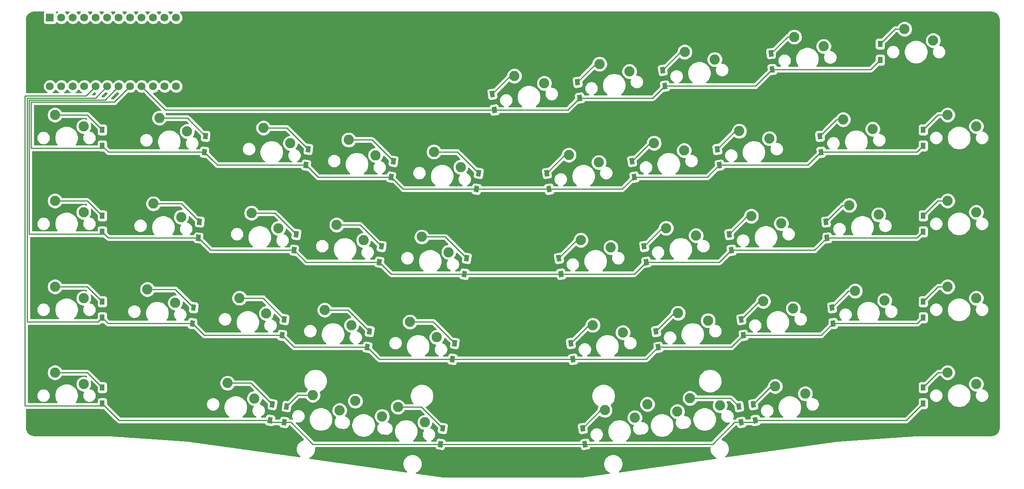
<source format=gbr>
G04 #@! TF.GenerationSoftware,KiCad,Pcbnew,(5.1.4)-1*
G04 #@! TF.CreationDate,2021-09-16T19:05:34-10:00*
G04 #@! TF.ProjectId,oya38split,6f796133-3873-4706-9c69-742e6b696361,rev?*
G04 #@! TF.SameCoordinates,Original*
G04 #@! TF.FileFunction,Copper,L1,Top*
G04 #@! TF.FilePolarity,Positive*
%FSLAX46Y46*%
G04 Gerber Fmt 4.6, Leading zero omitted, Abs format (unit mm)*
G04 Created by KiCad (PCBNEW (5.1.4)-1) date 2021-09-16 19:05:34*
%MOMM*%
%LPD*%
G04 APERTURE LIST*
%ADD10C,2.250000*%
%ADD11R,1.000000X1.400000*%
%ADD12C,1.000000*%
%ADD13C,0.100000*%
%ADD14R,1.752600X1.752600*%
%ADD15C,1.752600*%
%ADD16C,0.250000*%
%ADD17C,0.254000*%
G04 APERTURE END LIST*
D10*
X136489156Y-120244377D03*
X130554453Y-116845347D03*
X76401800Y-71748943D03*
X82559150Y-74725709D03*
X106713686Y-58348061D03*
X100778983Y-54949031D03*
X175046694Y-62590058D03*
X168404992Y-60958526D03*
X144442899Y-63650556D03*
X138508196Y-60251526D03*
X193911301Y-59938810D03*
X187269599Y-58307278D03*
D11*
X237331250Y-39875000D03*
X237331250Y-36325000D03*
D10*
X258603750Y-54610000D03*
X252253750Y-52070000D03*
D12*
X213408634Y-41975358D03*
D13*
G36*
X213956246Y-42638775D02*
G01*
X212958682Y-42708531D01*
X212861022Y-41311941D01*
X213858586Y-41242185D01*
X213956246Y-42638775D01*
X213956246Y-42638775D01*
G37*
D12*
X213160998Y-38434006D03*
D13*
G36*
X213708610Y-39097423D02*
G01*
X212711046Y-39167179D01*
X212613386Y-37770589D01*
X213610950Y-37700833D01*
X213708610Y-39097423D01*
X213708610Y-39097423D01*
G37*
D10*
X212775908Y-57287562D03*
X206134206Y-55656030D03*
D12*
X189659714Y-45656522D03*
D13*
G36*
X190252269Y-46280123D02*
G01*
X189262001Y-46419296D01*
X189067159Y-45032921D01*
X190057427Y-44893748D01*
X190252269Y-46280123D01*
X190252269Y-46280123D01*
G37*
D12*
X189165650Y-42141070D03*
D13*
G36*
X189758205Y-42764671D02*
G01*
X188767937Y-42903844D01*
X188573095Y-41517469D01*
X189563363Y-41378296D01*
X189758205Y-42764671D01*
X189758205Y-42764671D01*
G37*
D10*
X104062438Y-77212668D03*
X98127735Y-73813638D03*
X119643589Y-57600279D03*
X125578292Y-60999309D03*
X83888011Y-55722114D03*
X77730661Y-52745348D03*
X235657177Y-55190570D03*
X229145463Y-53099711D03*
D14*
X53498750Y-30480000D03*
D15*
X56038750Y-30480000D03*
X58578750Y-30480000D03*
X61118750Y-30480000D03*
X63658750Y-30480000D03*
X66198750Y-30480000D03*
X68738750Y-30480000D03*
X71278750Y-30480000D03*
X73818750Y-30480000D03*
X76358750Y-30480000D03*
X78898750Y-30480000D03*
X81438750Y-45720000D03*
X78898750Y-45720000D03*
X76358750Y-45720000D03*
X73818750Y-45720000D03*
X71278750Y-45720000D03*
X68738750Y-45720000D03*
X66198750Y-45720000D03*
X63658750Y-45720000D03*
X61118750Y-45720000D03*
X58578750Y-45720000D03*
X56038750Y-45720000D03*
X81438750Y-30480000D03*
X53498750Y-45720000D03*
D10*
X60960000Y-73660000D03*
X54610000Y-71120000D03*
X122927044Y-79863915D03*
X116992341Y-76464885D03*
X141791652Y-82515163D03*
X135856949Y-79116133D03*
X194050655Y-38117047D03*
X200692357Y-39748579D03*
X183000437Y-119183878D03*
X176358735Y-117552346D03*
X201865043Y-116532630D03*
X195223341Y-114901098D03*
X60960000Y-54610000D03*
X54610000Y-52070000D03*
X181827750Y-42399827D03*
X175186048Y-40768295D03*
X162963143Y-45051075D03*
X156321441Y-43419543D03*
X258603750Y-111760000D03*
X252253750Y-109220000D03*
X220729650Y-113881383D03*
X214087948Y-112249851D03*
X121122150Y-115519723D03*
X127056853Y-118918753D03*
X249078750Y-35560000D03*
X242728750Y-33020000D03*
X192432740Y-117858254D03*
X185791038Y-116226722D03*
X218314805Y-34760546D03*
X224826519Y-36851405D03*
D11*
X65087500Y-116075000D03*
X65087500Y-112525000D03*
D12*
X140470021Y-121576369D03*
D13*
G36*
X140867734Y-122339143D02*
G01*
X139877466Y-122199970D01*
X140072308Y-120813595D01*
X141062576Y-120952768D01*
X140867734Y-122339143D01*
X140867734Y-122339143D01*
G37*
D12*
X139975957Y-125091821D03*
D13*
G36*
X140373670Y-125854595D02*
G01*
X139383402Y-125715422D01*
X139578244Y-124329047D01*
X140568512Y-124468220D01*
X140373670Y-125854595D01*
X140373670Y-125854595D01*
G37*
D12*
X226897014Y-98321713D03*
D13*
G36*
X227444626Y-98985130D02*
G01*
X226447062Y-99054886D01*
X226349402Y-97658296D01*
X227346966Y-97588540D01*
X227444626Y-98985130D01*
X227444626Y-98985130D01*
G37*
D12*
X226649378Y-94780361D03*
D13*
G36*
X227196990Y-95443778D02*
G01*
X226199426Y-95513534D01*
X226101766Y-94116944D01*
X227099330Y-94047188D01*
X227196990Y-95443778D01*
X227196990Y-95443778D01*
G37*
D12*
X171473729Y-121576369D03*
D13*
G36*
X172066284Y-122199970D02*
G01*
X171076016Y-122339143D01*
X170881174Y-120952768D01*
X171871442Y-120813595D01*
X172066284Y-122199970D01*
X172066284Y-122199970D01*
G37*
D12*
X171967793Y-125091821D03*
D13*
G36*
X172560348Y-125715422D02*
G01*
X171570080Y-125854595D01*
X171375238Y-124468220D01*
X172365506Y-124329047D01*
X172560348Y-125715422D01*
X172560348Y-125715422D01*
G37*
D12*
X170795107Y-48307770D03*
D13*
G36*
X171387662Y-48931371D02*
G01*
X170397394Y-49070544D01*
X170202552Y-47684169D01*
X171192820Y-47544996D01*
X171387662Y-48931371D01*
X171387662Y-48931371D01*
G37*
D12*
X170301043Y-44792318D03*
D13*
G36*
X170893598Y-45415919D02*
G01*
X169903330Y-45555092D01*
X169708488Y-44168717D01*
X170698756Y-44029544D01*
X170893598Y-45415919D01*
X170893598Y-45415919D01*
G37*
D11*
X246856250Y-97025000D03*
X246856250Y-93475000D03*
D12*
X188181153Y-103575966D03*
D13*
G36*
X188773708Y-104199567D02*
G01*
X187783440Y-104338740D01*
X187588598Y-102952365D01*
X188578866Y-102813192D01*
X188773708Y-104199567D01*
X188773708Y-104199567D01*
G37*
D12*
X187687089Y-100060514D03*
D13*
G36*
X188279644Y-100684115D02*
G01*
X187289376Y-100823288D01*
X187094534Y-99436913D01*
X188084802Y-99297740D01*
X188279644Y-100684115D01*
X188279644Y-100684115D01*
G37*
D12*
X143121267Y-102711761D03*
D13*
G36*
X143518980Y-103474535D02*
G01*
X142528712Y-103335362D01*
X142723554Y-101948987D01*
X143713822Y-102088160D01*
X143518980Y-103474535D01*
X143518980Y-103474535D01*
G37*
D12*
X142627203Y-106227213D03*
D13*
G36*
X143024916Y-106989987D02*
G01*
X142034648Y-106850814D01*
X142229490Y-105464439D01*
X143219758Y-105603612D01*
X143024916Y-106989987D01*
X143024916Y-106989987D01*
G37*
D12*
X206552906Y-120231200D03*
D13*
G36*
X207145461Y-120854801D02*
G01*
X206155193Y-120993974D01*
X205960351Y-119607599D01*
X206950619Y-119468426D01*
X207145461Y-120854801D01*
X207145461Y-120854801D01*
G37*
D12*
X206058842Y-116715748D03*
D13*
G36*
X206651397Y-117339349D02*
G01*
X205661129Y-117478522D01*
X205466287Y-116092147D01*
X206456555Y-115952974D01*
X206651397Y-117339349D01*
X206651397Y-117339349D01*
G37*
D12*
X105390844Y-120231200D03*
D13*
G36*
X105788557Y-120993974D02*
G01*
X104798289Y-120854801D01*
X104993131Y-119468426D01*
X105983399Y-119607599D01*
X105788557Y-120993974D01*
X105788557Y-120993974D01*
G37*
D12*
X105884908Y-116715748D03*
D13*
G36*
X106282621Y-117478522D02*
G01*
X105292353Y-117339349D01*
X105487195Y-115952974D01*
X106477463Y-116092147D01*
X106282621Y-117478522D01*
X106282621Y-117478522D01*
G37*
D12*
X124256661Y-100060514D03*
D13*
G36*
X124654374Y-100823288D02*
G01*
X123664106Y-100684115D01*
X123858948Y-99297740D01*
X124849216Y-99436913D01*
X124654374Y-100823288D01*
X124654374Y-100823288D01*
G37*
D12*
X123762597Y-103575966D03*
D13*
G36*
X124160310Y-104338740D02*
G01*
X123170042Y-104199567D01*
X123364884Y-102813192D01*
X124355152Y-102952365D01*
X124160310Y-104338740D01*
X124160310Y-104338740D01*
G37*
D11*
X246856250Y-116075000D03*
X246856250Y-112525000D03*
D12*
X104897990Y-100924719D03*
D13*
G36*
X105295703Y-101687493D02*
G01*
X104305435Y-101548320D01*
X104500277Y-100161945D01*
X105490545Y-100301118D01*
X105295703Y-101687493D01*
X105295703Y-101687493D01*
G37*
D12*
X105392054Y-97409267D03*
D13*
G36*
X105789767Y-98172041D02*
G01*
X104799499Y-98032868D01*
X104994341Y-96646493D01*
X105984609Y-96785666D01*
X105789767Y-98172041D01*
X105789767Y-98172041D01*
G37*
D12*
X207045760Y-100924719D03*
D13*
G36*
X207638315Y-101548320D02*
G01*
X206648047Y-101687493D01*
X206453205Y-100301118D01*
X207443473Y-100161945D01*
X207638315Y-101548320D01*
X207638315Y-101548320D01*
G37*
D12*
X206551696Y-97409267D03*
D13*
G36*
X207144251Y-98032868D02*
G01*
X206153983Y-98172041D01*
X205959141Y-96785666D01*
X206949409Y-96646493D01*
X207144251Y-98032868D01*
X207144251Y-98032868D01*
G37*
D12*
X169316547Y-106227213D03*
D13*
G36*
X169909102Y-106850814D02*
G01*
X168918834Y-106989987D01*
X168723992Y-105603612D01*
X169714260Y-105464439D01*
X169909102Y-106850814D01*
X169909102Y-106850814D01*
G37*
D12*
X168822483Y-102711761D03*
D13*
G36*
X169415038Y-103335362D02*
G01*
X168424770Y-103474535D01*
X168229928Y-102088160D01*
X169220196Y-101948987D01*
X169415038Y-103335362D01*
X169415038Y-103335362D01*
G37*
D12*
X151930500Y-50959018D03*
D13*
G36*
X152523055Y-51582619D02*
G01*
X151532787Y-51721792D01*
X151337945Y-50335417D01*
X152328213Y-50196244D01*
X152523055Y-51582619D01*
X152523055Y-51582619D01*
G37*
D12*
X151436436Y-47443566D03*
D13*
G36*
X152028991Y-48067167D02*
G01*
X151038723Y-48206340D01*
X150843881Y-46819965D01*
X151834149Y-46680792D01*
X152028991Y-48067167D01*
X152028991Y-48067167D01*
G37*
D12*
X209697008Y-119789325D03*
D13*
G36*
X210289563Y-120412926D02*
G01*
X209299295Y-120552099D01*
X209104453Y-119165724D01*
X210094721Y-119026551D01*
X210289563Y-120412926D01*
X210289563Y-120412926D01*
G37*
D12*
X209202944Y-116273873D03*
D13*
G36*
X209795499Y-116897474D02*
G01*
X208805231Y-117036647D01*
X208610389Y-115650272D01*
X209600657Y-115511099D01*
X209795499Y-116897474D01*
X209795499Y-116897474D01*
G37*
D12*
X102246742Y-119789325D03*
D13*
G36*
X102644455Y-120552099D02*
G01*
X101654187Y-120412926D01*
X101849029Y-119026551D01*
X102839297Y-119165724D01*
X102644455Y-120552099D01*
X102644455Y-120552099D01*
G37*
D12*
X102740806Y-116273873D03*
D13*
G36*
X103138519Y-117036647D02*
G01*
X102148251Y-116897474D01*
X102343093Y-115511099D01*
X103333361Y-115650272D01*
X103138519Y-117036647D01*
X103138519Y-117036647D01*
G37*
D12*
X129065092Y-65846752D03*
D13*
G36*
X129462805Y-66609526D02*
G01*
X128472537Y-66470353D01*
X128667379Y-65083978D01*
X129657647Y-65223151D01*
X129462805Y-66609526D01*
X129462805Y-66609526D01*
G37*
D12*
X129559156Y-62331300D03*
D13*
G36*
X129956869Y-63094074D02*
G01*
X128966601Y-62954901D01*
X129161443Y-61568526D01*
X130151711Y-61707699D01*
X129956869Y-63094074D01*
X129956869Y-63094074D01*
G37*
D12*
X87952093Y-56773171D03*
D13*
G36*
X88402045Y-57506344D02*
G01*
X87404481Y-57436588D01*
X87502141Y-56039998D01*
X88499705Y-56109754D01*
X88402045Y-57506344D01*
X88402045Y-57506344D01*
G37*
D12*
X87704457Y-60314523D03*
D13*
G36*
X88154409Y-61047696D02*
G01*
X87156845Y-60977940D01*
X87254505Y-59581350D01*
X88252069Y-59651106D01*
X88154409Y-61047696D01*
X88154409Y-61047696D01*
G37*
D12*
X110200486Y-63195504D03*
D13*
G36*
X110598199Y-63958278D02*
G01*
X109607931Y-63819105D01*
X109802773Y-62432730D01*
X110793041Y-62571903D01*
X110598199Y-63958278D01*
X110598199Y-63958278D01*
G37*
D12*
X110694550Y-59680052D03*
D13*
G36*
X111092263Y-60442826D02*
G01*
X110101995Y-60303653D01*
X110296837Y-58917278D01*
X111287105Y-59056451D01*
X111092263Y-60442826D01*
X111092263Y-60442826D01*
G37*
D11*
X65087500Y-55375000D03*
X65087500Y-58925000D03*
D10*
X101411190Y-96077275D03*
X95476487Y-92678245D03*
X236986038Y-74194165D03*
X230474324Y-72103306D03*
X196562549Y-78803416D03*
X189920847Y-77171884D03*
X177697941Y-81454664D03*
X171056239Y-79823132D03*
X117624550Y-117593129D03*
X111689847Y-114194099D03*
X199213795Y-97668024D03*
X192572093Y-96036492D03*
X98759943Y-114941882D03*
X92825240Y-111542852D03*
X60960000Y-111760000D03*
X54610000Y-109220000D03*
X139140404Y-101379770D03*
X133205701Y-97980740D03*
X120275798Y-98728523D03*
X114341095Y-95329493D03*
X180349189Y-100319271D03*
X173707487Y-98687739D03*
X238314899Y-93197760D03*
X231803185Y-91106901D03*
X81230289Y-93729304D03*
X75072939Y-90752538D03*
X218078403Y-95016776D03*
X211436701Y-93385244D03*
X60960000Y-92710000D03*
X54610000Y-90170000D03*
X215427155Y-76152169D03*
X208785453Y-74520637D03*
X258603750Y-92710000D03*
X252253750Y-90170000D03*
X258603750Y-73660000D03*
X252253750Y-71120000D03*
D12*
X224239293Y-60314523D03*
D13*
G36*
X224786905Y-60977940D02*
G01*
X223789341Y-61047696D01*
X223691681Y-59651106D01*
X224689245Y-59581350D01*
X224786905Y-60977940D01*
X224786905Y-60977940D01*
G37*
D12*
X223991657Y-56773171D03*
D13*
G36*
X224539269Y-57436588D02*
G01*
X223541705Y-57506344D01*
X223444045Y-56109754D01*
X224441609Y-56039998D01*
X224539269Y-57436588D01*
X224539269Y-57436588D01*
G37*
D12*
X185529905Y-84711359D03*
D13*
G36*
X186122460Y-85334960D02*
G01*
X185132192Y-85474133D01*
X184937350Y-84087758D01*
X185927618Y-83948585D01*
X186122460Y-85334960D01*
X186122460Y-85334960D01*
G37*
D12*
X185035841Y-81195907D03*
D13*
G36*
X185628396Y-81819508D02*
G01*
X184638128Y-81958681D01*
X184443286Y-80572306D01*
X185433554Y-80433133D01*
X185628396Y-81819508D01*
X185628396Y-81819508D01*
G37*
D12*
X86375597Y-79318118D03*
D13*
G36*
X86825549Y-80051291D02*
G01*
X85827985Y-79981535D01*
X85925645Y-78584945D01*
X86923209Y-78654701D01*
X86825549Y-80051291D01*
X86825549Y-80051291D01*
G37*
D12*
X86623233Y-75776766D03*
D13*
G36*
X87073185Y-76509939D02*
G01*
X86075621Y-76440183D01*
X86173281Y-75043593D01*
X87170845Y-75113349D01*
X87073185Y-76509939D01*
X87073185Y-76509939D01*
G37*
D12*
X85046736Y-98321713D03*
D13*
G36*
X85496688Y-99054886D02*
G01*
X84499124Y-98985130D01*
X84596784Y-97588540D01*
X85594348Y-97658296D01*
X85496688Y-99054886D01*
X85496688Y-99054886D01*
G37*
D12*
X85294372Y-94780361D03*
D13*
G36*
X85744324Y-95513534D02*
G01*
X84746760Y-95443778D01*
X84844420Y-94047188D01*
X85841984Y-94116944D01*
X85744324Y-95513534D01*
X85744324Y-95513534D01*
G37*
D11*
X65087500Y-97025000D03*
X65087500Y-93475000D03*
D12*
X225568153Y-79318118D03*
D13*
G36*
X226115765Y-79981535D02*
G01*
X225118201Y-80051291D01*
X225020541Y-78654701D01*
X226018105Y-78584945D01*
X226115765Y-79981535D01*
X226115765Y-79981535D01*
G37*
D12*
X225320517Y-75776766D03*
D13*
G36*
X225868129Y-76440183D02*
G01*
X224870565Y-76509939D01*
X224772905Y-75113349D01*
X225770469Y-75043593D01*
X225868129Y-76440183D01*
X225868129Y-76440183D01*
G37*
D12*
X166665299Y-87362606D03*
D13*
G36*
X167257854Y-87986207D02*
G01*
X166267586Y-88125380D01*
X166072744Y-86739005D01*
X167063012Y-86599832D01*
X167257854Y-87986207D01*
X167257854Y-87986207D01*
G37*
D12*
X166171235Y-83847154D03*
D13*
G36*
X166763790Y-84470755D02*
G01*
X165773522Y-84609928D01*
X165578680Y-83223553D01*
X166568948Y-83084380D01*
X166763790Y-84470755D01*
X166763790Y-84470755D01*
G37*
D11*
X65087500Y-77975000D03*
X65087500Y-74425000D03*
X246856250Y-58925000D03*
X246856250Y-55375000D03*
D12*
X145278451Y-87362606D03*
D13*
G36*
X145676164Y-88125380D02*
G01*
X144685896Y-87986207D01*
X144880738Y-86599832D01*
X145871006Y-86739005D01*
X145676164Y-88125380D01*
X145676164Y-88125380D01*
G37*
D12*
X145772515Y-83847154D03*
D13*
G36*
X146170228Y-84609928D02*
G01*
X145179960Y-84470755D01*
X145374802Y-83084380D01*
X146365070Y-83223553D01*
X146170228Y-84609928D01*
X146170228Y-84609928D01*
G37*
D12*
X201743264Y-63195504D03*
D13*
G36*
X202335819Y-63819105D02*
G01*
X201345551Y-63958278D01*
X201150709Y-62571903D01*
X202140977Y-62432730D01*
X202335819Y-63819105D01*
X202335819Y-63819105D01*
G37*
D12*
X201249200Y-59680052D03*
D13*
G36*
X201841755Y-60303653D02*
G01*
X200851487Y-60442826D01*
X200656645Y-59056451D01*
X201646913Y-58917278D01*
X201841755Y-60303653D01*
X201841755Y-60303653D01*
G37*
D12*
X126413845Y-84711359D03*
D13*
G36*
X126811558Y-85474133D02*
G01*
X125821290Y-85334960D01*
X126016132Y-83948585D01*
X127006400Y-84087758D01*
X126811558Y-85474133D01*
X126811558Y-85474133D01*
G37*
D12*
X126907909Y-81195907D03*
D13*
G36*
X127305622Y-81958681D02*
G01*
X126315354Y-81819508D01*
X126510196Y-80433133D01*
X127500464Y-80572306D01*
X127305622Y-81958681D01*
X127305622Y-81958681D01*
G37*
D11*
X246856250Y-77975000D03*
X246856250Y-74425000D03*
D12*
X204394512Y-82060112D03*
D13*
G36*
X204987067Y-82683713D02*
G01*
X203996799Y-82822886D01*
X203801957Y-81436511D01*
X204792225Y-81297338D01*
X204987067Y-82683713D01*
X204987067Y-82683713D01*
G37*
D12*
X203900448Y-78544660D03*
D13*
G36*
X204493003Y-79168261D02*
G01*
X203502735Y-79307434D01*
X203307893Y-77921059D01*
X204298161Y-77781886D01*
X204493003Y-79168261D01*
X204493003Y-79168261D01*
G37*
D12*
X182878658Y-65846752D03*
D13*
G36*
X183471213Y-66470353D02*
G01*
X182480945Y-66609526D01*
X182286103Y-65223151D01*
X183276371Y-65083978D01*
X183471213Y-66470353D01*
X183471213Y-66470353D01*
G37*
D12*
X182384594Y-62331300D03*
D13*
G36*
X182977149Y-62954901D02*
G01*
X181986881Y-63094074D01*
X181792039Y-61707699D01*
X182782307Y-61568526D01*
X182977149Y-62954901D01*
X182977149Y-62954901D01*
G37*
D12*
X107549238Y-82060112D03*
D13*
G36*
X107946951Y-82822886D02*
G01*
X106956683Y-82683713D01*
X107151525Y-81297338D01*
X108141793Y-81436511D01*
X107946951Y-82822886D01*
X107946951Y-82822886D01*
G37*
D12*
X108043302Y-78544660D03*
D13*
G36*
X108441015Y-79307434D02*
G01*
X107450747Y-79168261D01*
X107645589Y-77781886D01*
X108635857Y-77921059D01*
X108441015Y-79307434D01*
X108441015Y-79307434D01*
G37*
D12*
X164014051Y-68498000D03*
D13*
G36*
X164606606Y-69121601D02*
G01*
X163616338Y-69260774D01*
X163421496Y-67874399D01*
X164411764Y-67735226D01*
X164606606Y-69121601D01*
X164606606Y-69121601D01*
G37*
D12*
X163519987Y-64982548D03*
D13*
G36*
X164112542Y-65606149D02*
G01*
X163122274Y-65745322D01*
X162927432Y-64358947D01*
X163917700Y-64219774D01*
X164112542Y-65606149D01*
X164112542Y-65606149D01*
G37*
D12*
X147929699Y-68498000D03*
D13*
G36*
X148327412Y-69260774D02*
G01*
X147337144Y-69121601D01*
X147531986Y-67735226D01*
X148522254Y-67874399D01*
X148327412Y-69260774D01*
X148327412Y-69260774D01*
G37*
D12*
X148423763Y-64982548D03*
D13*
G36*
X148821476Y-65745322D02*
G01*
X147831208Y-65606149D01*
X148026050Y-64219774D01*
X149016318Y-64358947D01*
X148821476Y-65745322D01*
X148821476Y-65745322D01*
G37*
D16*
X61782500Y-52070000D02*
X65087500Y-55375000D01*
X54610000Y-52070000D02*
X61782500Y-52070000D01*
X83924270Y-52745348D02*
X87952093Y-56773171D01*
X77730661Y-52745348D02*
X83924270Y-52745348D01*
X105963529Y-54949031D02*
X110694550Y-59680052D01*
X100778983Y-54949031D02*
X105963529Y-54949031D01*
X119643589Y-57600279D02*
X124828135Y-57600279D01*
X124828135Y-57600279D02*
X129559156Y-62331300D01*
X138508196Y-60251526D02*
X143692741Y-60251526D01*
X143692741Y-60251526D02*
X148423763Y-64982548D01*
X167544010Y-60958525D02*
X163519987Y-64982548D01*
X168404992Y-60958525D02*
X167544010Y-60958525D01*
X187269599Y-58307278D02*
X186408616Y-58307278D01*
X186408616Y-58307278D02*
X182384594Y-62331300D01*
X206134205Y-55656030D02*
X205273222Y-55656030D01*
X205273222Y-55656030D02*
X201249200Y-59680052D01*
X229145463Y-53099711D02*
X227665117Y-53099711D01*
X227665117Y-53099711D02*
X223991657Y-56773171D01*
X250161250Y-52070000D02*
X246856250Y-55375000D01*
X252253750Y-52070000D02*
X250161250Y-52070000D01*
X61782500Y-71120000D02*
X65087500Y-74425000D01*
X54610000Y-71120000D02*
X61782500Y-71120000D01*
X76401800Y-71748943D02*
X82595410Y-71748943D01*
X82595410Y-71748943D02*
X86623233Y-75776766D01*
X98127735Y-73813638D02*
X103312280Y-73813638D01*
X103312280Y-73813638D02*
X108043302Y-78544660D01*
X122176887Y-76464885D02*
X126907909Y-81195907D01*
X116992341Y-76464885D02*
X122176887Y-76464885D01*
X135856949Y-79116133D02*
X141041494Y-79116133D01*
X141041494Y-79116133D02*
X145772515Y-83847154D01*
X171056239Y-79823132D02*
X170195257Y-79823132D01*
X170195257Y-79823132D02*
X166171235Y-83847154D01*
X189059864Y-77171884D02*
X185035841Y-81195907D01*
X189920847Y-77171884D02*
X189059864Y-77171884D01*
X208785453Y-74520637D02*
X207924471Y-74520637D01*
X207924471Y-74520637D02*
X203900448Y-78544660D01*
X228993977Y-72103306D02*
X225320517Y-75776766D01*
X230474324Y-72103306D02*
X228993977Y-72103306D01*
X252253750Y-71120000D02*
X250161250Y-71120000D01*
X250161250Y-71120000D02*
X246856250Y-74425000D01*
X61782500Y-90170000D02*
X65087500Y-93475000D01*
X54610000Y-90170000D02*
X61782500Y-90170000D01*
X75072939Y-90752538D02*
X81266549Y-90752538D01*
X81266549Y-90752538D02*
X85294372Y-94780361D01*
X100661032Y-92678245D02*
X105392054Y-97409267D01*
X95476487Y-92678245D02*
X100661032Y-92678245D01*
X114341095Y-95329493D02*
X119525640Y-95329493D01*
X119525640Y-95329493D02*
X124256661Y-100060514D01*
X133205701Y-97980740D02*
X138390246Y-97980740D01*
X138390246Y-97980740D02*
X143121267Y-102711761D01*
X173707487Y-98687739D02*
X172846505Y-98687739D01*
X172846505Y-98687739D02*
X168822483Y-102711761D01*
X191711111Y-96036492D02*
X187687089Y-100060514D01*
X192572093Y-96036492D02*
X191711111Y-96036492D01*
X211436701Y-93385244D02*
X210575719Y-93385244D01*
X210575719Y-93385244D02*
X206551696Y-97409267D01*
X230322838Y-91106901D02*
X226649378Y-94780361D01*
X231803185Y-91106901D02*
X230322838Y-91106901D01*
X252253750Y-90170000D02*
X250161250Y-90170000D01*
X250161250Y-90170000D02*
X246856250Y-93475000D01*
X54610000Y-109220000D02*
X61782500Y-109220000D01*
X61782500Y-109220000D02*
X65087500Y-112525000D01*
X92825240Y-111542852D02*
X98009785Y-111542852D01*
X98009785Y-111542852D02*
X102740806Y-116273873D01*
X108406557Y-114194099D02*
X105884908Y-116715748D01*
X111689847Y-114194099D02*
X108406557Y-114194099D01*
X135738999Y-116845347D02*
X140470021Y-121576369D01*
X130554453Y-116845347D02*
X135738999Y-116845347D01*
X176358735Y-117552346D02*
X175497752Y-117552346D01*
X175497752Y-117552346D02*
X171473729Y-121576369D01*
X204244192Y-114901098D02*
X206058842Y-116715748D01*
X195223341Y-114901098D02*
X204244192Y-114901098D01*
X213226966Y-112249851D02*
X209202944Y-116273873D01*
X214087948Y-112249851D02*
X213226966Y-112249851D01*
X250161250Y-109220000D02*
X246856250Y-112525000D01*
X252253750Y-109220000D02*
X250161250Y-109220000D01*
X155460459Y-43419543D02*
X151436436Y-47443566D01*
X156321441Y-43419543D02*
X155460459Y-43419543D01*
X175186048Y-40768295D02*
X174325066Y-40768295D01*
X174325066Y-40768295D02*
X170301043Y-44792318D01*
X194050655Y-38117047D02*
X193189673Y-38117047D01*
X193189673Y-38117047D02*
X189165650Y-42141070D01*
X218314805Y-34760546D02*
X216834458Y-34760546D01*
X216834458Y-34760546D02*
X213160998Y-38434006D01*
X240636250Y-33020000D02*
X237331250Y-36325000D01*
X242728750Y-33020000D02*
X240636250Y-33020000D01*
X224239293Y-60314523D02*
X221358312Y-63195504D01*
X65087500Y-58925000D02*
X64543599Y-59468901D01*
X49325043Y-59468901D02*
X49325043Y-49212500D01*
X224840513Y-60314523D02*
X224239293Y-60314523D01*
X147929699Y-68498000D02*
X131716340Y-68498000D01*
X49325043Y-49212500D02*
X67786250Y-49212500D01*
X66477023Y-60314523D02*
X65087500Y-58925000D01*
X67786250Y-49212500D02*
X71278750Y-45720000D01*
X221358312Y-63195504D02*
X201743264Y-63195504D01*
X201743264Y-63195504D02*
X199092016Y-65846752D01*
X199092016Y-65846752D02*
X182878658Y-65846752D01*
X112851734Y-65846752D02*
X129065092Y-65846752D01*
X245466727Y-60314523D02*
X224840513Y-60314523D01*
X89302434Y-61912500D02*
X87704457Y-60314523D01*
X164014051Y-68498000D02*
X147929699Y-68498000D01*
X110200486Y-63195504D02*
X112851734Y-65846752D01*
X87704457Y-60314523D02*
X66477023Y-60314523D01*
X90585438Y-63195504D02*
X89302434Y-61912500D01*
X131716340Y-68498000D02*
X129065092Y-65846752D01*
X246856250Y-58925000D02*
X245466727Y-60314523D01*
X64543599Y-59468901D02*
X49325043Y-59468901D01*
X110200486Y-63195504D02*
X90585438Y-63195504D01*
X164014051Y-68498000D02*
X180227410Y-68498000D01*
X180227410Y-68498000D02*
X182878658Y-65846752D01*
X166665299Y-87362606D02*
X145278451Y-87362606D01*
X86375597Y-79318118D02*
X66430618Y-79318118D01*
X66430618Y-79318118D02*
X65087500Y-77975000D01*
X88019979Y-80962500D02*
X86375597Y-79318118D01*
X110200485Y-84711359D02*
X107549238Y-82060112D01*
X145278451Y-87362606D02*
X129065092Y-87362606D01*
X222826159Y-82060112D02*
X204394512Y-82060112D01*
X48875032Y-78518901D02*
X48875032Y-48762489D01*
X245513132Y-79318118D02*
X226169373Y-79318118D01*
X65696261Y-48762489D02*
X67862451Y-46596299D01*
X182878658Y-87362606D02*
X185529905Y-84711359D01*
X126413845Y-84711359D02*
X110200485Y-84711359D01*
X201743265Y-84711359D02*
X185529905Y-84711359D01*
X204394512Y-82060112D02*
X201743265Y-84711359D01*
X67862451Y-46596299D02*
X68738750Y-45720000D01*
X65087500Y-77975000D02*
X64543599Y-78518901D01*
X166665299Y-87362606D02*
X182878658Y-87362606D01*
X89117591Y-82060112D02*
X88019979Y-80962500D01*
X107549238Y-82060112D02*
X89117591Y-82060112D01*
X225568153Y-79318118D02*
X222826159Y-82060112D01*
X64543599Y-78518901D02*
X48875032Y-78518901D01*
X246856250Y-77975000D02*
X245513132Y-79318118D01*
X48875032Y-48762489D02*
X65696261Y-48762489D01*
X226169373Y-79318118D02*
X225568153Y-79318118D01*
X129065092Y-87362606D02*
X126413845Y-84711359D01*
X169316547Y-106227213D02*
X142627203Y-106227213D01*
X185529906Y-106227213D02*
X188181153Y-103575966D01*
X126413844Y-106227213D02*
X123762597Y-103575966D01*
X142627203Y-106227213D02*
X126413844Y-106227213D01*
X87649742Y-100924719D02*
X104897990Y-100924719D01*
X107549237Y-103575966D02*
X123762597Y-103575966D01*
X227498234Y-98321713D02*
X226897014Y-98321713D01*
X48425021Y-48312478D02*
X48425021Y-97975000D01*
X207045760Y-100924719D02*
X204394513Y-103575966D01*
X66384213Y-98321713D02*
X65087500Y-97025000D01*
X169316547Y-106227213D02*
X185529906Y-106227213D01*
X224294008Y-100924719D02*
X207045760Y-100924719D01*
X246856250Y-97025000D02*
X245559537Y-98321713D01*
X204394513Y-103575966D02*
X188181153Y-103575966D01*
X245559537Y-98321713D02*
X227498234Y-98321713D01*
X85046736Y-98321713D02*
X66384213Y-98321713D01*
X85046736Y-98321713D02*
X87649742Y-100924719D01*
X64137500Y-97975000D02*
X65087500Y-97025000D01*
X66198750Y-45720000D02*
X63606272Y-48312478D01*
X226897014Y-98321713D02*
X224294008Y-100924719D01*
X104897990Y-100924719D02*
X107549237Y-103575966D01*
X63606272Y-48312478D02*
X48425021Y-48312478D01*
X48425021Y-97975000D02*
X64137500Y-97975000D01*
X205089088Y-120231200D02*
X205947993Y-120231200D01*
X171967793Y-125091821D02*
X200228467Y-125091821D01*
X105390844Y-120231200D02*
X102688617Y-120231200D01*
X200228467Y-125091821D02*
X205089088Y-120231200D01*
X102688617Y-120231200D02*
X102246742Y-119789325D01*
X106854662Y-120231200D02*
X105390844Y-120231200D01*
X243141925Y-119789325D02*
X210301921Y-119789325D01*
X206552906Y-120231200D02*
X209255133Y-120231200D01*
X209255133Y-120231200D02*
X209697008Y-119789325D01*
X246856250Y-116075000D02*
X243141925Y-119789325D01*
X171967793Y-125091821D02*
X139975957Y-125091821D01*
X210301921Y-119789325D02*
X209697008Y-119789325D01*
X111715283Y-125091821D02*
X106854662Y-120231200D01*
X139975957Y-125091821D02*
X111715283Y-125091821D01*
X47975010Y-116618901D02*
X47975010Y-47862467D01*
X62782451Y-46596299D02*
X63658750Y-45720000D01*
X205947993Y-120231200D02*
X206552906Y-120231200D01*
X68801825Y-119789325D02*
X65087500Y-116075000D01*
X47975010Y-47862467D02*
X61516283Y-47862467D01*
X61516283Y-47862467D02*
X62782451Y-46596299D01*
X102246742Y-119789325D02*
X68801825Y-119789325D01*
X65087500Y-116075000D02*
X64543599Y-116618901D01*
X64543599Y-116618901D02*
X47975010Y-116618901D01*
X170795107Y-48307770D02*
X168143859Y-50959018D01*
X209727470Y-45656522D02*
X189659714Y-45656522D01*
X189659714Y-45656522D02*
X187008466Y-48307770D01*
X214009854Y-41975358D02*
X213408634Y-41975358D01*
X187008466Y-48307770D02*
X170795107Y-48307770D01*
X237331250Y-39875000D02*
X235230892Y-41975358D01*
X213408634Y-41975358D02*
X209727470Y-45656522D01*
X79057768Y-50959018D02*
X73818750Y-45720000D01*
X235230892Y-41975358D02*
X214009854Y-41975358D01*
X151930500Y-50959018D02*
X79057768Y-50959018D01*
X168143859Y-50959018D02*
X151930500Y-50959018D01*
D17*
G36*
X138765654Y-125875183D02*
G01*
X138808692Y-125992629D01*
X138873815Y-126099423D01*
X138958522Y-126191460D01*
X139059556Y-126265203D01*
X139173036Y-126317819D01*
X139294600Y-126347284D01*
X140284868Y-126486457D01*
X140409844Y-126491641D01*
X140533431Y-126472343D01*
X140650877Y-126429305D01*
X140757671Y-126364182D01*
X140849708Y-126279475D01*
X140923452Y-126178441D01*
X140976067Y-126064961D01*
X141005532Y-125943397D01*
X141018402Y-125851821D01*
X170925348Y-125851821D01*
X170938218Y-125943397D01*
X170967683Y-126064961D01*
X171020299Y-126178441D01*
X171094042Y-126279475D01*
X171186079Y-126364182D01*
X171292873Y-126429305D01*
X171410319Y-126472343D01*
X171533906Y-126491641D01*
X171658882Y-126486457D01*
X172649150Y-126347284D01*
X172770714Y-126317819D01*
X172884194Y-126265204D01*
X172985228Y-126191460D01*
X173069935Y-126099423D01*
X173135058Y-125992629D01*
X173178096Y-125875183D01*
X173181744Y-125851821D01*
X199636576Y-125851821D01*
X199616821Y-125951134D01*
X199616821Y-126376420D01*
X199699791Y-126793534D01*
X199862540Y-127186447D01*
X200098817Y-127540059D01*
X200399539Y-127840781D01*
X200753151Y-128077058D01*
X200985547Y-128173319D01*
X179518186Y-131190360D01*
X179571345Y-131154840D01*
X179872067Y-130854118D01*
X180108344Y-130500506D01*
X180271093Y-130107593D01*
X180354063Y-129690479D01*
X180354063Y-129265193D01*
X180271093Y-128848079D01*
X180108344Y-128455166D01*
X179872067Y-128101554D01*
X179571345Y-127800832D01*
X179217733Y-127564555D01*
X178824820Y-127401806D01*
X178407706Y-127318836D01*
X177982420Y-127318836D01*
X177565306Y-127401806D01*
X177172393Y-127564555D01*
X176818781Y-127800832D01*
X176518059Y-128101554D01*
X176281782Y-128455166D01*
X176119033Y-128848079D01*
X176036063Y-129265193D01*
X176036063Y-129690479D01*
X176119033Y-130107593D01*
X176281782Y-130500506D01*
X176518059Y-130854118D01*
X176818781Y-131154840D01*
X177172393Y-131391117D01*
X177404789Y-131487378D01*
X171428185Y-132327335D01*
X140515573Y-132327335D01*
X134538962Y-131487377D01*
X134771357Y-131391117D01*
X135124969Y-131154840D01*
X135425691Y-130854118D01*
X135661968Y-130500506D01*
X135824717Y-130107593D01*
X135907687Y-129690479D01*
X135907687Y-129265193D01*
X135824717Y-128848079D01*
X135661968Y-128455166D01*
X135425691Y-128101554D01*
X135124969Y-127800832D01*
X134771357Y-127564555D01*
X134378444Y-127401806D01*
X133961330Y-127318836D01*
X133536044Y-127318836D01*
X133118930Y-127401806D01*
X132726017Y-127564555D01*
X132372405Y-127800832D01*
X132071683Y-128101554D01*
X131835406Y-128455166D01*
X131672657Y-128848079D01*
X131589687Y-129265193D01*
X131589687Y-129690479D01*
X131672657Y-130107593D01*
X131835406Y-130500506D01*
X132071683Y-130854118D01*
X132372405Y-131154840D01*
X132425562Y-131190359D01*
X110958203Y-128173319D01*
X111190599Y-128077058D01*
X111544211Y-127840781D01*
X111844933Y-127540059D01*
X112081210Y-127186447D01*
X112243959Y-126793534D01*
X112326929Y-126376420D01*
X112326929Y-125951134D01*
X112307174Y-125851821D01*
X138762006Y-125851821D01*
X138765654Y-125875183D01*
X138765654Y-125875183D01*
G37*
X138765654Y-125875183D02*
X138808692Y-125992629D01*
X138873815Y-126099423D01*
X138958522Y-126191460D01*
X139059556Y-126265203D01*
X139173036Y-126317819D01*
X139294600Y-126347284D01*
X140284868Y-126486457D01*
X140409844Y-126491641D01*
X140533431Y-126472343D01*
X140650877Y-126429305D01*
X140757671Y-126364182D01*
X140849708Y-126279475D01*
X140923452Y-126178441D01*
X140976067Y-126064961D01*
X141005532Y-125943397D01*
X141018402Y-125851821D01*
X170925348Y-125851821D01*
X170938218Y-125943397D01*
X170967683Y-126064961D01*
X171020299Y-126178441D01*
X171094042Y-126279475D01*
X171186079Y-126364182D01*
X171292873Y-126429305D01*
X171410319Y-126472343D01*
X171533906Y-126491641D01*
X171658882Y-126486457D01*
X172649150Y-126347284D01*
X172770714Y-126317819D01*
X172884194Y-126265204D01*
X172985228Y-126191460D01*
X173069935Y-126099423D01*
X173135058Y-125992629D01*
X173178096Y-125875183D01*
X173181744Y-125851821D01*
X199636576Y-125851821D01*
X199616821Y-125951134D01*
X199616821Y-126376420D01*
X199699791Y-126793534D01*
X199862540Y-127186447D01*
X200098817Y-127540059D01*
X200399539Y-127840781D01*
X200753151Y-128077058D01*
X200985547Y-128173319D01*
X179518186Y-131190360D01*
X179571345Y-131154840D01*
X179872067Y-130854118D01*
X180108344Y-130500506D01*
X180271093Y-130107593D01*
X180354063Y-129690479D01*
X180354063Y-129265193D01*
X180271093Y-128848079D01*
X180108344Y-128455166D01*
X179872067Y-128101554D01*
X179571345Y-127800832D01*
X179217733Y-127564555D01*
X178824820Y-127401806D01*
X178407706Y-127318836D01*
X177982420Y-127318836D01*
X177565306Y-127401806D01*
X177172393Y-127564555D01*
X176818781Y-127800832D01*
X176518059Y-128101554D01*
X176281782Y-128455166D01*
X176119033Y-128848079D01*
X176036063Y-129265193D01*
X176036063Y-129690479D01*
X176119033Y-130107593D01*
X176281782Y-130500506D01*
X176518059Y-130854118D01*
X176818781Y-131154840D01*
X177172393Y-131391117D01*
X177404789Y-131487378D01*
X171428185Y-132327335D01*
X140515573Y-132327335D01*
X134538962Y-131487377D01*
X134771357Y-131391117D01*
X135124969Y-131154840D01*
X135425691Y-130854118D01*
X135661968Y-130500506D01*
X135824717Y-130107593D01*
X135907687Y-129690479D01*
X135907687Y-129265193D01*
X135824717Y-128848079D01*
X135661968Y-128455166D01*
X135425691Y-128101554D01*
X135124969Y-127800832D01*
X134771357Y-127564555D01*
X134378444Y-127401806D01*
X133961330Y-127318836D01*
X133536044Y-127318836D01*
X133118930Y-127401806D01*
X132726017Y-127564555D01*
X132372405Y-127800832D01*
X132071683Y-128101554D01*
X131835406Y-128455166D01*
X131672657Y-128848079D01*
X131589687Y-129265193D01*
X131589687Y-129690479D01*
X131672657Y-130107593D01*
X131835406Y-130500506D01*
X132071683Y-130854118D01*
X132372405Y-131154840D01*
X132425562Y-131190359D01*
X110958203Y-128173319D01*
X111190599Y-128077058D01*
X111544211Y-127840781D01*
X111844933Y-127540059D01*
X112081210Y-127186447D01*
X112243959Y-126793534D01*
X112326929Y-126376420D01*
X112326929Y-125951134D01*
X112307174Y-125851821D01*
X138762006Y-125851821D01*
X138765654Y-125875183D01*
G36*
X52091913Y-29249206D02*
G01*
X52032948Y-29359520D01*
X51996638Y-29479218D01*
X51984378Y-29603700D01*
X51984378Y-31356300D01*
X51996638Y-31480782D01*
X52032948Y-31600480D01*
X52091913Y-31710794D01*
X52171265Y-31807485D01*
X52267956Y-31886837D01*
X52378270Y-31945802D01*
X52497968Y-31982112D01*
X52622450Y-31994372D01*
X54375050Y-31994372D01*
X54499532Y-31982112D01*
X54619230Y-31945802D01*
X54729544Y-31886837D01*
X54826235Y-31807485D01*
X54905587Y-31710794D01*
X54964552Y-31600480D01*
X54977906Y-31556458D01*
X55075352Y-31653904D01*
X55322881Y-31819297D01*
X55597920Y-31933222D01*
X55889900Y-31991300D01*
X56187600Y-31991300D01*
X56479580Y-31933222D01*
X56754619Y-31819297D01*
X57002148Y-31653904D01*
X57212654Y-31443398D01*
X57308750Y-31299580D01*
X57404846Y-31443398D01*
X57615352Y-31653904D01*
X57862881Y-31819297D01*
X58137920Y-31933222D01*
X58429900Y-31991300D01*
X58727600Y-31991300D01*
X59019580Y-31933222D01*
X59294619Y-31819297D01*
X59542148Y-31653904D01*
X59752654Y-31443398D01*
X59848750Y-31299580D01*
X59944846Y-31443398D01*
X60155352Y-31653904D01*
X60402881Y-31819297D01*
X60677920Y-31933222D01*
X60969900Y-31991300D01*
X61267600Y-31991300D01*
X61559580Y-31933222D01*
X61834619Y-31819297D01*
X62082148Y-31653904D01*
X62292654Y-31443398D01*
X62388750Y-31299580D01*
X62484846Y-31443398D01*
X62695352Y-31653904D01*
X62942881Y-31819297D01*
X63217920Y-31933222D01*
X63509900Y-31991300D01*
X63807600Y-31991300D01*
X64099580Y-31933222D01*
X64374619Y-31819297D01*
X64622148Y-31653904D01*
X64832654Y-31443398D01*
X64928750Y-31299580D01*
X65024846Y-31443398D01*
X65235352Y-31653904D01*
X65482881Y-31819297D01*
X65757920Y-31933222D01*
X66049900Y-31991300D01*
X66347600Y-31991300D01*
X66639580Y-31933222D01*
X66914619Y-31819297D01*
X67162148Y-31653904D01*
X67372654Y-31443398D01*
X67468750Y-31299580D01*
X67564846Y-31443398D01*
X67775352Y-31653904D01*
X68022881Y-31819297D01*
X68297920Y-31933222D01*
X68589900Y-31991300D01*
X68887600Y-31991300D01*
X69179580Y-31933222D01*
X69454619Y-31819297D01*
X69702148Y-31653904D01*
X69912654Y-31443398D01*
X70008750Y-31299580D01*
X70104846Y-31443398D01*
X70315352Y-31653904D01*
X70562881Y-31819297D01*
X70837920Y-31933222D01*
X71129900Y-31991300D01*
X71427600Y-31991300D01*
X71719580Y-31933222D01*
X71994619Y-31819297D01*
X72242148Y-31653904D01*
X72452654Y-31443398D01*
X72548750Y-31299580D01*
X72644846Y-31443398D01*
X72855352Y-31653904D01*
X73102881Y-31819297D01*
X73377920Y-31933222D01*
X73669900Y-31991300D01*
X73967600Y-31991300D01*
X74259580Y-31933222D01*
X74534619Y-31819297D01*
X74782148Y-31653904D01*
X74992654Y-31443398D01*
X75088750Y-31299580D01*
X75184846Y-31443398D01*
X75395352Y-31653904D01*
X75642881Y-31819297D01*
X75917920Y-31933222D01*
X76209900Y-31991300D01*
X76507600Y-31991300D01*
X76799580Y-31933222D01*
X77074619Y-31819297D01*
X77322148Y-31653904D01*
X77532654Y-31443398D01*
X77628750Y-31299580D01*
X77724846Y-31443398D01*
X77935352Y-31653904D01*
X78182881Y-31819297D01*
X78457920Y-31933222D01*
X78749900Y-31991300D01*
X79047600Y-31991300D01*
X79339580Y-31933222D01*
X79614619Y-31819297D01*
X79862148Y-31653904D01*
X80072654Y-31443398D01*
X80168750Y-31299580D01*
X80264846Y-31443398D01*
X80475352Y-31653904D01*
X80722881Y-31819297D01*
X80997920Y-31933222D01*
X81289900Y-31991300D01*
X81587600Y-31991300D01*
X81879580Y-31933222D01*
X82154619Y-31819297D01*
X82402148Y-31653904D01*
X82612654Y-31443398D01*
X82778047Y-31195869D01*
X82891972Y-30920830D01*
X82950050Y-30628850D01*
X82950050Y-30331150D01*
X82891972Y-30039170D01*
X82778047Y-29764131D01*
X82612654Y-29516602D01*
X82402148Y-29306096D01*
X82295745Y-29235000D01*
X261905221Y-29235000D01*
X262271210Y-29270886D01*
X262592210Y-29367801D01*
X262888275Y-29525221D01*
X263148123Y-29737149D01*
X263361858Y-29995510D01*
X263521338Y-30290464D01*
X263620494Y-30610782D01*
X263658750Y-30974762D01*
X263658751Y-121411461D01*
X263622864Y-121777460D01*
X263525948Y-122098462D01*
X263368529Y-122394525D01*
X263156601Y-122654373D01*
X262898242Y-122868106D01*
X262603286Y-123027588D01*
X262282969Y-123126743D01*
X261918979Y-123165000D01*
X245277973Y-123165000D01*
X245254828Y-123164351D01*
X245245591Y-123165000D01*
X245236331Y-123165000D01*
X245213278Y-123167271D01*
X228031321Y-124374554D01*
X228008404Y-124375505D01*
X227999017Y-124376824D01*
X227989556Y-124377489D01*
X227966933Y-124381333D01*
X203098944Y-127876301D01*
X203152103Y-127840781D01*
X203452825Y-127540059D01*
X203689102Y-127186447D01*
X203851851Y-126793534D01*
X203934821Y-126376420D01*
X203934821Y-125951134D01*
X203851851Y-125534020D01*
X203689102Y-125141107D01*
X203452825Y-124787495D01*
X203152103Y-124486773D01*
X202798491Y-124250496D01*
X202405578Y-124087747D01*
X202323641Y-124071449D01*
X205403890Y-120991200D01*
X205510461Y-120991200D01*
X205523331Y-121082776D01*
X205552796Y-121204340D01*
X205605412Y-121317820D01*
X205679155Y-121418854D01*
X205771192Y-121503561D01*
X205877986Y-121568684D01*
X205995432Y-121611722D01*
X206119019Y-121631020D01*
X206243995Y-121625836D01*
X207234263Y-121486663D01*
X207355827Y-121457198D01*
X207469307Y-121404583D01*
X207570341Y-121330839D01*
X207655048Y-121238802D01*
X207720171Y-121132008D01*
X207763209Y-121014562D01*
X207766857Y-120991200D01*
X208838709Y-120991200D01*
X208915294Y-121061686D01*
X209022088Y-121126809D01*
X209139534Y-121169847D01*
X209263121Y-121189145D01*
X209388097Y-121183961D01*
X210378365Y-121044788D01*
X210499929Y-121015323D01*
X210613409Y-120962708D01*
X210714443Y-120888964D01*
X210799150Y-120796927D01*
X210864273Y-120690133D01*
X210907311Y-120572687D01*
X210910959Y-120549325D01*
X243104603Y-120549325D01*
X243141925Y-120553001D01*
X243179247Y-120549325D01*
X243179258Y-120549325D01*
X243290911Y-120538328D01*
X243434172Y-120494871D01*
X243566201Y-120424299D01*
X243681926Y-120329326D01*
X243705729Y-120300322D01*
X246592980Y-117413072D01*
X247356250Y-117413072D01*
X247480732Y-117400812D01*
X247600430Y-117364502D01*
X247710744Y-117305537D01*
X247807435Y-117226185D01*
X247886787Y-117129494D01*
X247945752Y-117019180D01*
X247982062Y-116899482D01*
X247994322Y-116775000D01*
X247994322Y-115375000D01*
X247982062Y-115250518D01*
X247945752Y-115130820D01*
X247886787Y-115020506D01*
X247807435Y-114923815D01*
X247710744Y-114844463D01*
X247600430Y-114785498D01*
X247480732Y-114749188D01*
X247356250Y-114736928D01*
X246356250Y-114736928D01*
X246231768Y-114749188D01*
X246112070Y-114785498D01*
X246001756Y-114844463D01*
X245905065Y-114923815D01*
X245825713Y-115020506D01*
X245766748Y-115130820D01*
X245730438Y-115250518D01*
X245718178Y-115375000D01*
X245718178Y-116138270D01*
X242827124Y-119029325D01*
X218895641Y-119029325D01*
X218986054Y-118968913D01*
X219352228Y-118602739D01*
X219639929Y-118172164D01*
X219838101Y-117693735D01*
X219939128Y-117185837D01*
X219939128Y-116667989D01*
X219838101Y-116160091D01*
X219639929Y-115681662D01*
X219352228Y-115251087D01*
X218986054Y-114884913D01*
X218555479Y-114597212D01*
X218077050Y-114399040D01*
X217569152Y-114298013D01*
X217051304Y-114298013D01*
X216543406Y-114399040D01*
X216064977Y-114597212D01*
X215634402Y-114884913D01*
X215268228Y-115251087D01*
X214980527Y-115681662D01*
X214782355Y-116160091D01*
X214681328Y-116667989D01*
X214681328Y-117185837D01*
X214782355Y-117693735D01*
X214980527Y-118172164D01*
X215268228Y-118602739D01*
X215634402Y-118968913D01*
X215724815Y-119029325D01*
X212856660Y-119029325D01*
X212994919Y-118972056D01*
X213242235Y-118806805D01*
X213452559Y-118596481D01*
X213617810Y-118349165D01*
X213731637Y-118074363D01*
X213789666Y-117782634D01*
X213789666Y-117485190D01*
X213731637Y-117193461D01*
X213617810Y-116918659D01*
X213452559Y-116671343D01*
X213242235Y-116461019D01*
X212994919Y-116295768D01*
X212720117Y-116181941D01*
X212428388Y-116123912D01*
X212130944Y-116123912D01*
X211839215Y-116181941D01*
X211564413Y-116295768D01*
X211317097Y-116461019D01*
X211106773Y-116671343D01*
X210941522Y-116918659D01*
X210827695Y-117193461D01*
X210769666Y-117485190D01*
X210769666Y-117782634D01*
X210827695Y-118074363D01*
X210941522Y-118349165D01*
X211106773Y-118596481D01*
X211317097Y-118806805D01*
X211564413Y-118972056D01*
X211702672Y-119029325D01*
X210739453Y-119029325D01*
X210726583Y-118937749D01*
X210697118Y-118816185D01*
X210644502Y-118702705D01*
X210570759Y-118601671D01*
X210478722Y-118516964D01*
X210371928Y-118451841D01*
X210254482Y-118408803D01*
X210130895Y-118389505D01*
X210005919Y-118394689D01*
X209015651Y-118533862D01*
X208894087Y-118563327D01*
X208780607Y-118615942D01*
X208679573Y-118689686D01*
X208594866Y-118781723D01*
X208529743Y-118888517D01*
X208486705Y-119005963D01*
X208467407Y-119129550D01*
X208472591Y-119254526D01*
X208503042Y-119471200D01*
X207595351Y-119471200D01*
X207582481Y-119379624D01*
X207553016Y-119258060D01*
X207500400Y-119144580D01*
X207426657Y-119043546D01*
X207334620Y-118958839D01*
X207227826Y-118893716D01*
X207110380Y-118850678D01*
X206986793Y-118831380D01*
X206861817Y-118836564D01*
X205871549Y-118975737D01*
X205749985Y-119005202D01*
X205636505Y-119057817D01*
X205535471Y-119131561D01*
X205450764Y-119223598D01*
X205385641Y-119330392D01*
X205342603Y-119447838D01*
X205338955Y-119471200D01*
X205126410Y-119471200D01*
X205089087Y-119467524D01*
X205051764Y-119471200D01*
X205051755Y-119471200D01*
X204940102Y-119482197D01*
X204845624Y-119510856D01*
X204928154Y-119311612D01*
X204986183Y-119019883D01*
X204986183Y-118722439D01*
X204928154Y-118430710D01*
X204814327Y-118155908D01*
X204649076Y-117908592D01*
X204438752Y-117698268D01*
X204191436Y-117533017D01*
X203916634Y-117419190D01*
X203624905Y-117361161D01*
X203426865Y-117361161D01*
X203557407Y-117046003D01*
X203625043Y-116705975D01*
X203625043Y-116359285D01*
X203557407Y-116019257D01*
X203424735Y-115698957D01*
X203399438Y-115661098D01*
X203929391Y-115661098D01*
X204897411Y-116629119D01*
X205029267Y-117567324D01*
X205058732Y-117688888D01*
X205111348Y-117802368D01*
X205185091Y-117903402D01*
X205277128Y-117988109D01*
X205383922Y-118053232D01*
X205501368Y-118096270D01*
X205624955Y-118115568D01*
X205749931Y-118110384D01*
X206740199Y-117971211D01*
X206861763Y-117941746D01*
X206975243Y-117889131D01*
X207076277Y-117815387D01*
X207160984Y-117723350D01*
X207226107Y-117616556D01*
X207269145Y-117499110D01*
X207288443Y-117375523D01*
X207283259Y-117250547D01*
X207088417Y-115864172D01*
X207058952Y-115742608D01*
X207006336Y-115629128D01*
X206995366Y-115614098D01*
X207973343Y-115614098D01*
X207978527Y-115739074D01*
X208173369Y-117125449D01*
X208202834Y-117247013D01*
X208255450Y-117360493D01*
X208329193Y-117461527D01*
X208421230Y-117546234D01*
X208528024Y-117611357D01*
X208645470Y-117654395D01*
X208769057Y-117673693D01*
X208894033Y-117668509D01*
X209884301Y-117529336D01*
X210005865Y-117499871D01*
X210119345Y-117447256D01*
X210220379Y-117373512D01*
X210305086Y-117281475D01*
X210370209Y-117174681D01*
X210413247Y-117057235D01*
X210432545Y-116933648D01*
X210427361Y-116808672D01*
X210343025Y-116208593D01*
X212950350Y-113601269D01*
X212966013Y-113616932D01*
X213254275Y-113809543D01*
X213574575Y-113942215D01*
X213914603Y-114009851D01*
X214261293Y-114009851D01*
X214601321Y-113942215D01*
X214921621Y-113809543D01*
X215073533Y-113708038D01*
X218969650Y-113708038D01*
X218969650Y-114054728D01*
X219037286Y-114394756D01*
X219169958Y-114715056D01*
X219362569Y-115003318D01*
X219607715Y-115248464D01*
X219895977Y-115441075D01*
X220216277Y-115573747D01*
X220556305Y-115641383D01*
X220902995Y-115641383D01*
X220949876Y-115632058D01*
X220888819Y-115779463D01*
X220830790Y-116071192D01*
X220830790Y-116368636D01*
X220888819Y-116660365D01*
X221002646Y-116935167D01*
X221167897Y-117182483D01*
X221378221Y-117392807D01*
X221625537Y-117558058D01*
X221900339Y-117671885D01*
X222192068Y-117729914D01*
X222489512Y-117729914D01*
X222781241Y-117671885D01*
X223056043Y-117558058D01*
X223303359Y-117392807D01*
X223513683Y-117182483D01*
X223678934Y-116935167D01*
X223792761Y-116660365D01*
X223850790Y-116368636D01*
X223850790Y-116071192D01*
X223792761Y-115779463D01*
X223678934Y-115504661D01*
X223513683Y-115257345D01*
X223303359Y-115047021D01*
X223056043Y-114881770D01*
X222781241Y-114767943D01*
X222489512Y-114709914D01*
X222291472Y-114709914D01*
X222422014Y-114394756D01*
X222470444Y-114151278D01*
X248203750Y-114151278D01*
X248203750Y-114448722D01*
X248261779Y-114740451D01*
X248375606Y-115015253D01*
X248540857Y-115262569D01*
X248751181Y-115472893D01*
X248998497Y-115638144D01*
X249273299Y-115751971D01*
X249565028Y-115810000D01*
X249862472Y-115810000D01*
X250154201Y-115751971D01*
X250429003Y-115638144D01*
X250676319Y-115472893D01*
X250886643Y-115262569D01*
X251051894Y-115015253D01*
X251165721Y-114740451D01*
X251223750Y-114448722D01*
X251223750Y-114151278D01*
X251201830Y-114041076D01*
X252164850Y-114041076D01*
X252164850Y-114558924D01*
X252265877Y-115066822D01*
X252464049Y-115545251D01*
X252751750Y-115975826D01*
X253117924Y-116342000D01*
X253548499Y-116629701D01*
X254026928Y-116827873D01*
X254534826Y-116928900D01*
X255052674Y-116928900D01*
X255560572Y-116827873D01*
X256039001Y-116629701D01*
X256469576Y-116342000D01*
X256835750Y-115975826D01*
X257123451Y-115545251D01*
X257321623Y-115066822D01*
X257422650Y-114558924D01*
X257422650Y-114041076D01*
X257321623Y-113533178D01*
X257123451Y-113054749D01*
X256835750Y-112624174D01*
X256469576Y-112258000D01*
X256039001Y-111970299D01*
X255560572Y-111772127D01*
X255052674Y-111671100D01*
X254534826Y-111671100D01*
X254026928Y-111772127D01*
X253548499Y-111970299D01*
X253117924Y-112258000D01*
X252751750Y-112624174D01*
X252464049Y-113054749D01*
X252265877Y-113533178D01*
X252164850Y-114041076D01*
X251201830Y-114041076D01*
X251165721Y-113859549D01*
X251051894Y-113584747D01*
X250886643Y-113337431D01*
X250676319Y-113127107D01*
X250429003Y-112961856D01*
X250154201Y-112848029D01*
X249862472Y-112790000D01*
X249565028Y-112790000D01*
X249273299Y-112848029D01*
X248998497Y-112961856D01*
X248751181Y-113127107D01*
X248540857Y-113337431D01*
X248375606Y-113584747D01*
X248261779Y-113859549D01*
X248203750Y-114151278D01*
X222470444Y-114151278D01*
X222489650Y-114054728D01*
X222489650Y-113708038D01*
X222422014Y-113368010D01*
X222289342Y-113047710D01*
X222096731Y-112759448D01*
X221851585Y-112514302D01*
X221563323Y-112321691D01*
X221243023Y-112189019D01*
X220902995Y-112121383D01*
X220556305Y-112121383D01*
X220216277Y-112189019D01*
X219895977Y-112321691D01*
X219607715Y-112514302D01*
X219362569Y-112759448D01*
X219169958Y-113047710D01*
X219037286Y-113368010D01*
X218969650Y-113708038D01*
X215073533Y-113708038D01*
X215209883Y-113616932D01*
X215455029Y-113371786D01*
X215647640Y-113083524D01*
X215780312Y-112763224D01*
X215847948Y-112423196D01*
X215847948Y-112076506D01*
X215797921Y-111825000D01*
X245718178Y-111825000D01*
X245718178Y-113225000D01*
X245730438Y-113349482D01*
X245766748Y-113469180D01*
X245825713Y-113579494D01*
X245905065Y-113676185D01*
X246001756Y-113755537D01*
X246112070Y-113814502D01*
X246231768Y-113850812D01*
X246356250Y-113863072D01*
X247356250Y-113863072D01*
X247480732Y-113850812D01*
X247600430Y-113814502D01*
X247710744Y-113755537D01*
X247807435Y-113676185D01*
X247886787Y-113579494D01*
X247945752Y-113469180D01*
X247982062Y-113349482D01*
X247994322Y-113225000D01*
X247994322Y-112461729D01*
X248869396Y-111586655D01*
X256843750Y-111586655D01*
X256843750Y-111933345D01*
X256911386Y-112273373D01*
X257044058Y-112593673D01*
X257236669Y-112881935D01*
X257481815Y-113127081D01*
X257770077Y-113319692D01*
X258090377Y-113452364D01*
X258430405Y-113520000D01*
X258578868Y-113520000D01*
X258535606Y-113584747D01*
X258421779Y-113859549D01*
X258363750Y-114151278D01*
X258363750Y-114448722D01*
X258421779Y-114740451D01*
X258535606Y-115015253D01*
X258700857Y-115262569D01*
X258911181Y-115472893D01*
X259158497Y-115638144D01*
X259433299Y-115751971D01*
X259725028Y-115810000D01*
X260022472Y-115810000D01*
X260314201Y-115751971D01*
X260589003Y-115638144D01*
X260836319Y-115472893D01*
X261046643Y-115262569D01*
X261211894Y-115015253D01*
X261325721Y-114740451D01*
X261383750Y-114448722D01*
X261383750Y-114151278D01*
X261325721Y-113859549D01*
X261211894Y-113584747D01*
X261046643Y-113337431D01*
X260836319Y-113127107D01*
X260589003Y-112961856D01*
X260314201Y-112848029D01*
X260031112Y-112791719D01*
X260163442Y-112593673D01*
X260296114Y-112273373D01*
X260363750Y-111933345D01*
X260363750Y-111586655D01*
X260296114Y-111246627D01*
X260163442Y-110926327D01*
X259970831Y-110638065D01*
X259725685Y-110392919D01*
X259437423Y-110200308D01*
X259117123Y-110067636D01*
X258777095Y-110000000D01*
X258430405Y-110000000D01*
X258090377Y-110067636D01*
X257770077Y-110200308D01*
X257481815Y-110392919D01*
X257236669Y-110638065D01*
X257044058Y-110926327D01*
X256911386Y-111246627D01*
X256843750Y-111586655D01*
X248869396Y-111586655D01*
X250476052Y-109980000D01*
X250663542Y-109980000D01*
X250694058Y-110053673D01*
X250886669Y-110341935D01*
X251131815Y-110587081D01*
X251420077Y-110779692D01*
X251740377Y-110912364D01*
X252080405Y-110980000D01*
X252427095Y-110980000D01*
X252767123Y-110912364D01*
X253087423Y-110779692D01*
X253375685Y-110587081D01*
X253620831Y-110341935D01*
X253813442Y-110053673D01*
X253946114Y-109733373D01*
X254013750Y-109393345D01*
X254013750Y-109046655D01*
X253946114Y-108706627D01*
X253813442Y-108386327D01*
X253620831Y-108098065D01*
X253375685Y-107852919D01*
X253087423Y-107660308D01*
X252767123Y-107527636D01*
X252427095Y-107460000D01*
X252080405Y-107460000D01*
X251740377Y-107527636D01*
X251420077Y-107660308D01*
X251131815Y-107852919D01*
X250886669Y-108098065D01*
X250694058Y-108386327D01*
X250663542Y-108460000D01*
X250198573Y-108460000D01*
X250161250Y-108456324D01*
X250123927Y-108460000D01*
X250123917Y-108460000D01*
X250012264Y-108470997D01*
X249869003Y-108514454D01*
X249736974Y-108585026D01*
X249621249Y-108679999D01*
X249597451Y-108708997D01*
X247119521Y-111186928D01*
X246356250Y-111186928D01*
X246231768Y-111199188D01*
X246112070Y-111235498D01*
X246001756Y-111294463D01*
X245905065Y-111373815D01*
X245825713Y-111470506D01*
X245766748Y-111580820D01*
X245730438Y-111700518D01*
X245718178Y-111825000D01*
X215797921Y-111825000D01*
X215780312Y-111736478D01*
X215647640Y-111416178D01*
X215455029Y-111127916D01*
X215209883Y-110882770D01*
X214921621Y-110690159D01*
X214601321Y-110557487D01*
X214261293Y-110489851D01*
X213914603Y-110489851D01*
X213574575Y-110557487D01*
X213254275Y-110690159D01*
X212966013Y-110882770D01*
X212720867Y-111127916D01*
X212528256Y-111416178D01*
X212395584Y-111736478D01*
X212328554Y-112073460D01*
X209523251Y-114878764D01*
X209511855Y-114879237D01*
X208521587Y-115018410D01*
X208400023Y-115047875D01*
X208286543Y-115100490D01*
X208185509Y-115174234D01*
X208100802Y-115266271D01*
X208035679Y-115373065D01*
X207992641Y-115490511D01*
X207973343Y-115614098D01*
X206995366Y-115614098D01*
X206932593Y-115528094D01*
X206840556Y-115443387D01*
X206733762Y-115378264D01*
X206616316Y-115335226D01*
X206492729Y-115315928D01*
X206367753Y-115321112D01*
X205816483Y-115398588D01*
X204807996Y-114390101D01*
X204784193Y-114361097D01*
X204668468Y-114266124D01*
X204536439Y-114195552D01*
X204393178Y-114152095D01*
X204281525Y-114141098D01*
X204281514Y-114141098D01*
X204244192Y-114137422D01*
X204206870Y-114141098D01*
X196813549Y-114141098D01*
X196783033Y-114067425D01*
X196590422Y-113779163D01*
X196345276Y-113534017D01*
X196057014Y-113341406D01*
X195736714Y-113208734D01*
X195396686Y-113141098D01*
X195049996Y-113141098D01*
X194709968Y-113208734D01*
X194389668Y-113341406D01*
X194101406Y-113534017D01*
X193856260Y-113779163D01*
X193663649Y-114067425D01*
X193530977Y-114387725D01*
X193463341Y-114727753D01*
X193463341Y-115074443D01*
X193530977Y-115414471D01*
X193663649Y-115734771D01*
X193856260Y-116023033D01*
X194101406Y-116268179D01*
X194389668Y-116460790D01*
X194709968Y-116593462D01*
X195049996Y-116661098D01*
X195396686Y-116661098D01*
X195736714Y-116593462D01*
X196057014Y-116460790D01*
X196345276Y-116268179D01*
X196590422Y-116023033D01*
X196783033Y-115734771D01*
X196813549Y-115661098D01*
X200330648Y-115661098D01*
X200305351Y-115698957D01*
X200172679Y-116019257D01*
X200105043Y-116359285D01*
X200105043Y-116705975D01*
X200172679Y-117046003D01*
X200305351Y-117366303D01*
X200497962Y-117654565D01*
X200743108Y-117899711D01*
X201031370Y-118092322D01*
X201351670Y-118224994D01*
X201691698Y-118292630D01*
X202038388Y-118292630D01*
X202085269Y-118283305D01*
X202024212Y-118430710D01*
X201966183Y-118722439D01*
X201966183Y-119019883D01*
X202024212Y-119311612D01*
X202138039Y-119586414D01*
X202303290Y-119833730D01*
X202513614Y-120044054D01*
X202760930Y-120209305D01*
X203035732Y-120323132D01*
X203327461Y-120381161D01*
X203624905Y-120381161D01*
X203916634Y-120323132D01*
X203926399Y-120319087D01*
X199913666Y-124331821D01*
X181166427Y-124331821D01*
X181256841Y-124271408D01*
X181623015Y-123905234D01*
X181910716Y-123474659D01*
X182108888Y-122996230D01*
X182209915Y-122488332D01*
X182209915Y-121970484D01*
X182108888Y-121462586D01*
X181910716Y-120984157D01*
X181623015Y-120553582D01*
X181256841Y-120187408D01*
X180826266Y-119899707D01*
X180347837Y-119701535D01*
X179839939Y-119600508D01*
X179322091Y-119600508D01*
X178814193Y-119701535D01*
X178335764Y-119899707D01*
X177905189Y-120187408D01*
X177539015Y-120553582D01*
X177251314Y-120984157D01*
X177053142Y-121462586D01*
X176952115Y-121970484D01*
X176952115Y-122488332D01*
X177053142Y-122996230D01*
X177251314Y-123474659D01*
X177539015Y-123905234D01*
X177905189Y-124271408D01*
X177995603Y-124331821D01*
X175127444Y-124331821D01*
X175265706Y-124274551D01*
X175513022Y-124109300D01*
X175723346Y-123898976D01*
X175888597Y-123651660D01*
X176002424Y-123376858D01*
X176060453Y-123085129D01*
X176060453Y-122787685D01*
X176002424Y-122495956D01*
X175888597Y-122221154D01*
X175723346Y-121973838D01*
X175513022Y-121763514D01*
X175265706Y-121598263D01*
X174990904Y-121484436D01*
X174699175Y-121426407D01*
X174401731Y-121426407D01*
X174110002Y-121484436D01*
X173835200Y-121598263D01*
X173587884Y-121763514D01*
X173377560Y-121973838D01*
X173212309Y-122221154D01*
X173098482Y-122495956D01*
X173040453Y-122787685D01*
X173040453Y-123085129D01*
X173098482Y-123376858D01*
X173212309Y-123651660D01*
X173377560Y-123898976D01*
X173587884Y-124109300D01*
X173835200Y-124274551D01*
X173973462Y-124331821D01*
X173010238Y-124331821D01*
X172997368Y-124240245D01*
X172967903Y-124118681D01*
X172915287Y-124005201D01*
X172841544Y-123904167D01*
X172749507Y-123819460D01*
X172642713Y-123754337D01*
X172525267Y-123711299D01*
X172401680Y-123692001D01*
X172276704Y-123697185D01*
X171286436Y-123836358D01*
X171164872Y-123865823D01*
X171051392Y-123918438D01*
X170950358Y-123992182D01*
X170865651Y-124084219D01*
X170800528Y-124191013D01*
X170757490Y-124308459D01*
X170753842Y-124331821D01*
X141189908Y-124331821D01*
X141186260Y-124308459D01*
X141143222Y-124191013D01*
X141078099Y-124084219D01*
X140993392Y-123992182D01*
X140892358Y-123918439D01*
X140778878Y-123865823D01*
X140657314Y-123836358D01*
X139667046Y-123697185D01*
X139542070Y-123692001D01*
X139418483Y-123711299D01*
X139301037Y-123754337D01*
X139194243Y-123819460D01*
X139102206Y-123904167D01*
X139028462Y-124005201D01*
X138975847Y-124118681D01*
X138946382Y-124240245D01*
X138933512Y-124331821D01*
X137970288Y-124331821D01*
X138108550Y-124274551D01*
X138355866Y-124109300D01*
X138566190Y-123898976D01*
X138731441Y-123651660D01*
X138845268Y-123376858D01*
X138903297Y-123085129D01*
X138903297Y-122787685D01*
X138845268Y-122495956D01*
X138731441Y-122221154D01*
X138566190Y-121973838D01*
X138355866Y-121763514D01*
X138108550Y-121598263D01*
X137833748Y-121484436D01*
X137753980Y-121468569D01*
X137856237Y-121366312D01*
X138048848Y-121078050D01*
X138181520Y-120757750D01*
X138247068Y-120428218D01*
X139329939Y-121511090D01*
X139245604Y-122111168D01*
X139240420Y-122236144D01*
X139259718Y-122359731D01*
X139302756Y-122477177D01*
X139367879Y-122583971D01*
X139452586Y-122676008D01*
X139553620Y-122749751D01*
X139667100Y-122802367D01*
X139788664Y-122831832D01*
X140778932Y-122971005D01*
X140903908Y-122976189D01*
X141027495Y-122956891D01*
X141144941Y-122913853D01*
X141251735Y-122848730D01*
X141343772Y-122764023D01*
X141417516Y-122662989D01*
X141470131Y-122549509D01*
X141499596Y-122427945D01*
X141694438Y-121041570D01*
X141699622Y-120916594D01*
X170244128Y-120916594D01*
X170249312Y-121041570D01*
X170444154Y-122427945D01*
X170473619Y-122549509D01*
X170526235Y-122662989D01*
X170599978Y-122764023D01*
X170692015Y-122848730D01*
X170798809Y-122913853D01*
X170916255Y-122956891D01*
X171039842Y-122976189D01*
X171164818Y-122971005D01*
X172155086Y-122831832D01*
X172276650Y-122802367D01*
X172390130Y-122749752D01*
X172491164Y-122676008D01*
X172575871Y-122583971D01*
X172640994Y-122477177D01*
X172684032Y-122359731D01*
X172703330Y-122236144D01*
X172698146Y-122111168D01*
X172613810Y-121511089D01*
X175221136Y-118903763D01*
X175236800Y-118919427D01*
X175525062Y-119112038D01*
X175845362Y-119244710D01*
X176185390Y-119312346D01*
X176532080Y-119312346D01*
X176872108Y-119244710D01*
X177192408Y-119112038D01*
X177344320Y-119010533D01*
X181240437Y-119010533D01*
X181240437Y-119357223D01*
X181308073Y-119697251D01*
X181440745Y-120017551D01*
X181633356Y-120305813D01*
X181878502Y-120550959D01*
X182166764Y-120743570D01*
X182487064Y-120876242D01*
X182640001Y-120906663D01*
X182530785Y-121170332D01*
X182472756Y-121462061D01*
X182472756Y-121759505D01*
X182530785Y-122051234D01*
X182644612Y-122326036D01*
X182809863Y-122573352D01*
X183020187Y-122783676D01*
X183267503Y-122948927D01*
X183542305Y-123062754D01*
X183834034Y-123120783D01*
X184131478Y-123120783D01*
X184423207Y-123062754D01*
X184496466Y-123032409D01*
X184760299Y-123032409D01*
X185052028Y-122974380D01*
X185326830Y-122860553D01*
X185574146Y-122695302D01*
X185784470Y-122484978D01*
X185949721Y-122237662D01*
X186063548Y-121962860D01*
X186121577Y-121671131D01*
X186121577Y-121373687D01*
X186063548Y-121081958D01*
X185949721Y-120807156D01*
X185841279Y-120644860D01*
X186384418Y-120644860D01*
X186384418Y-121162708D01*
X186485445Y-121670606D01*
X186683617Y-122149035D01*
X186971318Y-122579610D01*
X187337492Y-122945784D01*
X187768067Y-123233485D01*
X188246496Y-123431657D01*
X188754394Y-123532684D01*
X189272242Y-123532684D01*
X189780140Y-123431657D01*
X190258569Y-123233485D01*
X190689144Y-122945784D01*
X191055318Y-122579610D01*
X191343019Y-122149035D01*
X191541191Y-121670606D01*
X191642218Y-121162708D01*
X191642218Y-120644860D01*
X191541191Y-120136962D01*
X191343019Y-119658533D01*
X191055318Y-119227958D01*
X190689144Y-118861784D01*
X190258569Y-118574083D01*
X189780140Y-118375911D01*
X189272242Y-118274884D01*
X188754394Y-118274884D01*
X188246496Y-118375911D01*
X187768067Y-118574083D01*
X187337492Y-118861784D01*
X186971318Y-119227958D01*
X186683617Y-119658533D01*
X186485445Y-120136962D01*
X186384418Y-120644860D01*
X185841279Y-120644860D01*
X185784470Y-120559840D01*
X185574146Y-120349516D01*
X185326830Y-120184265D01*
X185052028Y-120070438D01*
X184760299Y-120012409D01*
X184562259Y-120012409D01*
X184692801Y-119697251D01*
X184760437Y-119357223D01*
X184760437Y-119010533D01*
X184692801Y-118670505D01*
X184560129Y-118350205D01*
X184367518Y-118061943D01*
X184122372Y-117816797D01*
X183834110Y-117624186D01*
X183513810Y-117491514D01*
X183173782Y-117423878D01*
X182827092Y-117423878D01*
X182487064Y-117491514D01*
X182166764Y-117624186D01*
X181878502Y-117816797D01*
X181633356Y-118061943D01*
X181440745Y-118350205D01*
X181308073Y-118670505D01*
X181240437Y-119010533D01*
X177344320Y-119010533D01*
X177480670Y-118919427D01*
X177725816Y-118674281D01*
X177918427Y-118386019D01*
X178051099Y-118065719D01*
X178118735Y-117725691D01*
X178118735Y-117379001D01*
X178051099Y-117038973D01*
X177918427Y-116718673D01*
X177732203Y-116439970D01*
X177749891Y-116428151D01*
X178116065Y-116061977D01*
X178121811Y-116053377D01*
X184031038Y-116053377D01*
X184031038Y-116400067D01*
X184098674Y-116740095D01*
X184231346Y-117060395D01*
X184423957Y-117348657D01*
X184669103Y-117593803D01*
X184957365Y-117786414D01*
X185277665Y-117919086D01*
X185617693Y-117986722D01*
X185964383Y-117986722D01*
X186304411Y-117919086D01*
X186624711Y-117786414D01*
X186776623Y-117684909D01*
X190672740Y-117684909D01*
X190672740Y-118031599D01*
X190740376Y-118371627D01*
X190873048Y-118691927D01*
X191065659Y-118980189D01*
X191310805Y-119225335D01*
X191599067Y-119417946D01*
X191919367Y-119550618D01*
X192072304Y-119581039D01*
X191963088Y-119844708D01*
X191905059Y-120136437D01*
X191905059Y-120433881D01*
X191963088Y-120725610D01*
X192076915Y-121000412D01*
X192242166Y-121247728D01*
X192452490Y-121458052D01*
X192699806Y-121623303D01*
X192974608Y-121737130D01*
X193266337Y-121795159D01*
X193563781Y-121795159D01*
X193855510Y-121737130D01*
X193928769Y-121706785D01*
X194192602Y-121706785D01*
X194484331Y-121648756D01*
X194759133Y-121534929D01*
X195006449Y-121369678D01*
X195216773Y-121159354D01*
X195382024Y-120912038D01*
X195495851Y-120637236D01*
X195553880Y-120345507D01*
X195553880Y-120048063D01*
X195495851Y-119756334D01*
X195382024Y-119481532D01*
X195273582Y-119319236D01*
X195816721Y-119319236D01*
X195816721Y-119837084D01*
X195917748Y-120344982D01*
X196115920Y-120823411D01*
X196403621Y-121253986D01*
X196769795Y-121620160D01*
X197200370Y-121907861D01*
X197678799Y-122106033D01*
X198186697Y-122207060D01*
X198704545Y-122207060D01*
X199212443Y-122106033D01*
X199690872Y-121907861D01*
X200121447Y-121620160D01*
X200487621Y-121253986D01*
X200775322Y-120823411D01*
X200973494Y-120344982D01*
X201074521Y-119837084D01*
X201074521Y-119319236D01*
X200973494Y-118811338D01*
X200775322Y-118332909D01*
X200487621Y-117902334D01*
X200121447Y-117536160D01*
X199690872Y-117248459D01*
X199212443Y-117050287D01*
X198704545Y-116949260D01*
X198186697Y-116949260D01*
X197678799Y-117050287D01*
X197200370Y-117248459D01*
X196769795Y-117536160D01*
X196403621Y-117902334D01*
X196115920Y-118332909D01*
X195917748Y-118811338D01*
X195816721Y-119319236D01*
X195273582Y-119319236D01*
X195216773Y-119234216D01*
X195006449Y-119023892D01*
X194759133Y-118858641D01*
X194484331Y-118744814D01*
X194192602Y-118686785D01*
X193994562Y-118686785D01*
X194125104Y-118371627D01*
X194192740Y-118031599D01*
X194192740Y-117684909D01*
X194125104Y-117344881D01*
X193992432Y-117024581D01*
X193799821Y-116736319D01*
X193554675Y-116491173D01*
X193266413Y-116298562D01*
X192946113Y-116165890D01*
X192606085Y-116098254D01*
X192259395Y-116098254D01*
X191919367Y-116165890D01*
X191599067Y-116298562D01*
X191310805Y-116491173D01*
X191065659Y-116736319D01*
X190873048Y-117024581D01*
X190740376Y-117344881D01*
X190672740Y-117684909D01*
X186776623Y-117684909D01*
X186912973Y-117593803D01*
X187158119Y-117348657D01*
X187350730Y-117060395D01*
X187483402Y-116740095D01*
X187551038Y-116400067D01*
X187551038Y-116053377D01*
X187483402Y-115713349D01*
X187350730Y-115393049D01*
X187158119Y-115104787D01*
X186912973Y-114859641D01*
X186624711Y-114667030D01*
X186304411Y-114534358D01*
X185964383Y-114466722D01*
X185617693Y-114466722D01*
X185277665Y-114534358D01*
X184957365Y-114667030D01*
X184669103Y-114859641D01*
X184423957Y-115104787D01*
X184231346Y-115393049D01*
X184098674Y-115713349D01*
X184031038Y-116053377D01*
X178121811Y-116053377D01*
X178403766Y-115631402D01*
X178601938Y-115152973D01*
X178702965Y-114645075D01*
X178702965Y-114127227D01*
X178601938Y-113619329D01*
X178403766Y-113140900D01*
X178116065Y-112710325D01*
X177749891Y-112344151D01*
X177319316Y-112056450D01*
X176840887Y-111858278D01*
X176332989Y-111757251D01*
X175815141Y-111757251D01*
X175307243Y-111858278D01*
X174828814Y-112056450D01*
X174398239Y-112344151D01*
X174032065Y-112710325D01*
X173744364Y-113140900D01*
X173546192Y-113619329D01*
X173445165Y-114127227D01*
X173445165Y-114645075D01*
X173546192Y-115152973D01*
X173744364Y-115631402D01*
X174032065Y-116061977D01*
X174398239Y-116428151D01*
X174809535Y-116702970D01*
X174799043Y-116718673D01*
X174666371Y-117038973D01*
X174599341Y-117375955D01*
X171794037Y-120181260D01*
X171782640Y-120181733D01*
X170792372Y-120320906D01*
X170670808Y-120350371D01*
X170557328Y-120402986D01*
X170456294Y-120476730D01*
X170371587Y-120568767D01*
X170306464Y-120675561D01*
X170263426Y-120793007D01*
X170244128Y-120916594D01*
X141699622Y-120916594D01*
X141680324Y-120793007D01*
X141637286Y-120675561D01*
X141572163Y-120568767D01*
X141487456Y-120476730D01*
X141386422Y-120402987D01*
X141272942Y-120350371D01*
X141151378Y-120320906D01*
X140161110Y-120181733D01*
X140149715Y-120181260D01*
X136810434Y-116841981D01*
X137114936Y-116715852D01*
X137545511Y-116428151D01*
X137911685Y-116061977D01*
X138199386Y-115631402D01*
X138397558Y-115152973D01*
X138498585Y-114645075D01*
X138498585Y-114127227D01*
X138397558Y-113619329D01*
X138199386Y-113140900D01*
X137911685Y-112710325D01*
X137545511Y-112344151D01*
X137114936Y-112056450D01*
X136636507Y-111858278D01*
X136128609Y-111757251D01*
X135610761Y-111757251D01*
X135102863Y-111858278D01*
X134624434Y-112056450D01*
X134193859Y-112344151D01*
X133827685Y-112710325D01*
X133539984Y-113140900D01*
X133341812Y-113619329D01*
X133240785Y-114127227D01*
X133240785Y-114645075D01*
X133341812Y-115152973D01*
X133539984Y-115631402D01*
X133827685Y-116061977D01*
X133851055Y-116085347D01*
X132144661Y-116085347D01*
X132114145Y-116011674D01*
X131921534Y-115723412D01*
X131676388Y-115478266D01*
X131388126Y-115285655D01*
X131067826Y-115152983D01*
X130727798Y-115085347D01*
X130381108Y-115085347D01*
X130041080Y-115152983D01*
X129720780Y-115285655D01*
X129432518Y-115478266D01*
X129187372Y-115723412D01*
X128994761Y-116011674D01*
X128862089Y-116331974D01*
X128794453Y-116672002D01*
X128794453Y-117018692D01*
X128862089Y-117358720D01*
X128994761Y-117679020D01*
X129187372Y-117967282D01*
X129432518Y-118212428D01*
X129720780Y-118405039D01*
X130041080Y-118537711D01*
X130381108Y-118605347D01*
X130727798Y-118605347D01*
X131067826Y-118537711D01*
X131388126Y-118405039D01*
X131676388Y-118212428D01*
X131921534Y-117967282D01*
X132114145Y-117679020D01*
X132144661Y-117605347D01*
X135424198Y-117605347D01*
X136305315Y-118486465D01*
X135975783Y-118552013D01*
X135655483Y-118684685D01*
X135367221Y-118877296D01*
X135122075Y-119122442D01*
X134929464Y-119410704D01*
X134796792Y-119731004D01*
X134729156Y-120071032D01*
X134729156Y-120417722D01*
X134796792Y-120757750D01*
X134929464Y-121078050D01*
X135122075Y-121366312D01*
X135367221Y-121611458D01*
X135655483Y-121804069D01*
X135975783Y-121936741D01*
X136213585Y-121984043D01*
X136055153Y-122221154D01*
X135941326Y-122495956D01*
X135883297Y-122787685D01*
X135883297Y-123085129D01*
X135941326Y-123376858D01*
X136055153Y-123651660D01*
X136220404Y-123898976D01*
X136430728Y-124109300D01*
X136678044Y-124274551D01*
X136816306Y-124331821D01*
X133948147Y-124331821D01*
X134038561Y-124271408D01*
X134404735Y-123905234D01*
X134692436Y-123474659D01*
X134890608Y-122996230D01*
X134991635Y-122488332D01*
X134991635Y-121970484D01*
X134890608Y-121462586D01*
X134692436Y-120984157D01*
X134404735Y-120553582D01*
X134038561Y-120187408D01*
X133607986Y-119899707D01*
X133129557Y-119701535D01*
X132621659Y-119600508D01*
X132103811Y-119600508D01*
X131595913Y-119701535D01*
X131117484Y-119899707D01*
X130686909Y-120187408D01*
X130320735Y-120553582D01*
X130033034Y-120984157D01*
X129834862Y-121462586D01*
X129733835Y-121970484D01*
X129733835Y-122488332D01*
X129834862Y-122996230D01*
X130033034Y-123474659D01*
X130320735Y-123905234D01*
X130686909Y-124271408D01*
X130777323Y-124331821D01*
X112030085Y-124331821D01*
X108017350Y-120319087D01*
X108027116Y-120323132D01*
X108318845Y-120381161D01*
X108616289Y-120381161D01*
X108908018Y-120323132D01*
X109182820Y-120209305D01*
X109430136Y-120044054D01*
X109640460Y-119833730D01*
X109805711Y-119586414D01*
X109916380Y-119319236D01*
X110869229Y-119319236D01*
X110869229Y-119837084D01*
X110970256Y-120344982D01*
X111168428Y-120823411D01*
X111456129Y-121253986D01*
X111822303Y-121620160D01*
X112252878Y-121907861D01*
X112731307Y-122106033D01*
X113239205Y-122207060D01*
X113757053Y-122207060D01*
X114264951Y-122106033D01*
X114743380Y-121907861D01*
X115173955Y-121620160D01*
X115540129Y-121253986D01*
X115827830Y-120823411D01*
X116026002Y-120344982D01*
X116127029Y-119837084D01*
X116127029Y-119319236D01*
X116026002Y-118811338D01*
X115827830Y-118332909D01*
X115540129Y-117902334D01*
X115173955Y-117536160D01*
X114999786Y-117419784D01*
X115864550Y-117419784D01*
X115864550Y-117766474D01*
X115932186Y-118106502D01*
X116064858Y-118426802D01*
X116257469Y-118715064D01*
X116502615Y-118960210D01*
X116790877Y-119152821D01*
X116803248Y-119157945D01*
X116726977Y-119234216D01*
X116561726Y-119481532D01*
X116447899Y-119756334D01*
X116389870Y-120048063D01*
X116389870Y-120345507D01*
X116447899Y-120637236D01*
X116561726Y-120912038D01*
X116726977Y-121159354D01*
X116937301Y-121369678D01*
X117184617Y-121534929D01*
X117459419Y-121648756D01*
X117751148Y-121706785D01*
X118014981Y-121706785D01*
X118088240Y-121737130D01*
X118379969Y-121795159D01*
X118677413Y-121795159D01*
X118969142Y-121737130D01*
X119243944Y-121623303D01*
X119491260Y-121458052D01*
X119701584Y-121247728D01*
X119866835Y-121000412D01*
X119980662Y-120725610D01*
X119996724Y-120644860D01*
X120301532Y-120644860D01*
X120301532Y-121162708D01*
X120402559Y-121670606D01*
X120600731Y-122149035D01*
X120888432Y-122579610D01*
X121254606Y-122945784D01*
X121685181Y-123233485D01*
X122163610Y-123431657D01*
X122671508Y-123532684D01*
X123189356Y-123532684D01*
X123697254Y-123431657D01*
X124175683Y-123233485D01*
X124606258Y-122945784D01*
X124972432Y-122579610D01*
X125260133Y-122149035D01*
X125458305Y-121670606D01*
X125559332Y-121162708D01*
X125559332Y-120644860D01*
X125458305Y-120136962D01*
X125260133Y-119658533D01*
X124972432Y-119227958D01*
X124606258Y-118861784D01*
X124432089Y-118745408D01*
X125296853Y-118745408D01*
X125296853Y-119092098D01*
X125364489Y-119432126D01*
X125497161Y-119752426D01*
X125689772Y-120040688D01*
X125934918Y-120285834D01*
X126223180Y-120478445D01*
X126235551Y-120483569D01*
X126159280Y-120559840D01*
X125994029Y-120807156D01*
X125880202Y-121081958D01*
X125822173Y-121373687D01*
X125822173Y-121671131D01*
X125880202Y-121962860D01*
X125994029Y-122237662D01*
X126159280Y-122484978D01*
X126369604Y-122695302D01*
X126616920Y-122860553D01*
X126891722Y-122974380D01*
X127183451Y-123032409D01*
X127447284Y-123032409D01*
X127520543Y-123062754D01*
X127812272Y-123120783D01*
X128109716Y-123120783D01*
X128401445Y-123062754D01*
X128676247Y-122948927D01*
X128923563Y-122783676D01*
X129133887Y-122573352D01*
X129299138Y-122326036D01*
X129412965Y-122051234D01*
X129470994Y-121759505D01*
X129470994Y-121462061D01*
X129412965Y-121170332D01*
X129299138Y-120895530D01*
X129133887Y-120648214D01*
X128923563Y-120437890D01*
X128676247Y-120272639D01*
X128401445Y-120158812D01*
X128321677Y-120142945D01*
X128423934Y-120040688D01*
X128616545Y-119752426D01*
X128749217Y-119432126D01*
X128816853Y-119092098D01*
X128816853Y-118745408D01*
X128749217Y-118405380D01*
X128616545Y-118085080D01*
X128423934Y-117796818D01*
X128178788Y-117551672D01*
X127890526Y-117359061D01*
X127570226Y-117226389D01*
X127230198Y-117158753D01*
X126883508Y-117158753D01*
X126543480Y-117226389D01*
X126223180Y-117359061D01*
X125934918Y-117551672D01*
X125689772Y-117796818D01*
X125497161Y-118085080D01*
X125364489Y-118405380D01*
X125296853Y-118745408D01*
X124432089Y-118745408D01*
X124175683Y-118574083D01*
X123697254Y-118375911D01*
X123189356Y-118274884D01*
X122671508Y-118274884D01*
X122163610Y-118375911D01*
X121685181Y-118574083D01*
X121254606Y-118861784D01*
X120888432Y-119227958D01*
X120600731Y-119658533D01*
X120402559Y-120136962D01*
X120301532Y-120644860D01*
X119996724Y-120644860D01*
X120038691Y-120433881D01*
X120038691Y-120136437D01*
X119980662Y-119844708D01*
X119866835Y-119569906D01*
X119701584Y-119322590D01*
X119491260Y-119112266D01*
X119243944Y-118947015D01*
X118969142Y-118833188D01*
X118889374Y-118817321D01*
X118991631Y-118715064D01*
X119184242Y-118426802D01*
X119316914Y-118106502D01*
X119384550Y-117766474D01*
X119384550Y-117419784D01*
X119316914Y-117079756D01*
X119184242Y-116759456D01*
X118991631Y-116471194D01*
X118746485Y-116226048D01*
X118458223Y-116033437D01*
X118137923Y-115900765D01*
X117797895Y-115833129D01*
X117451205Y-115833129D01*
X117111177Y-115900765D01*
X116790877Y-116033437D01*
X116502615Y-116226048D01*
X116257469Y-116471194D01*
X116064858Y-116759456D01*
X115932186Y-117079756D01*
X115864550Y-117419784D01*
X114999786Y-117419784D01*
X114743380Y-117248459D01*
X114264951Y-117050287D01*
X113757053Y-116949260D01*
X113239205Y-116949260D01*
X112731307Y-117050287D01*
X112252878Y-117248459D01*
X111822303Y-117536160D01*
X111456129Y-117902334D01*
X111168428Y-118332909D01*
X110970256Y-118811338D01*
X110869229Y-119319236D01*
X109916380Y-119319236D01*
X109919538Y-119311612D01*
X109977567Y-119019883D01*
X109977567Y-118722439D01*
X109919538Y-118430710D01*
X109805711Y-118155908D01*
X109640460Y-117908592D01*
X109430136Y-117698268D01*
X109182820Y-117533017D01*
X108908018Y-117419190D01*
X108616289Y-117361161D01*
X108318845Y-117361161D01*
X108027116Y-117419190D01*
X107752314Y-117533017D01*
X107504998Y-117698268D01*
X107294674Y-117908592D01*
X107129423Y-118155908D01*
X107015596Y-118430710D01*
X106957567Y-118722439D01*
X106957567Y-119019883D01*
X107015596Y-119311612D01*
X107098126Y-119510856D01*
X107003648Y-119482197D01*
X106891995Y-119471200D01*
X106891984Y-119471200D01*
X106854662Y-119467524D01*
X106817340Y-119471200D01*
X106604795Y-119471200D01*
X106601147Y-119447838D01*
X106558109Y-119330392D01*
X106492986Y-119223598D01*
X106408279Y-119131561D01*
X106307245Y-119057818D01*
X106193765Y-119005202D01*
X106072201Y-118975737D01*
X105081933Y-118836564D01*
X104956957Y-118831380D01*
X104833370Y-118850678D01*
X104715924Y-118893716D01*
X104609130Y-118958839D01*
X104517093Y-119043546D01*
X104443349Y-119144580D01*
X104390734Y-119258060D01*
X104361269Y-119379624D01*
X104348399Y-119471200D01*
X103440708Y-119471200D01*
X103471159Y-119254526D01*
X103476343Y-119129550D01*
X103457045Y-119005963D01*
X103414007Y-118888517D01*
X103348884Y-118781723D01*
X103264177Y-118689686D01*
X103163143Y-118615943D01*
X103049663Y-118563327D01*
X102928099Y-118533862D01*
X101937831Y-118394689D01*
X101812855Y-118389505D01*
X101689268Y-118408803D01*
X101571822Y-118451841D01*
X101465028Y-118516964D01*
X101372991Y-118601671D01*
X101299247Y-118702705D01*
X101246632Y-118816185D01*
X101217167Y-118937749D01*
X101204297Y-119029325D01*
X100241078Y-119029325D01*
X100379337Y-118972056D01*
X100626653Y-118806805D01*
X100836977Y-118596481D01*
X101002228Y-118349165D01*
X101116055Y-118074363D01*
X101174084Y-117782634D01*
X101174084Y-117485190D01*
X101116055Y-117193461D01*
X101002228Y-116918659D01*
X100836977Y-116671343D01*
X100626653Y-116461019D01*
X100379337Y-116295768D01*
X100104535Y-116181941D01*
X100024767Y-116166074D01*
X100127024Y-116063817D01*
X100319635Y-115775555D01*
X100452307Y-115455255D01*
X100517855Y-115125724D01*
X101600724Y-116208593D01*
X101516389Y-116808672D01*
X101511205Y-116933648D01*
X101530503Y-117057235D01*
X101573541Y-117174681D01*
X101638664Y-117281475D01*
X101723371Y-117373512D01*
X101824405Y-117447255D01*
X101937885Y-117499871D01*
X102059449Y-117529336D01*
X103049717Y-117668509D01*
X103174693Y-117673693D01*
X103298280Y-117654395D01*
X103415726Y-117611357D01*
X103522520Y-117546234D01*
X103614557Y-117461527D01*
X103677330Y-117375523D01*
X104655307Y-117375523D01*
X104674605Y-117499110D01*
X104717643Y-117616556D01*
X104782766Y-117723350D01*
X104867473Y-117815387D01*
X104968507Y-117889130D01*
X105081987Y-117941746D01*
X105203551Y-117971211D01*
X106193819Y-118110384D01*
X106318795Y-118115568D01*
X106442382Y-118096270D01*
X106559828Y-118053232D01*
X106666622Y-117988109D01*
X106758659Y-117903402D01*
X106832403Y-117802368D01*
X106885018Y-117688888D01*
X106914483Y-117567324D01*
X107046339Y-116629118D01*
X108721359Y-114954099D01*
X110099639Y-114954099D01*
X110130155Y-115027772D01*
X110322766Y-115316034D01*
X110567912Y-115561180D01*
X110856174Y-115753791D01*
X111176474Y-115886463D01*
X111516502Y-115954099D01*
X111863192Y-115954099D01*
X112203220Y-115886463D01*
X112523520Y-115753791D01*
X112811782Y-115561180D01*
X113026584Y-115346378D01*
X119362150Y-115346378D01*
X119362150Y-115693068D01*
X119429786Y-116033096D01*
X119562458Y-116353396D01*
X119755069Y-116641658D01*
X120000215Y-116886804D01*
X120288477Y-117079415D01*
X120608777Y-117212087D01*
X120948805Y-117279723D01*
X121295495Y-117279723D01*
X121635523Y-117212087D01*
X121955823Y-117079415D01*
X122244085Y-116886804D01*
X122489231Y-116641658D01*
X122681842Y-116353396D01*
X122814514Y-116033096D01*
X122882150Y-115693068D01*
X122882150Y-115346378D01*
X122814514Y-115006350D01*
X122681842Y-114686050D01*
X122489231Y-114397788D01*
X122244085Y-114152642D01*
X121955823Y-113960031D01*
X121635523Y-113827359D01*
X121295495Y-113759723D01*
X120948805Y-113759723D01*
X120608777Y-113827359D01*
X120288477Y-113960031D01*
X120000215Y-114152642D01*
X119755069Y-114397788D01*
X119562458Y-114686050D01*
X119429786Y-115006350D01*
X119362150Y-115346378D01*
X113026584Y-115346378D01*
X113056928Y-115316034D01*
X113249539Y-115027772D01*
X113382211Y-114707472D01*
X113449847Y-114367444D01*
X113449847Y-114020754D01*
X113382211Y-113680726D01*
X113305848Y-113496369D01*
X113534178Y-113401792D01*
X113964753Y-113114091D01*
X114330927Y-112747917D01*
X114618628Y-112317342D01*
X114816800Y-111838913D01*
X114917827Y-111331015D01*
X114917827Y-110813167D01*
X197025923Y-110813167D01*
X197025923Y-111331015D01*
X197126950Y-111838913D01*
X197325122Y-112317342D01*
X197612823Y-112747917D01*
X197978997Y-113114091D01*
X198409572Y-113401792D01*
X198888001Y-113599964D01*
X199395899Y-113700991D01*
X199913747Y-113700991D01*
X200421645Y-113599964D01*
X200900074Y-113401792D01*
X201330649Y-113114091D01*
X201696823Y-112747917D01*
X201984524Y-112317342D01*
X202182696Y-111838913D01*
X202283723Y-111331015D01*
X202283723Y-110813167D01*
X202182696Y-110305269D01*
X201984524Y-109826840D01*
X201696823Y-109396265D01*
X201330649Y-109030091D01*
X200900074Y-108742390D01*
X200421645Y-108544218D01*
X199913747Y-108443191D01*
X199395899Y-108443191D01*
X198888001Y-108544218D01*
X198409572Y-108742390D01*
X197978997Y-109030091D01*
X197612823Y-109396265D01*
X197325122Y-109826840D01*
X197126950Y-110305269D01*
X197025923Y-110813167D01*
X114917827Y-110813167D01*
X114816800Y-110305269D01*
X114618628Y-109826840D01*
X114330927Y-109396265D01*
X113964753Y-109030091D01*
X113534178Y-108742390D01*
X113055749Y-108544218D01*
X112547851Y-108443191D01*
X112030003Y-108443191D01*
X111522105Y-108544218D01*
X111043676Y-108742390D01*
X110613101Y-109030091D01*
X110246927Y-109396265D01*
X109959226Y-109826840D01*
X109761054Y-110305269D01*
X109660027Y-110813167D01*
X109660027Y-111331015D01*
X109761054Y-111838913D01*
X109959226Y-112317342D01*
X110246927Y-112747917D01*
X110446970Y-112947960D01*
X110322766Y-113072164D01*
X110130155Y-113360426D01*
X110099639Y-113434099D01*
X108443879Y-113434099D01*
X108406556Y-113430423D01*
X108369233Y-113434099D01*
X108369224Y-113434099D01*
X108257571Y-113445096D01*
X108114310Y-113488553D01*
X107982281Y-113559125D01*
X107866556Y-113654098D01*
X107842758Y-113683096D01*
X106127267Y-115398588D01*
X105575997Y-115321112D01*
X105451021Y-115315928D01*
X105327434Y-115335226D01*
X105209988Y-115378264D01*
X105103194Y-115443387D01*
X105011157Y-115528094D01*
X104937413Y-115629128D01*
X104884798Y-115742608D01*
X104855333Y-115864172D01*
X104660491Y-117250547D01*
X104655307Y-117375523D01*
X103677330Y-117375523D01*
X103688301Y-117360493D01*
X103740916Y-117247013D01*
X103770381Y-117125449D01*
X103965223Y-115739074D01*
X103970407Y-115614098D01*
X103951109Y-115490511D01*
X103908071Y-115373065D01*
X103842948Y-115266271D01*
X103758241Y-115174234D01*
X103657207Y-115100491D01*
X103543727Y-115047875D01*
X103422163Y-115018410D01*
X102431895Y-114879237D01*
X102420499Y-114878764D01*
X98573589Y-111031855D01*
X98549786Y-111002851D01*
X98434061Y-110907878D01*
X98302032Y-110837306D01*
X98158771Y-110793849D01*
X98047118Y-110782852D01*
X98047107Y-110782852D01*
X98009785Y-110779176D01*
X97972463Y-110782852D01*
X94415448Y-110782852D01*
X94384932Y-110709179D01*
X94192321Y-110420917D01*
X93947175Y-110175771D01*
X93658913Y-109983160D01*
X93338613Y-109850488D01*
X92998585Y-109782852D01*
X92651895Y-109782852D01*
X92311867Y-109850488D01*
X91991567Y-109983160D01*
X91703305Y-110175771D01*
X91458159Y-110420917D01*
X91265548Y-110709179D01*
X91132876Y-111029479D01*
X91065240Y-111369507D01*
X91065240Y-111716197D01*
X91132876Y-112056225D01*
X91265548Y-112376525D01*
X91458159Y-112664787D01*
X91703305Y-112909933D01*
X91991567Y-113102544D01*
X92311867Y-113235216D01*
X92651895Y-113302852D01*
X92998585Y-113302852D01*
X93338613Y-113235216D01*
X93658913Y-113102544D01*
X93947175Y-112909933D01*
X94192321Y-112664787D01*
X94384932Y-112376525D01*
X94415448Y-112302852D01*
X97694984Y-112302852D01*
X98576102Y-113183970D01*
X98246570Y-113249518D01*
X97926270Y-113382190D01*
X97638008Y-113574801D01*
X97392862Y-113819947D01*
X97200251Y-114108209D01*
X97067579Y-114428509D01*
X96999943Y-114768537D01*
X96999943Y-115115227D01*
X97067579Y-115455255D01*
X97200251Y-115775555D01*
X97392862Y-116063817D01*
X97638008Y-116308963D01*
X97926270Y-116501574D01*
X98246570Y-116634246D01*
X98484372Y-116681548D01*
X98325940Y-116918659D01*
X98212113Y-117193461D01*
X98154084Y-117485190D01*
X98154084Y-117782634D01*
X98212113Y-118074363D01*
X98325940Y-118349165D01*
X98491191Y-118596481D01*
X98701515Y-118806805D01*
X98948831Y-118972056D01*
X99087090Y-119029325D01*
X96218935Y-119029325D01*
X96309348Y-118968913D01*
X96675522Y-118602739D01*
X96963223Y-118172164D01*
X97161395Y-117693735D01*
X97262422Y-117185837D01*
X97262422Y-116667989D01*
X97161395Y-116160091D01*
X96963223Y-115681662D01*
X96675522Y-115251087D01*
X96309348Y-114884913D01*
X95878773Y-114597212D01*
X95400344Y-114399040D01*
X94892446Y-114298013D01*
X94374598Y-114298013D01*
X93866700Y-114399040D01*
X93388271Y-114597212D01*
X92957696Y-114884913D01*
X92591522Y-115251087D01*
X92303821Y-115681662D01*
X92105649Y-116160091D01*
X92004622Y-116667989D01*
X92004622Y-117185837D01*
X92105649Y-117693735D01*
X92303821Y-118172164D01*
X92591522Y-118602739D01*
X92957696Y-118968913D01*
X93048109Y-119029325D01*
X69116627Y-119029325D01*
X66225572Y-116138271D01*
X66225572Y-116071192D01*
X88092960Y-116071192D01*
X88092960Y-116368636D01*
X88150989Y-116660365D01*
X88264816Y-116935167D01*
X88430067Y-117182483D01*
X88640391Y-117392807D01*
X88887707Y-117558058D01*
X89162509Y-117671885D01*
X89454238Y-117729914D01*
X89751682Y-117729914D01*
X90043411Y-117671885D01*
X90318213Y-117558058D01*
X90565529Y-117392807D01*
X90775853Y-117182483D01*
X90941104Y-116935167D01*
X91054931Y-116660365D01*
X91112960Y-116368636D01*
X91112960Y-116071192D01*
X91054931Y-115779463D01*
X90941104Y-115504661D01*
X90775853Y-115257345D01*
X90565529Y-115047021D01*
X90318213Y-114881770D01*
X90043411Y-114767943D01*
X89751682Y-114709914D01*
X89454238Y-114709914D01*
X89162509Y-114767943D01*
X88887707Y-114881770D01*
X88640391Y-115047021D01*
X88430067Y-115257345D01*
X88264816Y-115504661D01*
X88150989Y-115779463D01*
X88092960Y-116071192D01*
X66225572Y-116071192D01*
X66225572Y-115375000D01*
X66213312Y-115250518D01*
X66177002Y-115130820D01*
X66118037Y-115020506D01*
X66038685Y-114923815D01*
X65941994Y-114844463D01*
X65831680Y-114785498D01*
X65711982Y-114749188D01*
X65587500Y-114736928D01*
X64587500Y-114736928D01*
X64463018Y-114749188D01*
X64343320Y-114785498D01*
X64233006Y-114844463D01*
X64136315Y-114923815D01*
X64056963Y-115020506D01*
X63997998Y-115130820D01*
X63961688Y-115250518D01*
X63949428Y-115375000D01*
X63949428Y-115858901D01*
X59270127Y-115858901D01*
X59479701Y-115545251D01*
X59677873Y-115066822D01*
X59778900Y-114558924D01*
X59778900Y-114041076D01*
X59677873Y-113533178D01*
X59479701Y-113054749D01*
X59192000Y-112624174D01*
X58825826Y-112258000D01*
X58395251Y-111970299D01*
X57916822Y-111772127D01*
X57408924Y-111671100D01*
X56891076Y-111671100D01*
X56383178Y-111772127D01*
X55904749Y-111970299D01*
X55474174Y-112258000D01*
X55108000Y-112624174D01*
X54820299Y-113054749D01*
X54622127Y-113533178D01*
X54521100Y-114041076D01*
X54521100Y-114558924D01*
X54622127Y-115066822D01*
X54820299Y-115545251D01*
X55029873Y-115858901D01*
X48735010Y-115858901D01*
X48735010Y-114151278D01*
X50560000Y-114151278D01*
X50560000Y-114448722D01*
X50618029Y-114740451D01*
X50731856Y-115015253D01*
X50897107Y-115262569D01*
X51107431Y-115472893D01*
X51354747Y-115638144D01*
X51629549Y-115751971D01*
X51921278Y-115810000D01*
X52218722Y-115810000D01*
X52510451Y-115751971D01*
X52785253Y-115638144D01*
X53032569Y-115472893D01*
X53242893Y-115262569D01*
X53408144Y-115015253D01*
X53521971Y-114740451D01*
X53580000Y-114448722D01*
X53580000Y-114151278D01*
X53521971Y-113859549D01*
X53408144Y-113584747D01*
X53242893Y-113337431D01*
X53032569Y-113127107D01*
X52785253Y-112961856D01*
X52510451Y-112848029D01*
X52218722Y-112790000D01*
X51921278Y-112790000D01*
X51629549Y-112848029D01*
X51354747Y-112961856D01*
X51107431Y-113127107D01*
X50897107Y-113337431D01*
X50731856Y-113584747D01*
X50618029Y-113859549D01*
X50560000Y-114151278D01*
X48735010Y-114151278D01*
X48735010Y-109046655D01*
X52850000Y-109046655D01*
X52850000Y-109393345D01*
X52917636Y-109733373D01*
X53050308Y-110053673D01*
X53242919Y-110341935D01*
X53488065Y-110587081D01*
X53776327Y-110779692D01*
X54096627Y-110912364D01*
X54436655Y-110980000D01*
X54783345Y-110980000D01*
X55123373Y-110912364D01*
X55443673Y-110779692D01*
X55731935Y-110587081D01*
X55977081Y-110341935D01*
X56169692Y-110053673D01*
X56200208Y-109980000D01*
X61467699Y-109980000D01*
X61613290Y-110125591D01*
X61473373Y-110067636D01*
X61133345Y-110000000D01*
X60786655Y-110000000D01*
X60446627Y-110067636D01*
X60126327Y-110200308D01*
X59838065Y-110392919D01*
X59592919Y-110638065D01*
X59400308Y-110926327D01*
X59267636Y-111246627D01*
X59200000Y-111586655D01*
X59200000Y-111933345D01*
X59267636Y-112273373D01*
X59400308Y-112593673D01*
X59592919Y-112881935D01*
X59838065Y-113127081D01*
X60126327Y-113319692D01*
X60446627Y-113452364D01*
X60786655Y-113520000D01*
X60935118Y-113520000D01*
X60891856Y-113584747D01*
X60778029Y-113859549D01*
X60720000Y-114151278D01*
X60720000Y-114448722D01*
X60778029Y-114740451D01*
X60891856Y-115015253D01*
X61057107Y-115262569D01*
X61267431Y-115472893D01*
X61514747Y-115638144D01*
X61789549Y-115751971D01*
X62081278Y-115810000D01*
X62378722Y-115810000D01*
X62670451Y-115751971D01*
X62945253Y-115638144D01*
X63192569Y-115472893D01*
X63402893Y-115262569D01*
X63568144Y-115015253D01*
X63681971Y-114740451D01*
X63740000Y-114448722D01*
X63740000Y-114151278D01*
X63681971Y-113859549D01*
X63568144Y-113584747D01*
X63402893Y-113337431D01*
X63192569Y-113127107D01*
X62945253Y-112961856D01*
X62670451Y-112848029D01*
X62387362Y-112791719D01*
X62519692Y-112593673D01*
X62652364Y-112273373D01*
X62720000Y-111933345D01*
X62720000Y-111586655D01*
X62652364Y-111246627D01*
X62594409Y-111106710D01*
X63949428Y-112461730D01*
X63949428Y-113225000D01*
X63961688Y-113349482D01*
X63997998Y-113469180D01*
X64056963Y-113579494D01*
X64136315Y-113676185D01*
X64233006Y-113755537D01*
X64343320Y-113814502D01*
X64463018Y-113850812D01*
X64587500Y-113863072D01*
X65587500Y-113863072D01*
X65711982Y-113850812D01*
X65831680Y-113814502D01*
X65941994Y-113755537D01*
X66038685Y-113676185D01*
X66118037Y-113579494D01*
X66177002Y-113469180D01*
X66213312Y-113349482D01*
X66225572Y-113225000D01*
X66225572Y-111825000D01*
X66213312Y-111700518D01*
X66177002Y-111580820D01*
X66118037Y-111470506D01*
X66038685Y-111373815D01*
X65941994Y-111294463D01*
X65831680Y-111235498D01*
X65711982Y-111199188D01*
X65587500Y-111186928D01*
X64824230Y-111186928D01*
X62346304Y-108709003D01*
X62322501Y-108679999D01*
X62206776Y-108585026D01*
X62074747Y-108514454D01*
X61931486Y-108470997D01*
X61819833Y-108460000D01*
X61819822Y-108460000D01*
X61782500Y-108456324D01*
X61745178Y-108460000D01*
X56200208Y-108460000D01*
X56169692Y-108386327D01*
X55977081Y-108098065D01*
X55731935Y-107852919D01*
X55443673Y-107660308D01*
X55123373Y-107527636D01*
X54783345Y-107460000D01*
X54436655Y-107460000D01*
X54096627Y-107527636D01*
X53776327Y-107660308D01*
X53488065Y-107852919D01*
X53242919Y-108098065D01*
X53050308Y-108386327D01*
X52917636Y-108706627D01*
X52850000Y-109046655D01*
X48735010Y-109046655D01*
X48735010Y-98735000D01*
X64100178Y-98735000D01*
X64137500Y-98738676D01*
X64174822Y-98735000D01*
X64174833Y-98735000D01*
X64286486Y-98724003D01*
X64429747Y-98680546D01*
X64561776Y-98609974D01*
X64677501Y-98515001D01*
X64701304Y-98485998D01*
X64824229Y-98363072D01*
X65350770Y-98363072D01*
X65820413Y-98832715D01*
X65844212Y-98861714D01*
X65873210Y-98885512D01*
X65959936Y-98956687D01*
X66091966Y-99027259D01*
X66235227Y-99070716D01*
X66346880Y-99081713D01*
X66346889Y-99081713D01*
X66384212Y-99085389D01*
X66421535Y-99081713D01*
X83869824Y-99081713D01*
X83894025Y-99187594D01*
X83945151Y-99301752D01*
X84017565Y-99403743D01*
X84108486Y-99489647D01*
X84214418Y-99556163D01*
X84331291Y-99600734D01*
X84454615Y-99621648D01*
X85333314Y-99683092D01*
X87085947Y-101435727D01*
X87109741Y-101464720D01*
X87138734Y-101488514D01*
X87138738Y-101488518D01*
X87199495Y-101538379D01*
X87225466Y-101559693D01*
X87357495Y-101630265D01*
X87500756Y-101673722D01*
X87612409Y-101684719D01*
X87612418Y-101684719D01*
X87649741Y-101688395D01*
X87687064Y-101684719D01*
X103684039Y-101684719D01*
X103687687Y-101708081D01*
X103730725Y-101825527D01*
X103795848Y-101932321D01*
X103880555Y-102024358D01*
X103981589Y-102098101D01*
X104095069Y-102150717D01*
X104216633Y-102180182D01*
X105206901Y-102319355D01*
X105218297Y-102319828D01*
X106985442Y-104086974D01*
X107009236Y-104115967D01*
X107038229Y-104139761D01*
X107038233Y-104139765D01*
X107072397Y-104167802D01*
X107124961Y-104210940D01*
X107256990Y-104281512D01*
X107400251Y-104324969D01*
X107511904Y-104335966D01*
X107511913Y-104335966D01*
X107549236Y-104339642D01*
X107586559Y-104335966D01*
X122548646Y-104335966D01*
X122552294Y-104359328D01*
X122595332Y-104476774D01*
X122660455Y-104583568D01*
X122745162Y-104675605D01*
X122846196Y-104749348D01*
X122959676Y-104801964D01*
X123081240Y-104831429D01*
X124071508Y-104970602D01*
X124082904Y-104971075D01*
X125850049Y-106738221D01*
X125873843Y-106767214D01*
X125902836Y-106791008D01*
X125902840Y-106791012D01*
X125973529Y-106849024D01*
X125989568Y-106862187D01*
X126121597Y-106932759D01*
X126264858Y-106976216D01*
X126376511Y-106987213D01*
X126376520Y-106987213D01*
X126413843Y-106990889D01*
X126451166Y-106987213D01*
X141413252Y-106987213D01*
X141416900Y-107010575D01*
X141459938Y-107128021D01*
X141525061Y-107234815D01*
X141609768Y-107326852D01*
X141710802Y-107400595D01*
X141824282Y-107453211D01*
X141945846Y-107482676D01*
X142936114Y-107621849D01*
X143061090Y-107627033D01*
X143184677Y-107607735D01*
X143302123Y-107564697D01*
X143408917Y-107499574D01*
X143500954Y-107414867D01*
X143574698Y-107313833D01*
X143627313Y-107200353D01*
X143656778Y-107078789D01*
X143669648Y-106987213D01*
X168274102Y-106987213D01*
X168286972Y-107078789D01*
X168316437Y-107200353D01*
X168369053Y-107313833D01*
X168442796Y-107414867D01*
X168534833Y-107499574D01*
X168641627Y-107564697D01*
X168759073Y-107607735D01*
X168882660Y-107627033D01*
X169007636Y-107621849D01*
X169997904Y-107482676D01*
X170119468Y-107453211D01*
X170232948Y-107400596D01*
X170333982Y-107326852D01*
X170418689Y-107234815D01*
X170483812Y-107128021D01*
X170526850Y-107010575D01*
X170530498Y-106987213D01*
X185492584Y-106987213D01*
X185529906Y-106990889D01*
X185567228Y-106987213D01*
X185567239Y-106987213D01*
X185678892Y-106976216D01*
X185822153Y-106932759D01*
X185954182Y-106862187D01*
X186069907Y-106767214D01*
X186093710Y-106738210D01*
X187860847Y-104971075D01*
X187872242Y-104970602D01*
X188862510Y-104831429D01*
X188984074Y-104801964D01*
X189097554Y-104749349D01*
X189198588Y-104675605D01*
X189283295Y-104583568D01*
X189348418Y-104476774D01*
X189391456Y-104359328D01*
X189395104Y-104335966D01*
X204357191Y-104335966D01*
X204394513Y-104339642D01*
X204431835Y-104335966D01*
X204431846Y-104335966D01*
X204543499Y-104324969D01*
X204686760Y-104281512D01*
X204818789Y-104210940D01*
X204934514Y-104115967D01*
X204958317Y-104086963D01*
X206725454Y-102319828D01*
X206736849Y-102319355D01*
X207727117Y-102180182D01*
X207848681Y-102150717D01*
X207962161Y-102098102D01*
X208063195Y-102024358D01*
X208147902Y-101932321D01*
X208213025Y-101825527D01*
X208256063Y-101708081D01*
X208259711Y-101684719D01*
X224256686Y-101684719D01*
X224294008Y-101688395D01*
X224331330Y-101684719D01*
X224331341Y-101684719D01*
X224442994Y-101673722D01*
X224586255Y-101630265D01*
X224718284Y-101559693D01*
X224834009Y-101464720D01*
X224857812Y-101435716D01*
X226610437Y-99683092D01*
X227489135Y-99621648D01*
X227612459Y-99600734D01*
X227729333Y-99556162D01*
X227835265Y-99489647D01*
X227926185Y-99403743D01*
X227998600Y-99301751D01*
X228049725Y-99187593D01*
X228073926Y-99081713D01*
X245522215Y-99081713D01*
X245559537Y-99085389D01*
X245596859Y-99081713D01*
X245596870Y-99081713D01*
X245708523Y-99070716D01*
X245851784Y-99027259D01*
X245983813Y-98956687D01*
X246099538Y-98861714D01*
X246123341Y-98832710D01*
X246592979Y-98363072D01*
X247356250Y-98363072D01*
X247480732Y-98350812D01*
X247600430Y-98314502D01*
X247710744Y-98255537D01*
X247807435Y-98176185D01*
X247886787Y-98079494D01*
X247945752Y-97969180D01*
X247982062Y-97849482D01*
X247994322Y-97725000D01*
X247994322Y-96325000D01*
X247982062Y-96200518D01*
X247945752Y-96080820D01*
X247886787Y-95970506D01*
X247807435Y-95873815D01*
X247710744Y-95794463D01*
X247600430Y-95735498D01*
X247480732Y-95699188D01*
X247356250Y-95686928D01*
X246356250Y-95686928D01*
X246231768Y-95699188D01*
X246112070Y-95735498D01*
X246001756Y-95794463D01*
X245905065Y-95873815D01*
X245825713Y-95970506D01*
X245766748Y-96080820D01*
X245730438Y-96200518D01*
X245718178Y-96325000D01*
X245718178Y-97088270D01*
X245244736Y-97561713D01*
X236807835Y-97561713D01*
X237021062Y-97242596D01*
X237219234Y-96764167D01*
X237320261Y-96256269D01*
X237320261Y-95738421D01*
X237219234Y-95230523D01*
X237021062Y-94752094D01*
X236733361Y-94321519D01*
X236367187Y-93955345D01*
X235936612Y-93667644D01*
X235458183Y-93469472D01*
X234950285Y-93368445D01*
X234432437Y-93368445D01*
X233924539Y-93469472D01*
X233446110Y-93667644D01*
X233015535Y-93955345D01*
X232649361Y-94321519D01*
X232361660Y-94752094D01*
X232163488Y-95230523D01*
X232062461Y-95738421D01*
X232062461Y-96256269D01*
X232163488Y-96764167D01*
X232361660Y-97242596D01*
X232574887Y-97561713D01*
X230530763Y-97561713D01*
X230586305Y-97524601D01*
X230796629Y-97314277D01*
X230961880Y-97066961D01*
X231075707Y-96792159D01*
X231133736Y-96500430D01*
X231133736Y-96202986D01*
X231075707Y-95911257D01*
X230961880Y-95636455D01*
X230796629Y-95389139D01*
X230586305Y-95178815D01*
X230338989Y-95013564D01*
X230064187Y-94899737D01*
X229772458Y-94841708D01*
X229475014Y-94841708D01*
X229183285Y-94899737D01*
X228908483Y-95013564D01*
X228661167Y-95178815D01*
X228450843Y-95389139D01*
X228285592Y-95636455D01*
X228171765Y-95911257D01*
X228113736Y-96202986D01*
X228113736Y-96500430D01*
X228171765Y-96792159D01*
X228285592Y-97066961D01*
X228450843Y-97314277D01*
X228661167Y-97524601D01*
X228716709Y-97561713D01*
X227984721Y-97561713D01*
X227983484Y-97544030D01*
X227962570Y-97420707D01*
X227917999Y-97303834D01*
X227851483Y-97197902D01*
X227765579Y-97106981D01*
X227663588Y-97034567D01*
X227549430Y-96983441D01*
X227427490Y-96955569D01*
X227302457Y-96952022D01*
X226304893Y-97021778D01*
X226181569Y-97042692D01*
X226064695Y-97087264D01*
X225958763Y-97153779D01*
X225867843Y-97239683D01*
X225795428Y-97341675D01*
X225744303Y-97455833D01*
X225716431Y-97577772D01*
X225712884Y-97702806D01*
X225760479Y-98383445D01*
X223979207Y-100164719D01*
X216244393Y-100164719D01*
X216334807Y-100104306D01*
X216700981Y-99738132D01*
X216988682Y-99307557D01*
X217186854Y-98829128D01*
X217287881Y-98321230D01*
X217287881Y-97803382D01*
X217186854Y-97295484D01*
X216988682Y-96817055D01*
X216700981Y-96386480D01*
X216334807Y-96020306D01*
X215904232Y-95732605D01*
X215425803Y-95534433D01*
X214917905Y-95433406D01*
X214400057Y-95433406D01*
X213892159Y-95534433D01*
X213413730Y-95732605D01*
X212983155Y-96020306D01*
X212616981Y-96386480D01*
X212329280Y-96817055D01*
X212131108Y-97295484D01*
X212030081Y-97803382D01*
X212030081Y-98321230D01*
X212131108Y-98829128D01*
X212329280Y-99307557D01*
X212616981Y-99738132D01*
X212983155Y-100104306D01*
X213073569Y-100164719D01*
X210205410Y-100164719D01*
X210343672Y-100107449D01*
X210590988Y-99942198D01*
X210801312Y-99731874D01*
X210966563Y-99484558D01*
X211080390Y-99209756D01*
X211138419Y-98918027D01*
X211138419Y-98620583D01*
X211080390Y-98328854D01*
X210966563Y-98054052D01*
X210801312Y-97806736D01*
X210590988Y-97596412D01*
X210343672Y-97431161D01*
X210068870Y-97317334D01*
X209777141Y-97259305D01*
X209479697Y-97259305D01*
X209187968Y-97317334D01*
X208913166Y-97431161D01*
X208665850Y-97596412D01*
X208455526Y-97806736D01*
X208290275Y-98054052D01*
X208176448Y-98328854D01*
X208118419Y-98620583D01*
X208118419Y-98918027D01*
X208176448Y-99209756D01*
X208290275Y-99484558D01*
X208455526Y-99731874D01*
X208665850Y-99942198D01*
X208913166Y-100107449D01*
X209051428Y-100164719D01*
X208088205Y-100164719D01*
X208075335Y-100073143D01*
X208045870Y-99951579D01*
X207993254Y-99838099D01*
X207919511Y-99737065D01*
X207827474Y-99652358D01*
X207720680Y-99587235D01*
X207603234Y-99544197D01*
X207479647Y-99524899D01*
X207354671Y-99530083D01*
X206364403Y-99669256D01*
X206242839Y-99698721D01*
X206129359Y-99751336D01*
X206028325Y-99825080D01*
X205943618Y-99917117D01*
X205878495Y-100023911D01*
X205835457Y-100141357D01*
X205816159Y-100264944D01*
X205821343Y-100389920D01*
X205905678Y-100989998D01*
X204079712Y-102815966D01*
X197379786Y-102815966D01*
X197470199Y-102755554D01*
X197836373Y-102389380D01*
X198124074Y-101958805D01*
X198322246Y-101480376D01*
X198423273Y-100972478D01*
X198423273Y-100454630D01*
X198322246Y-99946732D01*
X198124074Y-99468303D01*
X197836373Y-99037728D01*
X197470199Y-98671554D01*
X197039624Y-98383853D01*
X196561195Y-98185681D01*
X196053297Y-98084654D01*
X195535449Y-98084654D01*
X195027551Y-98185681D01*
X194549122Y-98383853D01*
X194118547Y-98671554D01*
X193752373Y-99037728D01*
X193464672Y-99468303D01*
X193266500Y-99946732D01*
X193165473Y-100454630D01*
X193165473Y-100972478D01*
X193266500Y-101480376D01*
X193464672Y-101958805D01*
X193752373Y-102389380D01*
X194118547Y-102755554D01*
X194208960Y-102815966D01*
X191340805Y-102815966D01*
X191479064Y-102758697D01*
X191726380Y-102593446D01*
X191936704Y-102383122D01*
X192101955Y-102135806D01*
X192215782Y-101861004D01*
X192273811Y-101569275D01*
X192273811Y-101271831D01*
X192215782Y-100980102D01*
X192101955Y-100705300D01*
X191936704Y-100457984D01*
X191726380Y-100247660D01*
X191479064Y-100082409D01*
X191204262Y-99968582D01*
X190912533Y-99910553D01*
X190615089Y-99910553D01*
X190323360Y-99968582D01*
X190048558Y-100082409D01*
X189801242Y-100247660D01*
X189590918Y-100457984D01*
X189425667Y-100705300D01*
X189311840Y-100980102D01*
X189253811Y-101271831D01*
X189253811Y-101569275D01*
X189311840Y-101861004D01*
X189425667Y-102135806D01*
X189590918Y-102383122D01*
X189801242Y-102593446D01*
X190048558Y-102758697D01*
X190186817Y-102815966D01*
X189223598Y-102815966D01*
X189210728Y-102724390D01*
X189181263Y-102602826D01*
X189128647Y-102489346D01*
X189054904Y-102388312D01*
X188962867Y-102303605D01*
X188856073Y-102238482D01*
X188738627Y-102195444D01*
X188615040Y-102176146D01*
X188490064Y-102181330D01*
X187499796Y-102320503D01*
X187378232Y-102349968D01*
X187264752Y-102402583D01*
X187163718Y-102476327D01*
X187079011Y-102568364D01*
X187013888Y-102675158D01*
X186970850Y-102792604D01*
X186951552Y-102916191D01*
X186956736Y-103041167D01*
X187041071Y-103641245D01*
X185215105Y-105467213D01*
X178515180Y-105467213D01*
X178605593Y-105406801D01*
X178971767Y-105040627D01*
X179259468Y-104610052D01*
X179457640Y-104131623D01*
X179558667Y-103623725D01*
X179558667Y-103105877D01*
X179457640Y-102597979D01*
X179259468Y-102119550D01*
X178971767Y-101688975D01*
X178605593Y-101322801D01*
X178175018Y-101035100D01*
X177696589Y-100836928D01*
X177188691Y-100735901D01*
X176670843Y-100735901D01*
X176162945Y-100836928D01*
X175684516Y-101035100D01*
X175253941Y-101322801D01*
X174887767Y-101688975D01*
X174600066Y-102119550D01*
X174401894Y-102597979D01*
X174300867Y-103105877D01*
X174300867Y-103623725D01*
X174401894Y-104131623D01*
X174600066Y-104610052D01*
X174887767Y-105040627D01*
X175253941Y-105406801D01*
X175344354Y-105467213D01*
X172476199Y-105467213D01*
X172614458Y-105409944D01*
X172861774Y-105244693D01*
X173072098Y-105034369D01*
X173237349Y-104787053D01*
X173351176Y-104512251D01*
X173409205Y-104220522D01*
X173409205Y-103923078D01*
X173351176Y-103631349D01*
X173237349Y-103356547D01*
X173072098Y-103109231D01*
X172861774Y-102898907D01*
X172614458Y-102733656D01*
X172339656Y-102619829D01*
X172047927Y-102561800D01*
X171750483Y-102561800D01*
X171458754Y-102619829D01*
X171183952Y-102733656D01*
X170936636Y-102898907D01*
X170726312Y-103109231D01*
X170561061Y-103356547D01*
X170447234Y-103631349D01*
X170389205Y-103923078D01*
X170389205Y-104220522D01*
X170447234Y-104512251D01*
X170561061Y-104787053D01*
X170726312Y-105034369D01*
X170936636Y-105244693D01*
X171183952Y-105409944D01*
X171322211Y-105467213D01*
X170358992Y-105467213D01*
X170346122Y-105375637D01*
X170316657Y-105254073D01*
X170264041Y-105140593D01*
X170190298Y-105039559D01*
X170098261Y-104954852D01*
X169991467Y-104889729D01*
X169874021Y-104846691D01*
X169750434Y-104827393D01*
X169625458Y-104832577D01*
X168635190Y-104971750D01*
X168513626Y-105001215D01*
X168400146Y-105053830D01*
X168299112Y-105127574D01*
X168214405Y-105219611D01*
X168149282Y-105326405D01*
X168106244Y-105443851D01*
X168102596Y-105467213D01*
X143841154Y-105467213D01*
X143837506Y-105443851D01*
X143794468Y-105326405D01*
X143729345Y-105219611D01*
X143644638Y-105127574D01*
X143543604Y-105053831D01*
X143430124Y-105001215D01*
X143308560Y-104971750D01*
X142318292Y-104832577D01*
X142193316Y-104827393D01*
X142069729Y-104846691D01*
X141952283Y-104889729D01*
X141845489Y-104954852D01*
X141753452Y-105039559D01*
X141679708Y-105140593D01*
X141627093Y-105254073D01*
X141597628Y-105375637D01*
X141584758Y-105467213D01*
X140621539Y-105467213D01*
X140759798Y-105409944D01*
X141007114Y-105244693D01*
X141217438Y-105034369D01*
X141382689Y-104787053D01*
X141496516Y-104512251D01*
X141554545Y-104220522D01*
X141554545Y-103923078D01*
X141496516Y-103631349D01*
X141382689Y-103356547D01*
X141217438Y-103109231D01*
X141007114Y-102898907D01*
X140759798Y-102733656D01*
X140484996Y-102619829D01*
X140405228Y-102603962D01*
X140507485Y-102501705D01*
X140700096Y-102213443D01*
X140832768Y-101893143D01*
X140898316Y-101563612D01*
X141981185Y-102646481D01*
X141896850Y-103246560D01*
X141891666Y-103371536D01*
X141910964Y-103495123D01*
X141954002Y-103612569D01*
X142019125Y-103719363D01*
X142103832Y-103811400D01*
X142204866Y-103885143D01*
X142318346Y-103937759D01*
X142439910Y-103967224D01*
X143430178Y-104106397D01*
X143555154Y-104111581D01*
X143678741Y-104092283D01*
X143796187Y-104049245D01*
X143902981Y-103984122D01*
X143995018Y-103899415D01*
X144068762Y-103798381D01*
X144121377Y-103684901D01*
X144150842Y-103563337D01*
X144345684Y-102176962D01*
X144350868Y-102051986D01*
X167592882Y-102051986D01*
X167598066Y-102176962D01*
X167792908Y-103563337D01*
X167822373Y-103684901D01*
X167874989Y-103798381D01*
X167948732Y-103899415D01*
X168040769Y-103984122D01*
X168147563Y-104049245D01*
X168265009Y-104092283D01*
X168388596Y-104111581D01*
X168513572Y-104106397D01*
X169503840Y-103967224D01*
X169625404Y-103937759D01*
X169738884Y-103885144D01*
X169839918Y-103811400D01*
X169924625Y-103719363D01*
X169989748Y-103612569D01*
X170032786Y-103495123D01*
X170052084Y-103371536D01*
X170046900Y-103246560D01*
X169962564Y-102646481D01*
X172569889Y-100039157D01*
X172585552Y-100054820D01*
X172873814Y-100247431D01*
X173194114Y-100380103D01*
X173534142Y-100447739D01*
X173880832Y-100447739D01*
X174220860Y-100380103D01*
X174541160Y-100247431D01*
X174693072Y-100145926D01*
X178589189Y-100145926D01*
X178589189Y-100492616D01*
X178656825Y-100832644D01*
X178789497Y-101152944D01*
X178982108Y-101441206D01*
X179227254Y-101686352D01*
X179515516Y-101878963D01*
X179835816Y-102011635D01*
X180175844Y-102079271D01*
X180522534Y-102079271D01*
X180569415Y-102069946D01*
X180508358Y-102217351D01*
X180450329Y-102509080D01*
X180450329Y-102806524D01*
X180508358Y-103098253D01*
X180622185Y-103373055D01*
X180787436Y-103620371D01*
X180997760Y-103830695D01*
X181245076Y-103995946D01*
X181519878Y-104109773D01*
X181811607Y-104167802D01*
X182109051Y-104167802D01*
X182400780Y-104109773D01*
X182675582Y-103995946D01*
X182922898Y-103830695D01*
X183133222Y-103620371D01*
X183298473Y-103373055D01*
X183412300Y-103098253D01*
X183470329Y-102806524D01*
X183470329Y-102509080D01*
X183412300Y-102217351D01*
X183298473Y-101942549D01*
X183133222Y-101695233D01*
X182922898Y-101484909D01*
X182675582Y-101319658D01*
X182400780Y-101205831D01*
X182109051Y-101147802D01*
X181911011Y-101147802D01*
X182041553Y-100832644D01*
X182109189Y-100492616D01*
X182109189Y-100145926D01*
X182041553Y-99805898D01*
X181908881Y-99485598D01*
X181852180Y-99400739D01*
X186457488Y-99400739D01*
X186462672Y-99525715D01*
X186657514Y-100912090D01*
X186686979Y-101033654D01*
X186739595Y-101147134D01*
X186813338Y-101248168D01*
X186905375Y-101332875D01*
X187012169Y-101397998D01*
X187129615Y-101441036D01*
X187253202Y-101460334D01*
X187378178Y-101455150D01*
X188368446Y-101315977D01*
X188490010Y-101286512D01*
X188603490Y-101233897D01*
X188704524Y-101160153D01*
X188789231Y-101068116D01*
X188854354Y-100961322D01*
X188897392Y-100843876D01*
X188916690Y-100720289D01*
X188911506Y-100595313D01*
X188827170Y-99995234D01*
X191434495Y-97387910D01*
X191450158Y-97403573D01*
X191738420Y-97596184D01*
X192058720Y-97728856D01*
X192398748Y-97796492D01*
X192745438Y-97796492D01*
X193085466Y-97728856D01*
X193405766Y-97596184D01*
X193557678Y-97494679D01*
X197453795Y-97494679D01*
X197453795Y-97841369D01*
X197521431Y-98181397D01*
X197654103Y-98501697D01*
X197846714Y-98789959D01*
X198091860Y-99035105D01*
X198380122Y-99227716D01*
X198700422Y-99360388D01*
X199040450Y-99428024D01*
X199387140Y-99428024D01*
X199434021Y-99418699D01*
X199372964Y-99566104D01*
X199314935Y-99857833D01*
X199314935Y-100155277D01*
X199372964Y-100447006D01*
X199486791Y-100721808D01*
X199652042Y-100969124D01*
X199862366Y-101179448D01*
X200109682Y-101344699D01*
X200384484Y-101458526D01*
X200676213Y-101516555D01*
X200973657Y-101516555D01*
X201265386Y-101458526D01*
X201540188Y-101344699D01*
X201787504Y-101179448D01*
X201997828Y-100969124D01*
X202163079Y-100721808D01*
X202276906Y-100447006D01*
X202334935Y-100155277D01*
X202334935Y-99857833D01*
X202276906Y-99566104D01*
X202163079Y-99291302D01*
X201997828Y-99043986D01*
X201787504Y-98833662D01*
X201540188Y-98668411D01*
X201265386Y-98554584D01*
X200973657Y-98496555D01*
X200775617Y-98496555D01*
X200906159Y-98181397D01*
X200973795Y-97841369D01*
X200973795Y-97494679D01*
X200906159Y-97154651D01*
X200773487Y-96834351D01*
X200716786Y-96749492D01*
X205322095Y-96749492D01*
X205327279Y-96874468D01*
X205522121Y-98260843D01*
X205551586Y-98382407D01*
X205604202Y-98495887D01*
X205677945Y-98596921D01*
X205769982Y-98681628D01*
X205876776Y-98746751D01*
X205994222Y-98789789D01*
X206117809Y-98809087D01*
X206242785Y-98803903D01*
X207233053Y-98664730D01*
X207354617Y-98635265D01*
X207468097Y-98582650D01*
X207569131Y-98508906D01*
X207653838Y-98416869D01*
X207718961Y-98310075D01*
X207761999Y-98192629D01*
X207781297Y-98069042D01*
X207776113Y-97944066D01*
X207691777Y-97343987D01*
X210299103Y-94736662D01*
X210314766Y-94752325D01*
X210603028Y-94944936D01*
X210923328Y-95077608D01*
X211263356Y-95145244D01*
X211610046Y-95145244D01*
X211950074Y-95077608D01*
X212270374Y-94944936D01*
X212422286Y-94843431D01*
X216318403Y-94843431D01*
X216318403Y-95190121D01*
X216386039Y-95530149D01*
X216518711Y-95850449D01*
X216711322Y-96138711D01*
X216956468Y-96383857D01*
X217244730Y-96576468D01*
X217565030Y-96709140D01*
X217905058Y-96776776D01*
X218251748Y-96776776D01*
X218298629Y-96767451D01*
X218237572Y-96914856D01*
X218179543Y-97206585D01*
X218179543Y-97504029D01*
X218237572Y-97795758D01*
X218351399Y-98070560D01*
X218516650Y-98317876D01*
X218726974Y-98528200D01*
X218974290Y-98693451D01*
X219249092Y-98807278D01*
X219540821Y-98865307D01*
X219838265Y-98865307D01*
X220129994Y-98807278D01*
X220404796Y-98693451D01*
X220652112Y-98528200D01*
X220862436Y-98317876D01*
X221027687Y-98070560D01*
X221141514Y-97795758D01*
X221199543Y-97504029D01*
X221199543Y-97206585D01*
X221141514Y-96914856D01*
X221027687Y-96640054D01*
X220862436Y-96392738D01*
X220652112Y-96182414D01*
X220404796Y-96017163D01*
X220129994Y-95903336D01*
X219838265Y-95845307D01*
X219640225Y-95845307D01*
X219770767Y-95530149D01*
X219838403Y-95190121D01*
X219838403Y-94843431D01*
X219770767Y-94503403D01*
X219638095Y-94183103D01*
X219623630Y-94161454D01*
X225465248Y-94161454D01*
X225562908Y-95558044D01*
X225583822Y-95681367D01*
X225628393Y-95798240D01*
X225694909Y-95904172D01*
X225780813Y-95995093D01*
X225882804Y-96067507D01*
X225996962Y-96118633D01*
X226118902Y-96146505D01*
X226243935Y-96150052D01*
X227241499Y-96080296D01*
X227364823Y-96059382D01*
X227481697Y-96014810D01*
X227587629Y-95948295D01*
X227678549Y-95862391D01*
X227750964Y-95760399D01*
X227802089Y-95646241D01*
X227829961Y-95524302D01*
X227833508Y-95399268D01*
X227785913Y-94718628D01*
X229480126Y-93024415D01*
X236554899Y-93024415D01*
X236554899Y-93371105D01*
X236622535Y-93711133D01*
X236755207Y-94031433D01*
X236947818Y-94319695D01*
X237192964Y-94564841D01*
X237481226Y-94757452D01*
X237801526Y-94890124D01*
X238141554Y-94957760D01*
X238408403Y-94957760D01*
X238307015Y-95202531D01*
X238248986Y-95494260D01*
X238248986Y-95791704D01*
X238307015Y-96083433D01*
X238420842Y-96358235D01*
X238586093Y-96605551D01*
X238796417Y-96815875D01*
X239043733Y-96981126D01*
X239318535Y-97094953D01*
X239610264Y-97152982D01*
X239907708Y-97152982D01*
X240199437Y-97094953D01*
X240474239Y-96981126D01*
X240721555Y-96815875D01*
X240931879Y-96605551D01*
X241097130Y-96358235D01*
X241210957Y-96083433D01*
X241268986Y-95791704D01*
X241268986Y-95494260D01*
X241210957Y-95202531D01*
X241169017Y-95101278D01*
X248203750Y-95101278D01*
X248203750Y-95398722D01*
X248261779Y-95690451D01*
X248375606Y-95965253D01*
X248540857Y-96212569D01*
X248751181Y-96422893D01*
X248998497Y-96588144D01*
X249273299Y-96701971D01*
X249565028Y-96760000D01*
X249862472Y-96760000D01*
X250154201Y-96701971D01*
X250429003Y-96588144D01*
X250676319Y-96422893D01*
X250886643Y-96212569D01*
X251051894Y-95965253D01*
X251165721Y-95690451D01*
X251223750Y-95398722D01*
X251223750Y-95101278D01*
X251201830Y-94991076D01*
X252164850Y-94991076D01*
X252164850Y-95508924D01*
X252265877Y-96016822D01*
X252464049Y-96495251D01*
X252751750Y-96925826D01*
X253117924Y-97292000D01*
X253548499Y-97579701D01*
X254026928Y-97777873D01*
X254534826Y-97878900D01*
X255052674Y-97878900D01*
X255560572Y-97777873D01*
X256039001Y-97579701D01*
X256469576Y-97292000D01*
X256835750Y-96925826D01*
X257123451Y-96495251D01*
X257321623Y-96016822D01*
X257422650Y-95508924D01*
X257422650Y-94991076D01*
X257321623Y-94483178D01*
X257123451Y-94004749D01*
X256835750Y-93574174D01*
X256469576Y-93208000D01*
X256039001Y-92920299D01*
X255560572Y-92722127D01*
X255052674Y-92621100D01*
X254534826Y-92621100D01*
X254026928Y-92722127D01*
X253548499Y-92920299D01*
X253117924Y-93208000D01*
X252751750Y-93574174D01*
X252464049Y-94004749D01*
X252265877Y-94483178D01*
X252164850Y-94991076D01*
X251201830Y-94991076D01*
X251165721Y-94809549D01*
X251051894Y-94534747D01*
X250886643Y-94287431D01*
X250676319Y-94077107D01*
X250429003Y-93911856D01*
X250154201Y-93798029D01*
X249862472Y-93740000D01*
X249565028Y-93740000D01*
X249273299Y-93798029D01*
X248998497Y-93911856D01*
X248751181Y-94077107D01*
X248540857Y-94287431D01*
X248375606Y-94534747D01*
X248261779Y-94809549D01*
X248203750Y-95101278D01*
X241169017Y-95101278D01*
X241097130Y-94927729D01*
X240931879Y-94680413D01*
X240721555Y-94470089D01*
X240474239Y-94304838D01*
X240199437Y-94191011D01*
X239907708Y-94132982D01*
X239806738Y-94132982D01*
X239874591Y-94031433D01*
X240007263Y-93711133D01*
X240074899Y-93371105D01*
X240074899Y-93024415D01*
X240025288Y-92775000D01*
X245718178Y-92775000D01*
X245718178Y-94175000D01*
X245730438Y-94299482D01*
X245766748Y-94419180D01*
X245825713Y-94529494D01*
X245905065Y-94626185D01*
X246001756Y-94705537D01*
X246112070Y-94764502D01*
X246231768Y-94800812D01*
X246356250Y-94813072D01*
X247356250Y-94813072D01*
X247480732Y-94800812D01*
X247600430Y-94764502D01*
X247710744Y-94705537D01*
X247807435Y-94626185D01*
X247886787Y-94529494D01*
X247945752Y-94419180D01*
X247982062Y-94299482D01*
X247994322Y-94175000D01*
X247994322Y-93411729D01*
X248869396Y-92536655D01*
X256843750Y-92536655D01*
X256843750Y-92883345D01*
X256911386Y-93223373D01*
X257044058Y-93543673D01*
X257236669Y-93831935D01*
X257481815Y-94077081D01*
X257770077Y-94269692D01*
X258090377Y-94402364D01*
X258430405Y-94470000D01*
X258578868Y-94470000D01*
X258535606Y-94534747D01*
X258421779Y-94809549D01*
X258363750Y-95101278D01*
X258363750Y-95398722D01*
X258421779Y-95690451D01*
X258535606Y-95965253D01*
X258700857Y-96212569D01*
X258911181Y-96422893D01*
X259158497Y-96588144D01*
X259433299Y-96701971D01*
X259725028Y-96760000D01*
X260022472Y-96760000D01*
X260314201Y-96701971D01*
X260589003Y-96588144D01*
X260836319Y-96422893D01*
X261046643Y-96212569D01*
X261211894Y-95965253D01*
X261325721Y-95690451D01*
X261383750Y-95398722D01*
X261383750Y-95101278D01*
X261325721Y-94809549D01*
X261211894Y-94534747D01*
X261046643Y-94287431D01*
X260836319Y-94077107D01*
X260589003Y-93911856D01*
X260314201Y-93798029D01*
X260031112Y-93741719D01*
X260163442Y-93543673D01*
X260296114Y-93223373D01*
X260363750Y-92883345D01*
X260363750Y-92536655D01*
X260296114Y-92196627D01*
X260163442Y-91876327D01*
X259970831Y-91588065D01*
X259725685Y-91342919D01*
X259437423Y-91150308D01*
X259117123Y-91017636D01*
X258777095Y-90950000D01*
X258430405Y-90950000D01*
X258090377Y-91017636D01*
X257770077Y-91150308D01*
X257481815Y-91342919D01*
X257236669Y-91588065D01*
X257044058Y-91876327D01*
X256911386Y-92196627D01*
X256843750Y-92536655D01*
X248869396Y-92536655D01*
X250476052Y-90930000D01*
X250663542Y-90930000D01*
X250694058Y-91003673D01*
X250886669Y-91291935D01*
X251131815Y-91537081D01*
X251420077Y-91729692D01*
X251740377Y-91862364D01*
X252080405Y-91930000D01*
X252427095Y-91930000D01*
X252767123Y-91862364D01*
X253087423Y-91729692D01*
X253375685Y-91537081D01*
X253620831Y-91291935D01*
X253813442Y-91003673D01*
X253946114Y-90683373D01*
X254013750Y-90343345D01*
X254013750Y-89996655D01*
X253946114Y-89656627D01*
X253813442Y-89336327D01*
X253620831Y-89048065D01*
X253375685Y-88802919D01*
X253087423Y-88610308D01*
X252767123Y-88477636D01*
X252427095Y-88410000D01*
X252080405Y-88410000D01*
X251740377Y-88477636D01*
X251420077Y-88610308D01*
X251131815Y-88802919D01*
X250886669Y-89048065D01*
X250694058Y-89336327D01*
X250663542Y-89410000D01*
X250198573Y-89410000D01*
X250161250Y-89406324D01*
X250123927Y-89410000D01*
X250123917Y-89410000D01*
X250012264Y-89420997D01*
X249869003Y-89464454D01*
X249736974Y-89535026D01*
X249621249Y-89629999D01*
X249597451Y-89658997D01*
X247119521Y-92136928D01*
X246356250Y-92136928D01*
X246231768Y-92149188D01*
X246112070Y-92185498D01*
X246001756Y-92244463D01*
X245905065Y-92323815D01*
X245825713Y-92420506D01*
X245766748Y-92530820D01*
X245730438Y-92650518D01*
X245718178Y-92775000D01*
X240025288Y-92775000D01*
X240007263Y-92684387D01*
X239874591Y-92364087D01*
X239681980Y-92075825D01*
X239436834Y-91830679D01*
X239148572Y-91638068D01*
X238828272Y-91505396D01*
X238488244Y-91437760D01*
X238141554Y-91437760D01*
X237801526Y-91505396D01*
X237481226Y-91638068D01*
X237192964Y-91830679D01*
X236947818Y-92075825D01*
X236755207Y-92364087D01*
X236622535Y-92684387D01*
X236554899Y-93024415D01*
X229480126Y-93024415D01*
X230371857Y-92132684D01*
X230436104Y-92228836D01*
X230681250Y-92473982D01*
X230969512Y-92666593D01*
X231289812Y-92799265D01*
X231629840Y-92866901D01*
X231976530Y-92866901D01*
X232316558Y-92799265D01*
X232636858Y-92666593D01*
X232925120Y-92473982D01*
X233170266Y-92228836D01*
X233362877Y-91940574D01*
X233495549Y-91620274D01*
X233563185Y-91280246D01*
X233563185Y-90933556D01*
X233495549Y-90593528D01*
X233362877Y-90273228D01*
X233170266Y-89984966D01*
X232925120Y-89739820D01*
X232636858Y-89547209D01*
X232316558Y-89414537D01*
X231976530Y-89346901D01*
X231629840Y-89346901D01*
X231289812Y-89414537D01*
X230969512Y-89547209D01*
X230681250Y-89739820D01*
X230436104Y-89984966D01*
X230243493Y-90273228D01*
X230209892Y-90354348D01*
X230173852Y-90357898D01*
X230030591Y-90401355D01*
X229898561Y-90471927D01*
X229814921Y-90540569D01*
X229782837Y-90566900D01*
X229759039Y-90595898D01*
X226935956Y-93418982D01*
X226057257Y-93480426D01*
X225933933Y-93501340D01*
X225817059Y-93545912D01*
X225711127Y-93612427D01*
X225620207Y-93698331D01*
X225547792Y-93800323D01*
X225496667Y-93914481D01*
X225468795Y-94036420D01*
X225465248Y-94161454D01*
X219623630Y-94161454D01*
X219445484Y-93894841D01*
X219200338Y-93649695D01*
X218912076Y-93457084D01*
X218591776Y-93324412D01*
X218251748Y-93256776D01*
X217905058Y-93256776D01*
X217565030Y-93324412D01*
X217244730Y-93457084D01*
X216956468Y-93649695D01*
X216711322Y-93894841D01*
X216518711Y-94183103D01*
X216386039Y-94503403D01*
X216318403Y-94843431D01*
X212422286Y-94843431D01*
X212558636Y-94752325D01*
X212803782Y-94507179D01*
X212996393Y-94218917D01*
X213129065Y-93898617D01*
X213196701Y-93558589D01*
X213196701Y-93211899D01*
X213129065Y-92871871D01*
X212996393Y-92551571D01*
X212803782Y-92263309D01*
X212558636Y-92018163D01*
X212270374Y-91825552D01*
X211950074Y-91692880D01*
X211610046Y-91625244D01*
X211263356Y-91625244D01*
X210923328Y-91692880D01*
X210603028Y-91825552D01*
X210314766Y-92018163D01*
X210069620Y-92263309D01*
X209877009Y-92551571D01*
X209744337Y-92871871D01*
X209677307Y-93208855D01*
X206872004Y-96014158D01*
X206860607Y-96014631D01*
X205870339Y-96153804D01*
X205748775Y-96183269D01*
X205635295Y-96235884D01*
X205534261Y-96309628D01*
X205449554Y-96401665D01*
X205384431Y-96508459D01*
X205341393Y-96625905D01*
X205322095Y-96749492D01*
X200716786Y-96749492D01*
X200580876Y-96546089D01*
X200335730Y-96300943D01*
X200047468Y-96108332D01*
X199727168Y-95975660D01*
X199387140Y-95908024D01*
X199040450Y-95908024D01*
X198700422Y-95975660D01*
X198380122Y-96108332D01*
X198091860Y-96300943D01*
X197846714Y-96546089D01*
X197654103Y-96834351D01*
X197521431Y-97154651D01*
X197453795Y-97494679D01*
X193557678Y-97494679D01*
X193694028Y-97403573D01*
X193939174Y-97158427D01*
X194131785Y-96870165D01*
X194264457Y-96549865D01*
X194332093Y-96209837D01*
X194332093Y-95863147D01*
X194264457Y-95523119D01*
X194131785Y-95202819D01*
X193939174Y-94914557D01*
X193694028Y-94669411D01*
X193405766Y-94476800D01*
X193085466Y-94344128D01*
X192745438Y-94276492D01*
X192398748Y-94276492D01*
X192058720Y-94344128D01*
X191738420Y-94476800D01*
X191450158Y-94669411D01*
X191205012Y-94914557D01*
X191012401Y-95202819D01*
X190879729Y-95523119D01*
X190812699Y-95860101D01*
X188007396Y-98665405D01*
X187996000Y-98665878D01*
X187005732Y-98805051D01*
X186884168Y-98834516D01*
X186770688Y-98887131D01*
X186669654Y-98960875D01*
X186584947Y-99052912D01*
X186519824Y-99159706D01*
X186476786Y-99277152D01*
X186457488Y-99400739D01*
X181852180Y-99400739D01*
X181716270Y-99197336D01*
X181471124Y-98952190D01*
X181182862Y-98759579D01*
X180862562Y-98626907D01*
X180522534Y-98559271D01*
X180175844Y-98559271D01*
X179835816Y-98626907D01*
X179515516Y-98759579D01*
X179227254Y-98952190D01*
X178982108Y-99197336D01*
X178789497Y-99485598D01*
X178656825Y-99805898D01*
X178589189Y-100145926D01*
X174693072Y-100145926D01*
X174829422Y-100054820D01*
X175074568Y-99809674D01*
X175267179Y-99521412D01*
X175399851Y-99201112D01*
X175467487Y-98861084D01*
X175467487Y-98514394D01*
X175399851Y-98174366D01*
X175267179Y-97854066D01*
X175074568Y-97565804D01*
X174829422Y-97320658D01*
X174541160Y-97128047D01*
X174220860Y-96995375D01*
X173880832Y-96927739D01*
X173534142Y-96927739D01*
X173194114Y-96995375D01*
X172873814Y-97128047D01*
X172585552Y-97320658D01*
X172340406Y-97565804D01*
X172147795Y-97854066D01*
X172015123Y-98174366D01*
X171948093Y-98511348D01*
X169142790Y-101316652D01*
X169131394Y-101317125D01*
X168141126Y-101456298D01*
X168019562Y-101485763D01*
X167906082Y-101538378D01*
X167805048Y-101612122D01*
X167720341Y-101704159D01*
X167655218Y-101810953D01*
X167612180Y-101928399D01*
X167592882Y-102051986D01*
X144350868Y-102051986D01*
X144331570Y-101928399D01*
X144288532Y-101810953D01*
X144223409Y-101704159D01*
X144138702Y-101612122D01*
X144037668Y-101538379D01*
X143924188Y-101485763D01*
X143802624Y-101456298D01*
X142812356Y-101317125D01*
X142800960Y-101316652D01*
X138954050Y-97469743D01*
X138930247Y-97440739D01*
X138814522Y-97345766D01*
X138682493Y-97275194D01*
X138539232Y-97231737D01*
X138427579Y-97220740D01*
X138427568Y-97220740D01*
X138390246Y-97217064D01*
X138352924Y-97220740D01*
X134795909Y-97220740D01*
X134765393Y-97147067D01*
X134572782Y-96858805D01*
X134327636Y-96613659D01*
X134039374Y-96421048D01*
X133719074Y-96288376D01*
X133379046Y-96220740D01*
X133032356Y-96220740D01*
X132692328Y-96288376D01*
X132372028Y-96421048D01*
X132083766Y-96613659D01*
X131838620Y-96858805D01*
X131646009Y-97147067D01*
X131513337Y-97467367D01*
X131445701Y-97807395D01*
X131445701Y-98154085D01*
X131513337Y-98494113D01*
X131646009Y-98814413D01*
X131838620Y-99102675D01*
X132083766Y-99347821D01*
X132372028Y-99540432D01*
X132692328Y-99673104D01*
X133032356Y-99740740D01*
X133379046Y-99740740D01*
X133719074Y-99673104D01*
X134039374Y-99540432D01*
X134327636Y-99347821D01*
X134572782Y-99102675D01*
X134765393Y-98814413D01*
X134795909Y-98740740D01*
X138075445Y-98740740D01*
X138956563Y-99621858D01*
X138627031Y-99687406D01*
X138306731Y-99820078D01*
X138018469Y-100012689D01*
X137773323Y-100257835D01*
X137580712Y-100546097D01*
X137448040Y-100866397D01*
X137380404Y-101206425D01*
X137380404Y-101553115D01*
X137448040Y-101893143D01*
X137580712Y-102213443D01*
X137773323Y-102501705D01*
X138018469Y-102746851D01*
X138306731Y-102939462D01*
X138627031Y-103072134D01*
X138864833Y-103119436D01*
X138706401Y-103356547D01*
X138592574Y-103631349D01*
X138534545Y-103923078D01*
X138534545Y-104220522D01*
X138592574Y-104512251D01*
X138706401Y-104787053D01*
X138871652Y-105034369D01*
X139081976Y-105244693D01*
X139329292Y-105409944D01*
X139467551Y-105467213D01*
X136599396Y-105467213D01*
X136689809Y-105406801D01*
X137055983Y-105040627D01*
X137343684Y-104610052D01*
X137541856Y-104131623D01*
X137642883Y-103623725D01*
X137642883Y-103105877D01*
X137541856Y-102597979D01*
X137343684Y-102119550D01*
X137055983Y-101688975D01*
X136689809Y-101322801D01*
X136259234Y-101035100D01*
X135780805Y-100836928D01*
X135272907Y-100735901D01*
X134755059Y-100735901D01*
X134247161Y-100836928D01*
X133768732Y-101035100D01*
X133338157Y-101322801D01*
X132971983Y-101688975D01*
X132684282Y-102119550D01*
X132486110Y-102597979D01*
X132385083Y-103105877D01*
X132385083Y-103623725D01*
X132486110Y-104131623D01*
X132684282Y-104610052D01*
X132971983Y-105040627D01*
X133338157Y-105406801D01*
X133428570Y-105467213D01*
X126728647Y-105467213D01*
X124902679Y-103641246D01*
X124987014Y-103041167D01*
X124992198Y-102916191D01*
X124972900Y-102792604D01*
X124929862Y-102675158D01*
X124864739Y-102568364D01*
X124810177Y-102509080D01*
X128473421Y-102509080D01*
X128473421Y-102806524D01*
X128531450Y-103098253D01*
X128645277Y-103373055D01*
X128810528Y-103620371D01*
X129020852Y-103830695D01*
X129268168Y-103995946D01*
X129542970Y-104109773D01*
X129834699Y-104167802D01*
X130132143Y-104167802D01*
X130423872Y-104109773D01*
X130698674Y-103995946D01*
X130945990Y-103830695D01*
X131156314Y-103620371D01*
X131321565Y-103373055D01*
X131435392Y-103098253D01*
X131493421Y-102806524D01*
X131493421Y-102509080D01*
X131435392Y-102217351D01*
X131321565Y-101942549D01*
X131156314Y-101695233D01*
X130945990Y-101484909D01*
X130698674Y-101319658D01*
X130423872Y-101205831D01*
X130132143Y-101147802D01*
X129834699Y-101147802D01*
X129542970Y-101205831D01*
X129268168Y-101319658D01*
X129020852Y-101484909D01*
X128810528Y-101695233D01*
X128645277Y-101942549D01*
X128531450Y-102217351D01*
X128473421Y-102509080D01*
X124810177Y-102509080D01*
X124780032Y-102476327D01*
X124678998Y-102402584D01*
X124565518Y-102349968D01*
X124443954Y-102320503D01*
X123453686Y-102181330D01*
X123328710Y-102176146D01*
X123205123Y-102195444D01*
X123087677Y-102238482D01*
X122980883Y-102303605D01*
X122888846Y-102388312D01*
X122815102Y-102489346D01*
X122762487Y-102602826D01*
X122733022Y-102724390D01*
X122720152Y-102815966D01*
X121756933Y-102815966D01*
X121895192Y-102758697D01*
X122142508Y-102593446D01*
X122352832Y-102383122D01*
X122518083Y-102135806D01*
X122631910Y-101861004D01*
X122689939Y-101569275D01*
X122689939Y-101271831D01*
X122631910Y-100980102D01*
X122518083Y-100705300D01*
X122352832Y-100457984D01*
X122142508Y-100247660D01*
X121895192Y-100082409D01*
X121620390Y-99968582D01*
X121540622Y-99952715D01*
X121642879Y-99850458D01*
X121835490Y-99562196D01*
X121968162Y-99241896D01*
X122033710Y-98912365D01*
X123116579Y-99995234D01*
X123032244Y-100595313D01*
X123027060Y-100720289D01*
X123046358Y-100843876D01*
X123089396Y-100961322D01*
X123154519Y-101068116D01*
X123239226Y-101160153D01*
X123340260Y-101233896D01*
X123453740Y-101286512D01*
X123575304Y-101315977D01*
X124565572Y-101455150D01*
X124690548Y-101460334D01*
X124814135Y-101441036D01*
X124931581Y-101397998D01*
X125038375Y-101332875D01*
X125130412Y-101248168D01*
X125204156Y-101147134D01*
X125256771Y-101033654D01*
X125286236Y-100912090D01*
X125481078Y-99525715D01*
X125486262Y-99400739D01*
X125466964Y-99277152D01*
X125423926Y-99159706D01*
X125358803Y-99052912D01*
X125274096Y-98960875D01*
X125173062Y-98887132D01*
X125059582Y-98834516D01*
X124938018Y-98805051D01*
X123947750Y-98665878D01*
X123936354Y-98665405D01*
X120089444Y-94818496D01*
X120065641Y-94789492D01*
X119949916Y-94694519D01*
X119817887Y-94623947D01*
X119674626Y-94580490D01*
X119562973Y-94569493D01*
X119562962Y-94569493D01*
X119525640Y-94565817D01*
X119488318Y-94569493D01*
X115931303Y-94569493D01*
X115900787Y-94495820D01*
X115708176Y-94207558D01*
X115463030Y-93962412D01*
X115174768Y-93769801D01*
X114854468Y-93637129D01*
X114514440Y-93569493D01*
X114167750Y-93569493D01*
X113827722Y-93637129D01*
X113507422Y-93769801D01*
X113219160Y-93962412D01*
X112974014Y-94207558D01*
X112781403Y-94495820D01*
X112648731Y-94816120D01*
X112581095Y-95156148D01*
X112581095Y-95502838D01*
X112648731Y-95842866D01*
X112781403Y-96163166D01*
X112974014Y-96451428D01*
X113219160Y-96696574D01*
X113507422Y-96889185D01*
X113827722Y-97021857D01*
X114167750Y-97089493D01*
X114514440Y-97089493D01*
X114854468Y-97021857D01*
X115174768Y-96889185D01*
X115463030Y-96696574D01*
X115708176Y-96451428D01*
X115900787Y-96163166D01*
X115931303Y-96089493D01*
X119210839Y-96089493D01*
X120091957Y-96970611D01*
X119762425Y-97036159D01*
X119442125Y-97168831D01*
X119153863Y-97361442D01*
X118908717Y-97606588D01*
X118716106Y-97894850D01*
X118583434Y-98215150D01*
X118515798Y-98555178D01*
X118515798Y-98901868D01*
X118583434Y-99241896D01*
X118716106Y-99562196D01*
X118908717Y-99850458D01*
X119153863Y-100095604D01*
X119442125Y-100288215D01*
X119762425Y-100420887D01*
X120000227Y-100468189D01*
X119841795Y-100705300D01*
X119727968Y-100980102D01*
X119669939Y-101271831D01*
X119669939Y-101569275D01*
X119727968Y-101861004D01*
X119841795Y-102135806D01*
X120007046Y-102383122D01*
X120217370Y-102593446D01*
X120464686Y-102758697D01*
X120602945Y-102815966D01*
X117734790Y-102815966D01*
X117825203Y-102755554D01*
X118191377Y-102389380D01*
X118479078Y-101958805D01*
X118677250Y-101480376D01*
X118778277Y-100972478D01*
X118778277Y-100454630D01*
X118677250Y-99946732D01*
X118479078Y-99468303D01*
X118191377Y-99037728D01*
X117825203Y-98671554D01*
X117394628Y-98383853D01*
X116916199Y-98185681D01*
X116408301Y-98084654D01*
X115890453Y-98084654D01*
X115382555Y-98185681D01*
X114904126Y-98383853D01*
X114473551Y-98671554D01*
X114107377Y-99037728D01*
X113819676Y-99468303D01*
X113621504Y-99946732D01*
X113520477Y-100454630D01*
X113520477Y-100972478D01*
X113621504Y-101480376D01*
X113819676Y-101958805D01*
X114107377Y-102389380D01*
X114473551Y-102755554D01*
X114563964Y-102815966D01*
X107864040Y-102815966D01*
X106038072Y-100989999D01*
X106122407Y-100389920D01*
X106127591Y-100264944D01*
X106108293Y-100141357D01*
X106065255Y-100023911D01*
X106000132Y-99917117D01*
X105945570Y-99857833D01*
X109608815Y-99857833D01*
X109608815Y-100155277D01*
X109666844Y-100447006D01*
X109780671Y-100721808D01*
X109945922Y-100969124D01*
X110156246Y-101179448D01*
X110403562Y-101344699D01*
X110678364Y-101458526D01*
X110970093Y-101516555D01*
X111267537Y-101516555D01*
X111559266Y-101458526D01*
X111834068Y-101344699D01*
X112081384Y-101179448D01*
X112291708Y-100969124D01*
X112456959Y-100721808D01*
X112570786Y-100447006D01*
X112628815Y-100155277D01*
X112628815Y-99857833D01*
X112570786Y-99566104D01*
X112456959Y-99291302D01*
X112291708Y-99043986D01*
X112081384Y-98833662D01*
X111834068Y-98668411D01*
X111559266Y-98554584D01*
X111267537Y-98496555D01*
X110970093Y-98496555D01*
X110678364Y-98554584D01*
X110403562Y-98668411D01*
X110156246Y-98833662D01*
X109945922Y-99043986D01*
X109780671Y-99291302D01*
X109666844Y-99566104D01*
X109608815Y-99857833D01*
X105945570Y-99857833D01*
X105915425Y-99825080D01*
X105814391Y-99751337D01*
X105700911Y-99698721D01*
X105579347Y-99669256D01*
X104589079Y-99530083D01*
X104464103Y-99524899D01*
X104340516Y-99544197D01*
X104223070Y-99587235D01*
X104116276Y-99652358D01*
X104024239Y-99737065D01*
X103950495Y-99838099D01*
X103897880Y-99951579D01*
X103868415Y-100073143D01*
X103855545Y-100164719D01*
X102892322Y-100164719D01*
X103030584Y-100107449D01*
X103277900Y-99942198D01*
X103488224Y-99731874D01*
X103653475Y-99484558D01*
X103767302Y-99209756D01*
X103825331Y-98918027D01*
X103825331Y-98620583D01*
X103767302Y-98328854D01*
X103653475Y-98054052D01*
X103488224Y-97806736D01*
X103277900Y-97596412D01*
X103030584Y-97431161D01*
X102755782Y-97317334D01*
X102676014Y-97301467D01*
X102778271Y-97199210D01*
X102970882Y-96910948D01*
X103103554Y-96590648D01*
X103169102Y-96261117D01*
X104251972Y-97343988D01*
X104167637Y-97944066D01*
X104162453Y-98069042D01*
X104181751Y-98192629D01*
X104224789Y-98310075D01*
X104289912Y-98416869D01*
X104374619Y-98508906D01*
X104475653Y-98582649D01*
X104589133Y-98635265D01*
X104710697Y-98664730D01*
X105700965Y-98803903D01*
X105825941Y-98809087D01*
X105949528Y-98789789D01*
X106066974Y-98746751D01*
X106173768Y-98681628D01*
X106265805Y-98596921D01*
X106339549Y-98495887D01*
X106392164Y-98382407D01*
X106421629Y-98260843D01*
X106616471Y-96874468D01*
X106621655Y-96749492D01*
X106602357Y-96625905D01*
X106559319Y-96508459D01*
X106494196Y-96401665D01*
X106409489Y-96309628D01*
X106308455Y-96235885D01*
X106194975Y-96183269D01*
X106073411Y-96153804D01*
X105083143Y-96014631D01*
X105071748Y-96014158D01*
X101224836Y-92167248D01*
X101201033Y-92138244D01*
X101085308Y-92043271D01*
X100953279Y-91972699D01*
X100810018Y-91929242D01*
X100698365Y-91918245D01*
X100698354Y-91918245D01*
X100661032Y-91914569D01*
X100623710Y-91918245D01*
X97066695Y-91918245D01*
X97036179Y-91844572D01*
X96843568Y-91556310D01*
X96598422Y-91311164D01*
X96310160Y-91118553D01*
X95989860Y-90985881D01*
X95649832Y-90918245D01*
X95303142Y-90918245D01*
X94963114Y-90985881D01*
X94642814Y-91118553D01*
X94354552Y-91311164D01*
X94109406Y-91556310D01*
X93916795Y-91844572D01*
X93784123Y-92164872D01*
X93716487Y-92504900D01*
X93716487Y-92851590D01*
X93784123Y-93191618D01*
X93916795Y-93511918D01*
X94109406Y-93800180D01*
X94354552Y-94045326D01*
X94642814Y-94237937D01*
X94963114Y-94370609D01*
X95303142Y-94438245D01*
X95649832Y-94438245D01*
X95989860Y-94370609D01*
X96310160Y-94237937D01*
X96598422Y-94045326D01*
X96843568Y-93800180D01*
X97036179Y-93511918D01*
X97066695Y-93438245D01*
X100346231Y-93438245D01*
X101227348Y-94319363D01*
X100897817Y-94384911D01*
X100577517Y-94517583D01*
X100289255Y-94710194D01*
X100044109Y-94955340D01*
X99851498Y-95243602D01*
X99718826Y-95563902D01*
X99651190Y-95903930D01*
X99651190Y-96250620D01*
X99718826Y-96590648D01*
X99851498Y-96910948D01*
X100044109Y-97199210D01*
X100289255Y-97444356D01*
X100577517Y-97636967D01*
X100897817Y-97769639D01*
X101135619Y-97816941D01*
X100977187Y-98054052D01*
X100863360Y-98328854D01*
X100805331Y-98620583D01*
X100805331Y-98918027D01*
X100863360Y-99209756D01*
X100977187Y-99484558D01*
X101142438Y-99731874D01*
X101352762Y-99942198D01*
X101600078Y-100107449D01*
X101738340Y-100164719D01*
X98870181Y-100164719D01*
X98960595Y-100104306D01*
X99326769Y-99738132D01*
X99614470Y-99307557D01*
X99812642Y-98829128D01*
X99913669Y-98321230D01*
X99913669Y-97803382D01*
X99812642Y-97295484D01*
X99614470Y-96817055D01*
X99326769Y-96386480D01*
X98960595Y-96020306D01*
X98530020Y-95732605D01*
X98051591Y-95534433D01*
X97543693Y-95433406D01*
X97025845Y-95433406D01*
X96517947Y-95534433D01*
X96039518Y-95732605D01*
X95608943Y-96020306D01*
X95242769Y-96386480D01*
X94955068Y-96817055D01*
X94756896Y-97295484D01*
X94655869Y-97803382D01*
X94655869Y-98321230D01*
X94756896Y-98829128D01*
X94955068Y-99307557D01*
X95242769Y-99738132D01*
X95608943Y-100104306D01*
X95699357Y-100164719D01*
X87964545Y-100164719D01*
X86183271Y-98383446D01*
X86230866Y-97702806D01*
X86227319Y-97577772D01*
X86199447Y-97455832D01*
X86148321Y-97341674D01*
X86075907Y-97239683D01*
X86040876Y-97206585D01*
X90744207Y-97206585D01*
X90744207Y-97504029D01*
X90802236Y-97795758D01*
X90916063Y-98070560D01*
X91081314Y-98317876D01*
X91291638Y-98528200D01*
X91538954Y-98693451D01*
X91813756Y-98807278D01*
X92105485Y-98865307D01*
X92402929Y-98865307D01*
X92694658Y-98807278D01*
X92969460Y-98693451D01*
X93216776Y-98528200D01*
X93427100Y-98317876D01*
X93592351Y-98070560D01*
X93706178Y-97795758D01*
X93764207Y-97504029D01*
X93764207Y-97206585D01*
X93706178Y-96914856D01*
X93592351Y-96640054D01*
X93427100Y-96392738D01*
X93216776Y-96182414D01*
X92969460Y-96017163D01*
X92694658Y-95903336D01*
X92402929Y-95845307D01*
X92105485Y-95845307D01*
X91813756Y-95903336D01*
X91538954Y-96017163D01*
X91291638Y-96182414D01*
X91081314Y-96392738D01*
X90916063Y-96640054D01*
X90802236Y-96914856D01*
X90744207Y-97206585D01*
X86040876Y-97206585D01*
X85984986Y-97153779D01*
X85879054Y-97087263D01*
X85762181Y-97042692D01*
X85638857Y-97021778D01*
X84641293Y-96952022D01*
X84516260Y-96955569D01*
X84394321Y-96983441D01*
X84280163Y-97034566D01*
X84178171Y-97106981D01*
X84092267Y-97197901D01*
X84025752Y-97303833D01*
X83981180Y-97420707D01*
X83960266Y-97544030D01*
X83959029Y-97561713D01*
X83227041Y-97561713D01*
X83282583Y-97524601D01*
X83492907Y-97314277D01*
X83658158Y-97066961D01*
X83771985Y-96792159D01*
X83830014Y-96500430D01*
X83830014Y-96202986D01*
X83771985Y-95911257D01*
X83658158Y-95636455D01*
X83492907Y-95389139D01*
X83282583Y-95178815D01*
X83035267Y-95013564D01*
X82760465Y-94899737D01*
X82583978Y-94864631D01*
X82597370Y-94851239D01*
X82789981Y-94562977D01*
X82922653Y-94242677D01*
X82990289Y-93902649D01*
X82990289Y-93555959D01*
X82989077Y-93549868D01*
X84157837Y-94718628D01*
X84110242Y-95399268D01*
X84113789Y-95524302D01*
X84141661Y-95646242D01*
X84192787Y-95760400D01*
X84265201Y-95862391D01*
X84356122Y-95948295D01*
X84462054Y-96014811D01*
X84578927Y-96059382D01*
X84702251Y-96080296D01*
X85699815Y-96150052D01*
X85824848Y-96146505D01*
X85946787Y-96118633D01*
X86060945Y-96067508D01*
X86162937Y-95995093D01*
X86248841Y-95904173D01*
X86315356Y-95798241D01*
X86359928Y-95681367D01*
X86380842Y-95558044D01*
X86478502Y-94161454D01*
X86474955Y-94036420D01*
X86447083Y-93914480D01*
X86395957Y-93800322D01*
X86323543Y-93698331D01*
X86232622Y-93612427D01*
X86126690Y-93545911D01*
X86009817Y-93501340D01*
X85886493Y-93480426D01*
X85007795Y-93418982D01*
X81830353Y-90241541D01*
X81806550Y-90212537D01*
X81690825Y-90117564D01*
X81558796Y-90046992D01*
X81415535Y-90003535D01*
X81303882Y-89992538D01*
X81303871Y-89992538D01*
X81266549Y-89988862D01*
X81229227Y-89992538D01*
X76663147Y-89992538D01*
X76632631Y-89918865D01*
X76440020Y-89630603D01*
X76194874Y-89385457D01*
X75906612Y-89192846D01*
X75586312Y-89060174D01*
X75246284Y-88992538D01*
X74899594Y-88992538D01*
X74559566Y-89060174D01*
X74239266Y-89192846D01*
X73951004Y-89385457D01*
X73705858Y-89630603D01*
X73513247Y-89918865D01*
X73380575Y-90239165D01*
X73312939Y-90579193D01*
X73312939Y-90925883D01*
X73380575Y-91265911D01*
X73513247Y-91586211D01*
X73705858Y-91874473D01*
X73951004Y-92119619D01*
X74239266Y-92312230D01*
X74559566Y-92444902D01*
X74899594Y-92512538D01*
X75246284Y-92512538D01*
X75586312Y-92444902D01*
X75906612Y-92312230D01*
X76194874Y-92119619D01*
X76440020Y-91874473D01*
X76632631Y-91586211D01*
X76663147Y-91512538D01*
X80951748Y-91512538D01*
X81409726Y-91970516D01*
X81403634Y-91969304D01*
X81056944Y-91969304D01*
X80716916Y-92036940D01*
X80396616Y-92169612D01*
X80108354Y-92362223D01*
X79863208Y-92607369D01*
X79670597Y-92895631D01*
X79537925Y-93215931D01*
X79470289Y-93555959D01*
X79470289Y-93902649D01*
X79537925Y-94242677D01*
X79670597Y-94562977D01*
X79863208Y-94851239D01*
X80108354Y-95096385D01*
X80396616Y-95288996D01*
X80716916Y-95421668D01*
X81056944Y-95489304D01*
X81080193Y-95489304D01*
X80981870Y-95636455D01*
X80868043Y-95911257D01*
X80810014Y-96202986D01*
X80810014Y-96500430D01*
X80868043Y-96792159D01*
X80981870Y-97066961D01*
X81147121Y-97314277D01*
X81357445Y-97524601D01*
X81412987Y-97561713D01*
X79368863Y-97561713D01*
X79582090Y-97242596D01*
X79780262Y-96764167D01*
X79881289Y-96256269D01*
X79881289Y-95738421D01*
X79780262Y-95230523D01*
X79582090Y-94752094D01*
X79294389Y-94321519D01*
X78928215Y-93955345D01*
X78497640Y-93667644D01*
X78019211Y-93469472D01*
X77511313Y-93368445D01*
X76993465Y-93368445D01*
X76485567Y-93469472D01*
X76007138Y-93667644D01*
X75576563Y-93955345D01*
X75210389Y-94321519D01*
X74922688Y-94752094D01*
X74724516Y-95230523D01*
X74623489Y-95738421D01*
X74623489Y-96256269D01*
X74724516Y-96764167D01*
X74922688Y-97242596D01*
X75135915Y-97561713D01*
X66699015Y-97561713D01*
X66225572Y-97088271D01*
X66225572Y-96325000D01*
X66213312Y-96200518D01*
X66177002Y-96080820D01*
X66118037Y-95970506D01*
X66038685Y-95873815D01*
X65941994Y-95794463D01*
X65831680Y-95735498D01*
X65711982Y-95699188D01*
X65587500Y-95686928D01*
X64587500Y-95686928D01*
X64463018Y-95699188D01*
X64343320Y-95735498D01*
X64233006Y-95794463D01*
X64136315Y-95873815D01*
X64056963Y-95970506D01*
X63997998Y-96080820D01*
X63961688Y-96200518D01*
X63949428Y-96325000D01*
X63949428Y-97088271D01*
X63822699Y-97215000D01*
X58902826Y-97215000D01*
X59192000Y-96925826D01*
X59479701Y-96495251D01*
X59677873Y-96016822D01*
X59778900Y-95508924D01*
X59778900Y-94991076D01*
X59677873Y-94483178D01*
X59479701Y-94004749D01*
X59192000Y-93574174D01*
X58825826Y-93208000D01*
X58395251Y-92920299D01*
X57916822Y-92722127D01*
X57408924Y-92621100D01*
X56891076Y-92621100D01*
X56383178Y-92722127D01*
X55904749Y-92920299D01*
X55474174Y-93208000D01*
X55108000Y-93574174D01*
X54820299Y-94004749D01*
X54622127Y-94483178D01*
X54521100Y-94991076D01*
X54521100Y-95508924D01*
X54622127Y-96016822D01*
X54820299Y-96495251D01*
X55108000Y-96925826D01*
X55397174Y-97215000D01*
X49185021Y-97215000D01*
X49185021Y-95101278D01*
X50560000Y-95101278D01*
X50560000Y-95398722D01*
X50618029Y-95690451D01*
X50731856Y-95965253D01*
X50897107Y-96212569D01*
X51107431Y-96422893D01*
X51354747Y-96588144D01*
X51629549Y-96701971D01*
X51921278Y-96760000D01*
X52218722Y-96760000D01*
X52510451Y-96701971D01*
X52785253Y-96588144D01*
X53032569Y-96422893D01*
X53242893Y-96212569D01*
X53408144Y-95965253D01*
X53521971Y-95690451D01*
X53580000Y-95398722D01*
X53580000Y-95101278D01*
X53521971Y-94809549D01*
X53408144Y-94534747D01*
X53242893Y-94287431D01*
X53032569Y-94077107D01*
X52785253Y-93911856D01*
X52510451Y-93798029D01*
X52218722Y-93740000D01*
X51921278Y-93740000D01*
X51629549Y-93798029D01*
X51354747Y-93911856D01*
X51107431Y-94077107D01*
X50897107Y-94287431D01*
X50731856Y-94534747D01*
X50618029Y-94809549D01*
X50560000Y-95101278D01*
X49185021Y-95101278D01*
X49185021Y-89996655D01*
X52850000Y-89996655D01*
X52850000Y-90343345D01*
X52917636Y-90683373D01*
X53050308Y-91003673D01*
X53242919Y-91291935D01*
X53488065Y-91537081D01*
X53776327Y-91729692D01*
X54096627Y-91862364D01*
X54436655Y-91930000D01*
X54783345Y-91930000D01*
X55123373Y-91862364D01*
X55443673Y-91729692D01*
X55731935Y-91537081D01*
X55977081Y-91291935D01*
X56169692Y-91003673D01*
X56200208Y-90930000D01*
X61467699Y-90930000D01*
X61613290Y-91075591D01*
X61473373Y-91017636D01*
X61133345Y-90950000D01*
X60786655Y-90950000D01*
X60446627Y-91017636D01*
X60126327Y-91150308D01*
X59838065Y-91342919D01*
X59592919Y-91588065D01*
X59400308Y-91876327D01*
X59267636Y-92196627D01*
X59200000Y-92536655D01*
X59200000Y-92883345D01*
X59267636Y-93223373D01*
X59400308Y-93543673D01*
X59592919Y-93831935D01*
X59838065Y-94077081D01*
X60126327Y-94269692D01*
X60446627Y-94402364D01*
X60786655Y-94470000D01*
X60935118Y-94470000D01*
X60891856Y-94534747D01*
X60778029Y-94809549D01*
X60720000Y-95101278D01*
X60720000Y-95398722D01*
X60778029Y-95690451D01*
X60891856Y-95965253D01*
X61057107Y-96212569D01*
X61267431Y-96422893D01*
X61514747Y-96588144D01*
X61789549Y-96701971D01*
X62081278Y-96760000D01*
X62378722Y-96760000D01*
X62670451Y-96701971D01*
X62945253Y-96588144D01*
X63192569Y-96422893D01*
X63402893Y-96212569D01*
X63568144Y-95965253D01*
X63681971Y-95690451D01*
X63720996Y-95494260D01*
X70674764Y-95494260D01*
X70674764Y-95791704D01*
X70732793Y-96083433D01*
X70846620Y-96358235D01*
X71011871Y-96605551D01*
X71222195Y-96815875D01*
X71469511Y-96981126D01*
X71744313Y-97094953D01*
X72036042Y-97152982D01*
X72333486Y-97152982D01*
X72625215Y-97094953D01*
X72900017Y-96981126D01*
X73147333Y-96815875D01*
X73357657Y-96605551D01*
X73522908Y-96358235D01*
X73636735Y-96083433D01*
X73694764Y-95791704D01*
X73694764Y-95494260D01*
X73636735Y-95202531D01*
X73522908Y-94927729D01*
X73357657Y-94680413D01*
X73147333Y-94470089D01*
X72900017Y-94304838D01*
X72625215Y-94191011D01*
X72333486Y-94132982D01*
X72036042Y-94132982D01*
X71744313Y-94191011D01*
X71469511Y-94304838D01*
X71222195Y-94470089D01*
X71011871Y-94680413D01*
X70846620Y-94927729D01*
X70732793Y-95202531D01*
X70674764Y-95494260D01*
X63720996Y-95494260D01*
X63740000Y-95398722D01*
X63740000Y-95101278D01*
X63681971Y-94809549D01*
X63568144Y-94534747D01*
X63402893Y-94287431D01*
X63192569Y-94077107D01*
X62945253Y-93911856D01*
X62670451Y-93798029D01*
X62387362Y-93741719D01*
X62519692Y-93543673D01*
X62652364Y-93223373D01*
X62720000Y-92883345D01*
X62720000Y-92536655D01*
X62652364Y-92196627D01*
X62594409Y-92056710D01*
X63949428Y-93411730D01*
X63949428Y-94175000D01*
X63961688Y-94299482D01*
X63997998Y-94419180D01*
X64056963Y-94529494D01*
X64136315Y-94626185D01*
X64233006Y-94705537D01*
X64343320Y-94764502D01*
X64463018Y-94800812D01*
X64587500Y-94813072D01*
X65587500Y-94813072D01*
X65711982Y-94800812D01*
X65831680Y-94764502D01*
X65941994Y-94705537D01*
X66038685Y-94626185D01*
X66118037Y-94529494D01*
X66177002Y-94419180D01*
X66213312Y-94299482D01*
X66225572Y-94175000D01*
X66225572Y-92775000D01*
X66213312Y-92650518D01*
X66177002Y-92530820D01*
X66118037Y-92420506D01*
X66038685Y-92323815D01*
X65941994Y-92244463D01*
X65831680Y-92185498D01*
X65711982Y-92149188D01*
X65587500Y-92136928D01*
X64824230Y-92136928D01*
X62346304Y-89659003D01*
X62322501Y-89629999D01*
X62206776Y-89535026D01*
X62074747Y-89464454D01*
X61931486Y-89420997D01*
X61819833Y-89410000D01*
X61819822Y-89410000D01*
X61782500Y-89406324D01*
X61745178Y-89410000D01*
X56200208Y-89410000D01*
X56169692Y-89336327D01*
X55977081Y-89048065D01*
X55731935Y-88802919D01*
X55443673Y-88610308D01*
X55123373Y-88477636D01*
X54783345Y-88410000D01*
X54436655Y-88410000D01*
X54096627Y-88477636D01*
X53776327Y-88610308D01*
X53488065Y-88802919D01*
X53242919Y-89048065D01*
X53050308Y-89336327D01*
X52917636Y-89656627D01*
X52850000Y-89996655D01*
X49185021Y-89996655D01*
X49185021Y-79278901D01*
X64390787Y-79278901D01*
X64463018Y-79300812D01*
X64587500Y-79313072D01*
X65350770Y-79313072D01*
X65866818Y-79829120D01*
X65890617Y-79858119D01*
X66006342Y-79953092D01*
X66138371Y-80023664D01*
X66281632Y-80067121D01*
X66393285Y-80078118D01*
X66393293Y-80078118D01*
X66430618Y-80081794D01*
X66467943Y-80078118D01*
X85198685Y-80078118D01*
X85222886Y-80183999D01*
X85274012Y-80298157D01*
X85346426Y-80400148D01*
X85437347Y-80486052D01*
X85543279Y-80552568D01*
X85660152Y-80597139D01*
X85783476Y-80618053D01*
X86662175Y-80679497D01*
X87508976Y-81526299D01*
X87508981Y-81526303D01*
X88553791Y-82571114D01*
X88577590Y-82600113D01*
X88693315Y-82695086D01*
X88825344Y-82765658D01*
X88968605Y-82809115D01*
X89080258Y-82820112D01*
X89080266Y-82820112D01*
X89117591Y-82823788D01*
X89154916Y-82820112D01*
X106335287Y-82820112D01*
X106338935Y-82843474D01*
X106381973Y-82960920D01*
X106447096Y-83067714D01*
X106531803Y-83159751D01*
X106632837Y-83233494D01*
X106746317Y-83286110D01*
X106867881Y-83315575D01*
X107858149Y-83454748D01*
X107869545Y-83455221D01*
X109636690Y-85222367D01*
X109660484Y-85251360D01*
X109689477Y-85275154D01*
X109689481Y-85275158D01*
X109723645Y-85303195D01*
X109776209Y-85346333D01*
X109908238Y-85416905D01*
X110051499Y-85460362D01*
X110163152Y-85471359D01*
X110163161Y-85471359D01*
X110200484Y-85475035D01*
X110237807Y-85471359D01*
X125199894Y-85471359D01*
X125203542Y-85494721D01*
X125246580Y-85612167D01*
X125311703Y-85718961D01*
X125396410Y-85810998D01*
X125497444Y-85884741D01*
X125610924Y-85937357D01*
X125732488Y-85966822D01*
X126722756Y-86105995D01*
X126734152Y-86106468D01*
X128501297Y-87873614D01*
X128525091Y-87902607D01*
X128554084Y-87926401D01*
X128554088Y-87926405D01*
X128624777Y-87984417D01*
X128640816Y-87997580D01*
X128772845Y-88068152D01*
X128916106Y-88111609D01*
X129027759Y-88122606D01*
X129027768Y-88122606D01*
X129065091Y-88126282D01*
X129102414Y-88122606D01*
X144064500Y-88122606D01*
X144068148Y-88145968D01*
X144111186Y-88263414D01*
X144176309Y-88370208D01*
X144261016Y-88462245D01*
X144362050Y-88535988D01*
X144475530Y-88588604D01*
X144597094Y-88618069D01*
X145587362Y-88757242D01*
X145712338Y-88762426D01*
X145835925Y-88743128D01*
X145953371Y-88700090D01*
X146060165Y-88634967D01*
X146152202Y-88550260D01*
X146225946Y-88449226D01*
X146278561Y-88335746D01*
X146308026Y-88214182D01*
X146320896Y-88122606D01*
X165622854Y-88122606D01*
X165635724Y-88214182D01*
X165665189Y-88335746D01*
X165717805Y-88449226D01*
X165791548Y-88550260D01*
X165883585Y-88634967D01*
X165990379Y-88700090D01*
X166107825Y-88743128D01*
X166231412Y-88762426D01*
X166356388Y-88757242D01*
X167346656Y-88618069D01*
X167468220Y-88588604D01*
X167581700Y-88535989D01*
X167682734Y-88462245D01*
X167767441Y-88370208D01*
X167832564Y-88263414D01*
X167875602Y-88145968D01*
X167879250Y-88122606D01*
X182841336Y-88122606D01*
X182878658Y-88126282D01*
X182915980Y-88122606D01*
X182915991Y-88122606D01*
X183027644Y-88111609D01*
X183170905Y-88068152D01*
X183302934Y-87997580D01*
X183418659Y-87902607D01*
X183442462Y-87873603D01*
X185209599Y-86106468D01*
X185220994Y-86105995D01*
X186211262Y-85966822D01*
X186332826Y-85937357D01*
X186446306Y-85884742D01*
X186547340Y-85810998D01*
X186632047Y-85718961D01*
X186697170Y-85612167D01*
X186740208Y-85494721D01*
X186743856Y-85471359D01*
X201705943Y-85471359D01*
X201743265Y-85475035D01*
X201780587Y-85471359D01*
X201780598Y-85471359D01*
X201892251Y-85460362D01*
X202035512Y-85416905D01*
X202167541Y-85346333D01*
X202283266Y-85251360D01*
X202307069Y-85222356D01*
X204074206Y-83455221D01*
X204085601Y-83454748D01*
X205075869Y-83315575D01*
X205197433Y-83286110D01*
X205310913Y-83233495D01*
X205411947Y-83159751D01*
X205496654Y-83067714D01*
X205561777Y-82960920D01*
X205604815Y-82843474D01*
X205608463Y-82820112D01*
X222788837Y-82820112D01*
X222826159Y-82823788D01*
X222863481Y-82820112D01*
X222863492Y-82820112D01*
X222975145Y-82809115D01*
X223118406Y-82765658D01*
X223250435Y-82695086D01*
X223366160Y-82600113D01*
X223389963Y-82571109D01*
X225281576Y-80679497D01*
X226160274Y-80618053D01*
X226283598Y-80597139D01*
X226400472Y-80552567D01*
X226506404Y-80486052D01*
X226597324Y-80400148D01*
X226669739Y-80298156D01*
X226720864Y-80183998D01*
X226745065Y-80078118D01*
X245475810Y-80078118D01*
X245513132Y-80081794D01*
X245550454Y-80078118D01*
X245550465Y-80078118D01*
X245662118Y-80067121D01*
X245805379Y-80023664D01*
X245937408Y-79953092D01*
X246053133Y-79858119D01*
X246076936Y-79829115D01*
X246592979Y-79313072D01*
X247356250Y-79313072D01*
X247480732Y-79300812D01*
X247600430Y-79264502D01*
X247710744Y-79205537D01*
X247807435Y-79126185D01*
X247886787Y-79029494D01*
X247945752Y-78919180D01*
X247982062Y-78799482D01*
X247994322Y-78675000D01*
X247994322Y-77275000D01*
X247982062Y-77150518D01*
X247945752Y-77030820D01*
X247886787Y-76920506D01*
X247807435Y-76823815D01*
X247710744Y-76744463D01*
X247600430Y-76685498D01*
X247480732Y-76649188D01*
X247356250Y-76636928D01*
X246356250Y-76636928D01*
X246231768Y-76649188D01*
X246112070Y-76685498D01*
X246001756Y-76744463D01*
X245905065Y-76823815D01*
X245825713Y-76920506D01*
X245766748Y-77030820D01*
X245730438Y-77150518D01*
X245718178Y-77275000D01*
X245718178Y-78038270D01*
X245198331Y-78558118D01*
X235478974Y-78558118D01*
X235692201Y-78239001D01*
X235890373Y-77760572D01*
X235991400Y-77252674D01*
X235991400Y-76734826D01*
X235890373Y-76226928D01*
X235692201Y-75748499D01*
X235404500Y-75317924D01*
X235038326Y-74951750D01*
X234607751Y-74664049D01*
X234129322Y-74465877D01*
X233621424Y-74364850D01*
X233103576Y-74364850D01*
X232595678Y-74465877D01*
X232117249Y-74664049D01*
X231686674Y-74951750D01*
X231320500Y-75317924D01*
X231032799Y-75748499D01*
X230834627Y-76226928D01*
X230733600Y-76734826D01*
X230733600Y-77252674D01*
X230834627Y-77760572D01*
X231032799Y-78239001D01*
X231246026Y-78558118D01*
X229201902Y-78558118D01*
X229257444Y-78521006D01*
X229467768Y-78310682D01*
X229633019Y-78063366D01*
X229746846Y-77788564D01*
X229804875Y-77496835D01*
X229804875Y-77199391D01*
X229746846Y-76907662D01*
X229633019Y-76632860D01*
X229467768Y-76385544D01*
X229257444Y-76175220D01*
X229010128Y-76009969D01*
X228735326Y-75896142D01*
X228443597Y-75838113D01*
X228146153Y-75838113D01*
X227854424Y-75896142D01*
X227579622Y-76009969D01*
X227332306Y-76175220D01*
X227121982Y-76385544D01*
X226956731Y-76632860D01*
X226842904Y-76907662D01*
X226784875Y-77199391D01*
X226784875Y-77496835D01*
X226842904Y-77788564D01*
X226956731Y-78063366D01*
X227121982Y-78310682D01*
X227332306Y-78521006D01*
X227387848Y-78558118D01*
X226655860Y-78558118D01*
X226654623Y-78540435D01*
X226633709Y-78417112D01*
X226589138Y-78300239D01*
X226522622Y-78194307D01*
X226436718Y-78103386D01*
X226334727Y-78030972D01*
X226220569Y-77979846D01*
X226098629Y-77951974D01*
X225973596Y-77948427D01*
X224976032Y-78018183D01*
X224852708Y-78039097D01*
X224735834Y-78083669D01*
X224629902Y-78150184D01*
X224538982Y-78236088D01*
X224466567Y-78338080D01*
X224415442Y-78452238D01*
X224387570Y-78574177D01*
X224384023Y-78699211D01*
X224431618Y-79379851D01*
X222511358Y-81300112D01*
X213593145Y-81300112D01*
X213683559Y-81239699D01*
X214049733Y-80873525D01*
X214337434Y-80442950D01*
X214535606Y-79964521D01*
X214636633Y-79456623D01*
X214636633Y-78938775D01*
X214535606Y-78430877D01*
X214337434Y-77952448D01*
X214049733Y-77521873D01*
X213683559Y-77155699D01*
X213252984Y-76867998D01*
X212774555Y-76669826D01*
X212266657Y-76568799D01*
X211748809Y-76568799D01*
X211240911Y-76669826D01*
X210762482Y-76867998D01*
X210331907Y-77155699D01*
X209965733Y-77521873D01*
X209678032Y-77952448D01*
X209479860Y-78430877D01*
X209378833Y-78938775D01*
X209378833Y-79456623D01*
X209479860Y-79964521D01*
X209678032Y-80442950D01*
X209965733Y-80873525D01*
X210331907Y-81239699D01*
X210422321Y-81300112D01*
X207554162Y-81300112D01*
X207692424Y-81242842D01*
X207939740Y-81077591D01*
X208150064Y-80867267D01*
X208315315Y-80619951D01*
X208429142Y-80345149D01*
X208487171Y-80053420D01*
X208487171Y-79755976D01*
X208429142Y-79464247D01*
X208315315Y-79189445D01*
X208150064Y-78942129D01*
X207939740Y-78731805D01*
X207692424Y-78566554D01*
X207417622Y-78452727D01*
X207125893Y-78394698D01*
X206828449Y-78394698D01*
X206536720Y-78452727D01*
X206261918Y-78566554D01*
X206014602Y-78731805D01*
X205804278Y-78942129D01*
X205639027Y-79189445D01*
X205525200Y-79464247D01*
X205467171Y-79755976D01*
X205467171Y-80053420D01*
X205525200Y-80345149D01*
X205639027Y-80619951D01*
X205804278Y-80867267D01*
X206014602Y-81077591D01*
X206261918Y-81242842D01*
X206400180Y-81300112D01*
X205436957Y-81300112D01*
X205424087Y-81208536D01*
X205394622Y-81086972D01*
X205342006Y-80973492D01*
X205268263Y-80872458D01*
X205176226Y-80787751D01*
X205069432Y-80722628D01*
X204951986Y-80679590D01*
X204828399Y-80660292D01*
X204703423Y-80665476D01*
X203713155Y-80804649D01*
X203591591Y-80834114D01*
X203478111Y-80886729D01*
X203377077Y-80960473D01*
X203292370Y-81052510D01*
X203227247Y-81159304D01*
X203184209Y-81276750D01*
X203164911Y-81400337D01*
X203170095Y-81525313D01*
X203254430Y-82125391D01*
X201428464Y-83951359D01*
X194728539Y-83951359D01*
X194818953Y-83890946D01*
X195185127Y-83524772D01*
X195472828Y-83094197D01*
X195671000Y-82615768D01*
X195772027Y-82107870D01*
X195772027Y-81590022D01*
X195671000Y-81082124D01*
X195472828Y-80603695D01*
X195185127Y-80173120D01*
X194818953Y-79806946D01*
X194388378Y-79519245D01*
X193909949Y-79321073D01*
X193402051Y-79220046D01*
X192884203Y-79220046D01*
X192376305Y-79321073D01*
X191897876Y-79519245D01*
X191467301Y-79806946D01*
X191101127Y-80173120D01*
X190813426Y-80603695D01*
X190615254Y-81082124D01*
X190514227Y-81590022D01*
X190514227Y-82107870D01*
X190615254Y-82615768D01*
X190813426Y-83094197D01*
X191101127Y-83524772D01*
X191467301Y-83890946D01*
X191557715Y-83951359D01*
X188689556Y-83951359D01*
X188827818Y-83894089D01*
X189075134Y-83728838D01*
X189285458Y-83518514D01*
X189450709Y-83271198D01*
X189564536Y-82996396D01*
X189622565Y-82704667D01*
X189622565Y-82407223D01*
X189564536Y-82115494D01*
X189450709Y-81840692D01*
X189285458Y-81593376D01*
X189075134Y-81383052D01*
X188827818Y-81217801D01*
X188553016Y-81103974D01*
X188261287Y-81045945D01*
X187963843Y-81045945D01*
X187672114Y-81103974D01*
X187397312Y-81217801D01*
X187149996Y-81383052D01*
X186939672Y-81593376D01*
X186774421Y-81840692D01*
X186660594Y-82115494D01*
X186602565Y-82407223D01*
X186602565Y-82704667D01*
X186660594Y-82996396D01*
X186774421Y-83271198D01*
X186939672Y-83518514D01*
X187149996Y-83728838D01*
X187397312Y-83894089D01*
X187535574Y-83951359D01*
X186572350Y-83951359D01*
X186559480Y-83859783D01*
X186530015Y-83738219D01*
X186477399Y-83624739D01*
X186403656Y-83523705D01*
X186311619Y-83438998D01*
X186204825Y-83373875D01*
X186087379Y-83330837D01*
X185963792Y-83311539D01*
X185838816Y-83316723D01*
X184848548Y-83455896D01*
X184726984Y-83485361D01*
X184613504Y-83537976D01*
X184512470Y-83611720D01*
X184427763Y-83703757D01*
X184362640Y-83810551D01*
X184319602Y-83927997D01*
X184300304Y-84051584D01*
X184305488Y-84176560D01*
X184389823Y-84776638D01*
X182563857Y-86602606D01*
X175863932Y-86602606D01*
X175954345Y-86542194D01*
X176320519Y-86176020D01*
X176608220Y-85745445D01*
X176806392Y-85267016D01*
X176907419Y-84759118D01*
X176907419Y-84241270D01*
X176806392Y-83733372D01*
X176608220Y-83254943D01*
X176320519Y-82824368D01*
X175954345Y-82458194D01*
X175523770Y-82170493D01*
X175045341Y-81972321D01*
X174537443Y-81871294D01*
X174019595Y-81871294D01*
X173511697Y-81972321D01*
X173033268Y-82170493D01*
X172602693Y-82458194D01*
X172236519Y-82824368D01*
X171948818Y-83254943D01*
X171750646Y-83733372D01*
X171649619Y-84241270D01*
X171649619Y-84759118D01*
X171750646Y-85267016D01*
X171948818Y-85745445D01*
X172236519Y-86176020D01*
X172602693Y-86542194D01*
X172693106Y-86602606D01*
X169824951Y-86602606D01*
X169963210Y-86545337D01*
X170210526Y-86380086D01*
X170420850Y-86169762D01*
X170586101Y-85922446D01*
X170699928Y-85647644D01*
X170757957Y-85355915D01*
X170757957Y-85058471D01*
X170699928Y-84766742D01*
X170586101Y-84491940D01*
X170420850Y-84244624D01*
X170210526Y-84034300D01*
X169963210Y-83869049D01*
X169688408Y-83755222D01*
X169396679Y-83697193D01*
X169099235Y-83697193D01*
X168807506Y-83755222D01*
X168532704Y-83869049D01*
X168285388Y-84034300D01*
X168075064Y-84244624D01*
X167909813Y-84491940D01*
X167795986Y-84766742D01*
X167737957Y-85058471D01*
X167737957Y-85355915D01*
X167795986Y-85647644D01*
X167909813Y-85922446D01*
X168075064Y-86169762D01*
X168285388Y-86380086D01*
X168532704Y-86545337D01*
X168670963Y-86602606D01*
X167707744Y-86602606D01*
X167694874Y-86511030D01*
X167665409Y-86389466D01*
X167612793Y-86275986D01*
X167539050Y-86174952D01*
X167447013Y-86090245D01*
X167340219Y-86025122D01*
X167222773Y-85982084D01*
X167099186Y-85962786D01*
X166974210Y-85967970D01*
X165983942Y-86107143D01*
X165862378Y-86136608D01*
X165748898Y-86189223D01*
X165647864Y-86262967D01*
X165563157Y-86355004D01*
X165498034Y-86461798D01*
X165454996Y-86579244D01*
X165451348Y-86602606D01*
X146492402Y-86602606D01*
X146488754Y-86579244D01*
X146445716Y-86461798D01*
X146380593Y-86355004D01*
X146295886Y-86262967D01*
X146194852Y-86189224D01*
X146081372Y-86136608D01*
X145959808Y-86107143D01*
X144969540Y-85967970D01*
X144844564Y-85962786D01*
X144720977Y-85982084D01*
X144603531Y-86025122D01*
X144496737Y-86090245D01*
X144404700Y-86174952D01*
X144330956Y-86275986D01*
X144278341Y-86389466D01*
X144248876Y-86511030D01*
X144236006Y-86602606D01*
X143272787Y-86602606D01*
X143411046Y-86545337D01*
X143658362Y-86380086D01*
X143868686Y-86169762D01*
X144033937Y-85922446D01*
X144147764Y-85647644D01*
X144205793Y-85355915D01*
X144205793Y-85058471D01*
X144147764Y-84766742D01*
X144033937Y-84491940D01*
X143868686Y-84244624D01*
X143658362Y-84034300D01*
X143411046Y-83869049D01*
X143136244Y-83755222D01*
X143056476Y-83739355D01*
X143158733Y-83637098D01*
X143351344Y-83348836D01*
X143484016Y-83028536D01*
X143549564Y-82699005D01*
X144632433Y-83781874D01*
X144548098Y-84381953D01*
X144542914Y-84506929D01*
X144562212Y-84630516D01*
X144605250Y-84747962D01*
X144670373Y-84854756D01*
X144755080Y-84946793D01*
X144856114Y-85020536D01*
X144969594Y-85073152D01*
X145091158Y-85102617D01*
X146081426Y-85241790D01*
X146206402Y-85246974D01*
X146329989Y-85227676D01*
X146447435Y-85184638D01*
X146554229Y-85119515D01*
X146646266Y-85034808D01*
X146720010Y-84933774D01*
X146772625Y-84820294D01*
X146802090Y-84698730D01*
X146996932Y-83312355D01*
X147002116Y-83187379D01*
X164941634Y-83187379D01*
X164946818Y-83312355D01*
X165141660Y-84698730D01*
X165171125Y-84820294D01*
X165223741Y-84933774D01*
X165297484Y-85034808D01*
X165389521Y-85119515D01*
X165496315Y-85184638D01*
X165613761Y-85227676D01*
X165737348Y-85246974D01*
X165862324Y-85241790D01*
X166852592Y-85102617D01*
X166974156Y-85073152D01*
X167087636Y-85020537D01*
X167188670Y-84946793D01*
X167273377Y-84854756D01*
X167338500Y-84747962D01*
X167381538Y-84630516D01*
X167400836Y-84506929D01*
X167395652Y-84381953D01*
X167311316Y-83781874D01*
X169918641Y-81174550D01*
X169934304Y-81190213D01*
X170222566Y-81382824D01*
X170542866Y-81515496D01*
X170882894Y-81583132D01*
X171229584Y-81583132D01*
X171569612Y-81515496D01*
X171889912Y-81382824D01*
X172041824Y-81281319D01*
X175937941Y-81281319D01*
X175937941Y-81628009D01*
X176005577Y-81968037D01*
X176138249Y-82288337D01*
X176330860Y-82576599D01*
X176576006Y-82821745D01*
X176864268Y-83014356D01*
X177184568Y-83147028D01*
X177524596Y-83214664D01*
X177871286Y-83214664D01*
X177918167Y-83205339D01*
X177857110Y-83352744D01*
X177799081Y-83644473D01*
X177799081Y-83941917D01*
X177857110Y-84233646D01*
X177970937Y-84508448D01*
X178136188Y-84755764D01*
X178346512Y-84966088D01*
X178593828Y-85131339D01*
X178868630Y-85245166D01*
X179160359Y-85303195D01*
X179457803Y-85303195D01*
X179749532Y-85245166D01*
X180024334Y-85131339D01*
X180271650Y-84966088D01*
X180481974Y-84755764D01*
X180647225Y-84508448D01*
X180761052Y-84233646D01*
X180819081Y-83941917D01*
X180819081Y-83644473D01*
X180761052Y-83352744D01*
X180647225Y-83077942D01*
X180481974Y-82830626D01*
X180271650Y-82620302D01*
X180024334Y-82455051D01*
X179749532Y-82341224D01*
X179457803Y-82283195D01*
X179259763Y-82283195D01*
X179390305Y-81968037D01*
X179457941Y-81628009D01*
X179457941Y-81281319D01*
X179390305Y-80941291D01*
X179257633Y-80620991D01*
X179200932Y-80536132D01*
X183806240Y-80536132D01*
X183811424Y-80661108D01*
X184006266Y-82047483D01*
X184035731Y-82169047D01*
X184088347Y-82282527D01*
X184162090Y-82383561D01*
X184254127Y-82468268D01*
X184360921Y-82533391D01*
X184478367Y-82576429D01*
X184601954Y-82595727D01*
X184726930Y-82590543D01*
X185717198Y-82451370D01*
X185838762Y-82421905D01*
X185952242Y-82369290D01*
X186053276Y-82295546D01*
X186137983Y-82203509D01*
X186203106Y-82096715D01*
X186246144Y-81979269D01*
X186265442Y-81855682D01*
X186260258Y-81730706D01*
X186175922Y-81130627D01*
X188783248Y-78523301D01*
X188798912Y-78538965D01*
X189087174Y-78731576D01*
X189407474Y-78864248D01*
X189747502Y-78931884D01*
X190094192Y-78931884D01*
X190434220Y-78864248D01*
X190754520Y-78731576D01*
X190906432Y-78630071D01*
X194802549Y-78630071D01*
X194802549Y-78976761D01*
X194870185Y-79316789D01*
X195002857Y-79637089D01*
X195195468Y-79925351D01*
X195440614Y-80170497D01*
X195728876Y-80363108D01*
X196049176Y-80495780D01*
X196389204Y-80563416D01*
X196735894Y-80563416D01*
X196782775Y-80554091D01*
X196721718Y-80701496D01*
X196663689Y-80993225D01*
X196663689Y-81290669D01*
X196721718Y-81582398D01*
X196835545Y-81857200D01*
X197000796Y-82104516D01*
X197211120Y-82314840D01*
X197458436Y-82480091D01*
X197733238Y-82593918D01*
X198024967Y-82651947D01*
X198322411Y-82651947D01*
X198614140Y-82593918D01*
X198888942Y-82480091D01*
X199136258Y-82314840D01*
X199346582Y-82104516D01*
X199511833Y-81857200D01*
X199625660Y-81582398D01*
X199683689Y-81290669D01*
X199683689Y-80993225D01*
X199625660Y-80701496D01*
X199511833Y-80426694D01*
X199346582Y-80179378D01*
X199136258Y-79969054D01*
X198888942Y-79803803D01*
X198614140Y-79689976D01*
X198322411Y-79631947D01*
X198124371Y-79631947D01*
X198254913Y-79316789D01*
X198322549Y-78976761D01*
X198322549Y-78630071D01*
X198254913Y-78290043D01*
X198122241Y-77969743D01*
X198065541Y-77884885D01*
X202670847Y-77884885D01*
X202676031Y-78009861D01*
X202870873Y-79396236D01*
X202900338Y-79517800D01*
X202952954Y-79631280D01*
X203026697Y-79732314D01*
X203118734Y-79817021D01*
X203225528Y-79882144D01*
X203342974Y-79925182D01*
X203466561Y-79944480D01*
X203591537Y-79939296D01*
X204581805Y-79800123D01*
X204703369Y-79770658D01*
X204816849Y-79718043D01*
X204917883Y-79644299D01*
X205002590Y-79552262D01*
X205067713Y-79445468D01*
X205110751Y-79328022D01*
X205130049Y-79204435D01*
X205124865Y-79079459D01*
X205040529Y-78479380D01*
X207647855Y-75872055D01*
X207663518Y-75887718D01*
X207951780Y-76080329D01*
X208272080Y-76213001D01*
X208612108Y-76280637D01*
X208958798Y-76280637D01*
X209298826Y-76213001D01*
X209619126Y-76080329D01*
X209771038Y-75978824D01*
X213667155Y-75978824D01*
X213667155Y-76325514D01*
X213734791Y-76665542D01*
X213867463Y-76985842D01*
X214060074Y-77274104D01*
X214305220Y-77519250D01*
X214593482Y-77711861D01*
X214913782Y-77844533D01*
X215253810Y-77912169D01*
X215600500Y-77912169D01*
X215647381Y-77902844D01*
X215586324Y-78050249D01*
X215528295Y-78341978D01*
X215528295Y-78639422D01*
X215586324Y-78931151D01*
X215700151Y-79205953D01*
X215865402Y-79453269D01*
X216075726Y-79663593D01*
X216323042Y-79828844D01*
X216597844Y-79942671D01*
X216889573Y-80000700D01*
X217187017Y-80000700D01*
X217478746Y-79942671D01*
X217753548Y-79828844D01*
X218000864Y-79663593D01*
X218211188Y-79453269D01*
X218376439Y-79205953D01*
X218490266Y-78931151D01*
X218548295Y-78639422D01*
X218548295Y-78341978D01*
X218490266Y-78050249D01*
X218376439Y-77775447D01*
X218211188Y-77528131D01*
X218000864Y-77317807D01*
X217753548Y-77152556D01*
X217478746Y-77038729D01*
X217187017Y-76980700D01*
X216988977Y-76980700D01*
X217119519Y-76665542D01*
X217187155Y-76325514D01*
X217187155Y-75978824D01*
X217119519Y-75638796D01*
X216986847Y-75318496D01*
X216879513Y-75157859D01*
X224136387Y-75157859D01*
X224234047Y-76554449D01*
X224254961Y-76677772D01*
X224299532Y-76794645D01*
X224366048Y-76900577D01*
X224451952Y-76991498D01*
X224553943Y-77063912D01*
X224668101Y-77115038D01*
X224790041Y-77142910D01*
X224915074Y-77146457D01*
X225912638Y-77076701D01*
X226035962Y-77055787D01*
X226152836Y-77011215D01*
X226258768Y-76944700D01*
X226349688Y-76858796D01*
X226422103Y-76756804D01*
X226473228Y-76642646D01*
X226501100Y-76520707D01*
X226504647Y-76395673D01*
X226457052Y-75715033D01*
X228151265Y-74020820D01*
X235226038Y-74020820D01*
X235226038Y-74367510D01*
X235293674Y-74707538D01*
X235426346Y-75027838D01*
X235618957Y-75316100D01*
X235864103Y-75561246D01*
X236152365Y-75753857D01*
X236472665Y-75886529D01*
X236812693Y-75954165D01*
X237079542Y-75954165D01*
X236978154Y-76198936D01*
X236920125Y-76490665D01*
X236920125Y-76788109D01*
X236978154Y-77079838D01*
X237091981Y-77354640D01*
X237257232Y-77601956D01*
X237467556Y-77812280D01*
X237714872Y-77977531D01*
X237989674Y-78091358D01*
X238281403Y-78149387D01*
X238578847Y-78149387D01*
X238870576Y-78091358D01*
X239145378Y-77977531D01*
X239392694Y-77812280D01*
X239603018Y-77601956D01*
X239768269Y-77354640D01*
X239882096Y-77079838D01*
X239940125Y-76788109D01*
X239940125Y-76490665D01*
X239882096Y-76198936D01*
X239820934Y-76051278D01*
X248203750Y-76051278D01*
X248203750Y-76348722D01*
X248261779Y-76640451D01*
X248375606Y-76915253D01*
X248540857Y-77162569D01*
X248751181Y-77372893D01*
X248998497Y-77538144D01*
X249273299Y-77651971D01*
X249565028Y-77710000D01*
X249862472Y-77710000D01*
X250154201Y-77651971D01*
X250429003Y-77538144D01*
X250676319Y-77372893D01*
X250886643Y-77162569D01*
X251051894Y-76915253D01*
X251165721Y-76640451D01*
X251223750Y-76348722D01*
X251223750Y-76051278D01*
X251201830Y-75941076D01*
X252164850Y-75941076D01*
X252164850Y-76458924D01*
X252265877Y-76966822D01*
X252464049Y-77445251D01*
X252751750Y-77875826D01*
X253117924Y-78242000D01*
X253548499Y-78529701D01*
X254026928Y-78727873D01*
X254534826Y-78828900D01*
X255052674Y-78828900D01*
X255560572Y-78727873D01*
X256039001Y-78529701D01*
X256469576Y-78242000D01*
X256835750Y-77875826D01*
X257123451Y-77445251D01*
X257321623Y-76966822D01*
X257422650Y-76458924D01*
X257422650Y-75941076D01*
X257321623Y-75433178D01*
X257123451Y-74954749D01*
X256835750Y-74524174D01*
X256469576Y-74158000D01*
X256039001Y-73870299D01*
X255560572Y-73672127D01*
X255052674Y-73571100D01*
X254534826Y-73571100D01*
X254026928Y-73672127D01*
X253548499Y-73870299D01*
X253117924Y-74158000D01*
X252751750Y-74524174D01*
X252464049Y-74954749D01*
X252265877Y-75433178D01*
X252164850Y-75941076D01*
X251201830Y-75941076D01*
X251165721Y-75759549D01*
X251051894Y-75484747D01*
X250886643Y-75237431D01*
X250676319Y-75027107D01*
X250429003Y-74861856D01*
X250154201Y-74748029D01*
X249862472Y-74690000D01*
X249565028Y-74690000D01*
X249273299Y-74748029D01*
X248998497Y-74861856D01*
X248751181Y-75027107D01*
X248540857Y-75237431D01*
X248375606Y-75484747D01*
X248261779Y-75759549D01*
X248203750Y-76051278D01*
X239820934Y-76051278D01*
X239768269Y-75924134D01*
X239603018Y-75676818D01*
X239392694Y-75466494D01*
X239145378Y-75301243D01*
X238870576Y-75187416D01*
X238578847Y-75129387D01*
X238477877Y-75129387D01*
X238545730Y-75027838D01*
X238678402Y-74707538D01*
X238746038Y-74367510D01*
X238746038Y-74020820D01*
X238687196Y-73725000D01*
X245718178Y-73725000D01*
X245718178Y-75125000D01*
X245730438Y-75249482D01*
X245766748Y-75369180D01*
X245825713Y-75479494D01*
X245905065Y-75576185D01*
X246001756Y-75655537D01*
X246112070Y-75714502D01*
X246231768Y-75750812D01*
X246356250Y-75763072D01*
X247356250Y-75763072D01*
X247480732Y-75750812D01*
X247600430Y-75714502D01*
X247710744Y-75655537D01*
X247807435Y-75576185D01*
X247886787Y-75479494D01*
X247945752Y-75369180D01*
X247982062Y-75249482D01*
X247994322Y-75125000D01*
X247994322Y-74361729D01*
X248869396Y-73486655D01*
X256843750Y-73486655D01*
X256843750Y-73833345D01*
X256911386Y-74173373D01*
X257044058Y-74493673D01*
X257236669Y-74781935D01*
X257481815Y-75027081D01*
X257770077Y-75219692D01*
X258090377Y-75352364D01*
X258430405Y-75420000D01*
X258578868Y-75420000D01*
X258535606Y-75484747D01*
X258421779Y-75759549D01*
X258363750Y-76051278D01*
X258363750Y-76348722D01*
X258421779Y-76640451D01*
X258535606Y-76915253D01*
X258700857Y-77162569D01*
X258911181Y-77372893D01*
X259158497Y-77538144D01*
X259433299Y-77651971D01*
X259725028Y-77710000D01*
X260022472Y-77710000D01*
X260314201Y-77651971D01*
X260589003Y-77538144D01*
X260836319Y-77372893D01*
X261046643Y-77162569D01*
X261211894Y-76915253D01*
X261325721Y-76640451D01*
X261383750Y-76348722D01*
X261383750Y-76051278D01*
X261325721Y-75759549D01*
X261211894Y-75484747D01*
X261046643Y-75237431D01*
X260836319Y-75027107D01*
X260589003Y-74861856D01*
X260314201Y-74748029D01*
X260031112Y-74691719D01*
X260163442Y-74493673D01*
X260296114Y-74173373D01*
X260363750Y-73833345D01*
X260363750Y-73486655D01*
X260296114Y-73146627D01*
X260163442Y-72826327D01*
X259970831Y-72538065D01*
X259725685Y-72292919D01*
X259437423Y-72100308D01*
X259117123Y-71967636D01*
X258777095Y-71900000D01*
X258430405Y-71900000D01*
X258090377Y-71967636D01*
X257770077Y-72100308D01*
X257481815Y-72292919D01*
X257236669Y-72538065D01*
X257044058Y-72826327D01*
X256911386Y-73146627D01*
X256843750Y-73486655D01*
X248869396Y-73486655D01*
X250476052Y-71880000D01*
X250663542Y-71880000D01*
X250694058Y-71953673D01*
X250886669Y-72241935D01*
X251131815Y-72487081D01*
X251420077Y-72679692D01*
X251740377Y-72812364D01*
X252080405Y-72880000D01*
X252427095Y-72880000D01*
X252767123Y-72812364D01*
X253087423Y-72679692D01*
X253375685Y-72487081D01*
X253620831Y-72241935D01*
X253813442Y-71953673D01*
X253946114Y-71633373D01*
X254013750Y-71293345D01*
X254013750Y-70946655D01*
X253946114Y-70606627D01*
X253813442Y-70286327D01*
X253620831Y-69998065D01*
X253375685Y-69752919D01*
X253087423Y-69560308D01*
X252767123Y-69427636D01*
X252427095Y-69360000D01*
X252080405Y-69360000D01*
X251740377Y-69427636D01*
X251420077Y-69560308D01*
X251131815Y-69752919D01*
X250886669Y-69998065D01*
X250694058Y-70286327D01*
X250663542Y-70360000D01*
X250198573Y-70360000D01*
X250161250Y-70356324D01*
X250123927Y-70360000D01*
X250123917Y-70360000D01*
X250012264Y-70370997D01*
X249869003Y-70414454D01*
X249736974Y-70485026D01*
X249621249Y-70579999D01*
X249597451Y-70608997D01*
X247119521Y-73086928D01*
X246356250Y-73086928D01*
X246231768Y-73099188D01*
X246112070Y-73135498D01*
X246001756Y-73194463D01*
X245905065Y-73273815D01*
X245825713Y-73370506D01*
X245766748Y-73480820D01*
X245730438Y-73600518D01*
X245718178Y-73725000D01*
X238687196Y-73725000D01*
X238678402Y-73680792D01*
X238545730Y-73360492D01*
X238353119Y-73072230D01*
X238107973Y-72827084D01*
X237819711Y-72634473D01*
X237499411Y-72501801D01*
X237159383Y-72434165D01*
X236812693Y-72434165D01*
X236472665Y-72501801D01*
X236152365Y-72634473D01*
X235864103Y-72827084D01*
X235618957Y-73072230D01*
X235426346Y-73360492D01*
X235293674Y-73680792D01*
X235226038Y-74020820D01*
X228151265Y-74020820D01*
X229042996Y-73129089D01*
X229107243Y-73225241D01*
X229352389Y-73470387D01*
X229640651Y-73662998D01*
X229960951Y-73795670D01*
X230300979Y-73863306D01*
X230647669Y-73863306D01*
X230987697Y-73795670D01*
X231307997Y-73662998D01*
X231596259Y-73470387D01*
X231841405Y-73225241D01*
X232034016Y-72936979D01*
X232166688Y-72616679D01*
X232234324Y-72276651D01*
X232234324Y-71929961D01*
X232166688Y-71589933D01*
X232034016Y-71269633D01*
X231841405Y-70981371D01*
X231596259Y-70736225D01*
X231307997Y-70543614D01*
X230987697Y-70410942D01*
X230647669Y-70343306D01*
X230300979Y-70343306D01*
X229960951Y-70410942D01*
X229640651Y-70543614D01*
X229352389Y-70736225D01*
X229107243Y-70981371D01*
X228914632Y-71269633D01*
X228881031Y-71350753D01*
X228844991Y-71354303D01*
X228701730Y-71397760D01*
X228569700Y-71468332D01*
X228486060Y-71536974D01*
X228453976Y-71563305D01*
X228430178Y-71592303D01*
X225607095Y-74415387D01*
X224728396Y-74476831D01*
X224605072Y-74497745D01*
X224488198Y-74542317D01*
X224382266Y-74608832D01*
X224291346Y-74694736D01*
X224218931Y-74796728D01*
X224167806Y-74910886D01*
X224139934Y-75032825D01*
X224136387Y-75157859D01*
X216879513Y-75157859D01*
X216794236Y-75030234D01*
X216549090Y-74785088D01*
X216260828Y-74592477D01*
X215940528Y-74459805D01*
X215600500Y-74392169D01*
X215253810Y-74392169D01*
X214913782Y-74459805D01*
X214593482Y-74592477D01*
X214305220Y-74785088D01*
X214060074Y-75030234D01*
X213867463Y-75318496D01*
X213734791Y-75638796D01*
X213667155Y-75978824D01*
X209771038Y-75978824D01*
X209907388Y-75887718D01*
X210152534Y-75642572D01*
X210345145Y-75354310D01*
X210477817Y-75034010D01*
X210545453Y-74693982D01*
X210545453Y-74347292D01*
X210477817Y-74007264D01*
X210345145Y-73686964D01*
X210152534Y-73398702D01*
X209907388Y-73153556D01*
X209619126Y-72960945D01*
X209298826Y-72828273D01*
X208958798Y-72760637D01*
X208612108Y-72760637D01*
X208272080Y-72828273D01*
X207951780Y-72960945D01*
X207663518Y-73153556D01*
X207418372Y-73398702D01*
X207225761Y-73686964D01*
X207093089Y-74007264D01*
X207026059Y-74344248D01*
X204220756Y-77149551D01*
X204209359Y-77150024D01*
X203219091Y-77289197D01*
X203097527Y-77318662D01*
X202984047Y-77371277D01*
X202883013Y-77445021D01*
X202798306Y-77537058D01*
X202733183Y-77643852D01*
X202690145Y-77761298D01*
X202670847Y-77884885D01*
X198065541Y-77884885D01*
X197929630Y-77681481D01*
X197684484Y-77436335D01*
X197396222Y-77243724D01*
X197075922Y-77111052D01*
X196735894Y-77043416D01*
X196389204Y-77043416D01*
X196049176Y-77111052D01*
X195728876Y-77243724D01*
X195440614Y-77436335D01*
X195195468Y-77681481D01*
X195002857Y-77969743D01*
X194870185Y-78290043D01*
X194802549Y-78630071D01*
X190906432Y-78630071D01*
X191042782Y-78538965D01*
X191287928Y-78293819D01*
X191480539Y-78005557D01*
X191613211Y-77685257D01*
X191680847Y-77345229D01*
X191680847Y-76998539D01*
X191613211Y-76658511D01*
X191480539Y-76338211D01*
X191287928Y-76049949D01*
X191042782Y-75804803D01*
X190754520Y-75612192D01*
X190434220Y-75479520D01*
X190094192Y-75411884D01*
X189747502Y-75411884D01*
X189407474Y-75479520D01*
X189087174Y-75612192D01*
X188798912Y-75804803D01*
X188553766Y-76049949D01*
X188361155Y-76338211D01*
X188228483Y-76658511D01*
X188161453Y-76995493D01*
X185356149Y-79800798D01*
X185344752Y-79801271D01*
X184354484Y-79940444D01*
X184232920Y-79969909D01*
X184119440Y-80022524D01*
X184018406Y-80096268D01*
X183933699Y-80188305D01*
X183868576Y-80295099D01*
X183825538Y-80412545D01*
X183806240Y-80536132D01*
X179200932Y-80536132D01*
X179065022Y-80332729D01*
X178819876Y-80087583D01*
X178531614Y-79894972D01*
X178211314Y-79762300D01*
X177871286Y-79694664D01*
X177524596Y-79694664D01*
X177184568Y-79762300D01*
X176864268Y-79894972D01*
X176576006Y-80087583D01*
X176330860Y-80332729D01*
X176138249Y-80620991D01*
X176005577Y-80941291D01*
X175937941Y-81281319D01*
X172041824Y-81281319D01*
X172178174Y-81190213D01*
X172423320Y-80945067D01*
X172615931Y-80656805D01*
X172748603Y-80336505D01*
X172816239Y-79996477D01*
X172816239Y-79649787D01*
X172748603Y-79309759D01*
X172615931Y-78989459D01*
X172423320Y-78701197D01*
X172178174Y-78456051D01*
X171889912Y-78263440D01*
X171569612Y-78130768D01*
X171229584Y-78063132D01*
X170882894Y-78063132D01*
X170542866Y-78130768D01*
X170222566Y-78263440D01*
X169934304Y-78456051D01*
X169689158Y-78701197D01*
X169496547Y-78989459D01*
X169363875Y-79309759D01*
X169296845Y-79646741D01*
X166491542Y-82452045D01*
X166480146Y-82452518D01*
X165489878Y-82591691D01*
X165368314Y-82621156D01*
X165254834Y-82673771D01*
X165153800Y-82747515D01*
X165069093Y-82839552D01*
X165003970Y-82946346D01*
X164960932Y-83063792D01*
X164941634Y-83187379D01*
X147002116Y-83187379D01*
X146982818Y-83063792D01*
X146939780Y-82946346D01*
X146874657Y-82839552D01*
X146789950Y-82747515D01*
X146688916Y-82673772D01*
X146575436Y-82621156D01*
X146453872Y-82591691D01*
X145463604Y-82452518D01*
X145452208Y-82452045D01*
X141605298Y-78605136D01*
X141581495Y-78576132D01*
X141465770Y-78481159D01*
X141333741Y-78410587D01*
X141190480Y-78367130D01*
X141078827Y-78356133D01*
X141078816Y-78356133D01*
X141041494Y-78352457D01*
X141004172Y-78356133D01*
X137447157Y-78356133D01*
X137416641Y-78282460D01*
X137224030Y-77994198D01*
X136978884Y-77749052D01*
X136690622Y-77556441D01*
X136370322Y-77423769D01*
X136030294Y-77356133D01*
X135683604Y-77356133D01*
X135343576Y-77423769D01*
X135023276Y-77556441D01*
X134735014Y-77749052D01*
X134489868Y-77994198D01*
X134297257Y-78282460D01*
X134164585Y-78602760D01*
X134096949Y-78942788D01*
X134096949Y-79289478D01*
X134164585Y-79629506D01*
X134297257Y-79949806D01*
X134489868Y-80238068D01*
X134735014Y-80483214D01*
X135023276Y-80675825D01*
X135343576Y-80808497D01*
X135683604Y-80876133D01*
X136030294Y-80876133D01*
X136370322Y-80808497D01*
X136690622Y-80675825D01*
X136978884Y-80483214D01*
X137224030Y-80238068D01*
X137416641Y-79949806D01*
X137447157Y-79876133D01*
X140726693Y-79876133D01*
X141607811Y-80757251D01*
X141278279Y-80822799D01*
X140957979Y-80955471D01*
X140669717Y-81148082D01*
X140424571Y-81393228D01*
X140231960Y-81681490D01*
X140099288Y-82001790D01*
X140031652Y-82341818D01*
X140031652Y-82688508D01*
X140099288Y-83028536D01*
X140231960Y-83348836D01*
X140424571Y-83637098D01*
X140669717Y-83882244D01*
X140957979Y-84074855D01*
X141278279Y-84207527D01*
X141516081Y-84254829D01*
X141357649Y-84491940D01*
X141243822Y-84766742D01*
X141185793Y-85058471D01*
X141185793Y-85355915D01*
X141243822Y-85647644D01*
X141357649Y-85922446D01*
X141522900Y-86169762D01*
X141733224Y-86380086D01*
X141980540Y-86545337D01*
X142118799Y-86602606D01*
X139250644Y-86602606D01*
X139341057Y-86542194D01*
X139707231Y-86176020D01*
X139994932Y-85745445D01*
X140193104Y-85267016D01*
X140294131Y-84759118D01*
X140294131Y-84241270D01*
X140193104Y-83733372D01*
X139994932Y-83254943D01*
X139707231Y-82824368D01*
X139341057Y-82458194D01*
X138910482Y-82170493D01*
X138432053Y-81972321D01*
X137924155Y-81871294D01*
X137406307Y-81871294D01*
X136898409Y-81972321D01*
X136419980Y-82170493D01*
X135989405Y-82458194D01*
X135623231Y-82824368D01*
X135335530Y-83254943D01*
X135137358Y-83733372D01*
X135036331Y-84241270D01*
X135036331Y-84759118D01*
X135137358Y-85267016D01*
X135335530Y-85745445D01*
X135623231Y-86176020D01*
X135989405Y-86542194D01*
X136079818Y-86602606D01*
X129379895Y-86602606D01*
X127553927Y-84776639D01*
X127638262Y-84176560D01*
X127643446Y-84051584D01*
X127624148Y-83927997D01*
X127581110Y-83810551D01*
X127515987Y-83703757D01*
X127461425Y-83644473D01*
X131124669Y-83644473D01*
X131124669Y-83941917D01*
X131182698Y-84233646D01*
X131296525Y-84508448D01*
X131461776Y-84755764D01*
X131672100Y-84966088D01*
X131919416Y-85131339D01*
X132194218Y-85245166D01*
X132485947Y-85303195D01*
X132783391Y-85303195D01*
X133075120Y-85245166D01*
X133349922Y-85131339D01*
X133597238Y-84966088D01*
X133807562Y-84755764D01*
X133972813Y-84508448D01*
X134086640Y-84233646D01*
X134144669Y-83941917D01*
X134144669Y-83644473D01*
X134086640Y-83352744D01*
X133972813Y-83077942D01*
X133807562Y-82830626D01*
X133597238Y-82620302D01*
X133349922Y-82455051D01*
X133075120Y-82341224D01*
X132783391Y-82283195D01*
X132485947Y-82283195D01*
X132194218Y-82341224D01*
X131919416Y-82455051D01*
X131672100Y-82620302D01*
X131461776Y-82830626D01*
X131296525Y-83077942D01*
X131182698Y-83352744D01*
X131124669Y-83644473D01*
X127461425Y-83644473D01*
X127431280Y-83611720D01*
X127330246Y-83537977D01*
X127216766Y-83485361D01*
X127095202Y-83455896D01*
X126104934Y-83316723D01*
X125979958Y-83311539D01*
X125856371Y-83330837D01*
X125738925Y-83373875D01*
X125632131Y-83438998D01*
X125540094Y-83523705D01*
X125466350Y-83624739D01*
X125413735Y-83738219D01*
X125384270Y-83859783D01*
X125371400Y-83951359D01*
X124408176Y-83951359D01*
X124546438Y-83894089D01*
X124793754Y-83728838D01*
X125004078Y-83518514D01*
X125169329Y-83271198D01*
X125283156Y-82996396D01*
X125341185Y-82704667D01*
X125341185Y-82407223D01*
X125283156Y-82115494D01*
X125169329Y-81840692D01*
X125004078Y-81593376D01*
X124793754Y-81383052D01*
X124546438Y-81217801D01*
X124271636Y-81103974D01*
X124191868Y-81088107D01*
X124294125Y-80985850D01*
X124486736Y-80697588D01*
X124619408Y-80377288D01*
X124684956Y-80047756D01*
X125767827Y-81130628D01*
X125683492Y-81730706D01*
X125678308Y-81855682D01*
X125697606Y-81979269D01*
X125740644Y-82096715D01*
X125805767Y-82203509D01*
X125890474Y-82295546D01*
X125991508Y-82369289D01*
X126104988Y-82421905D01*
X126226552Y-82451370D01*
X127216820Y-82590543D01*
X127341796Y-82595727D01*
X127465383Y-82576429D01*
X127582829Y-82533391D01*
X127689623Y-82468268D01*
X127781660Y-82383561D01*
X127855404Y-82282527D01*
X127908019Y-82169047D01*
X127937484Y-82047483D01*
X128132326Y-80661108D01*
X128137510Y-80536132D01*
X128118212Y-80412545D01*
X128075174Y-80295099D01*
X128010051Y-80188305D01*
X127925344Y-80096268D01*
X127824310Y-80022525D01*
X127710830Y-79969909D01*
X127589266Y-79940444D01*
X126598998Y-79801271D01*
X126587603Y-79800798D01*
X122740691Y-75953888D01*
X122716888Y-75924884D01*
X122601163Y-75829911D01*
X122469134Y-75759339D01*
X122325873Y-75715882D01*
X122214220Y-75704885D01*
X122214209Y-75704885D01*
X122176887Y-75701209D01*
X122139565Y-75704885D01*
X118582549Y-75704885D01*
X118552033Y-75631212D01*
X118359422Y-75342950D01*
X118114276Y-75097804D01*
X117826014Y-74905193D01*
X117505714Y-74772521D01*
X117165686Y-74704885D01*
X116818996Y-74704885D01*
X116478968Y-74772521D01*
X116158668Y-74905193D01*
X115870406Y-75097804D01*
X115625260Y-75342950D01*
X115432649Y-75631212D01*
X115299977Y-75951512D01*
X115232341Y-76291540D01*
X115232341Y-76638230D01*
X115299977Y-76978258D01*
X115432649Y-77298558D01*
X115625260Y-77586820D01*
X115870406Y-77831966D01*
X116158668Y-78024577D01*
X116478968Y-78157249D01*
X116818996Y-78224885D01*
X117165686Y-78224885D01*
X117505714Y-78157249D01*
X117826014Y-78024577D01*
X118114276Y-77831966D01*
X118359422Y-77586820D01*
X118552033Y-77298558D01*
X118582549Y-77224885D01*
X121862086Y-77224885D01*
X122743203Y-78106003D01*
X122413671Y-78171551D01*
X122093371Y-78304223D01*
X121805109Y-78496834D01*
X121559963Y-78741980D01*
X121367352Y-79030242D01*
X121234680Y-79350542D01*
X121167044Y-79690570D01*
X121167044Y-80037260D01*
X121234680Y-80377288D01*
X121367352Y-80697588D01*
X121559963Y-80985850D01*
X121805109Y-81230996D01*
X122093371Y-81423607D01*
X122413671Y-81556279D01*
X122651473Y-81603581D01*
X122493041Y-81840692D01*
X122379214Y-82115494D01*
X122321185Y-82407223D01*
X122321185Y-82704667D01*
X122379214Y-82996396D01*
X122493041Y-83271198D01*
X122658292Y-83518514D01*
X122868616Y-83728838D01*
X123115932Y-83894089D01*
X123254194Y-83951359D01*
X120386035Y-83951359D01*
X120476449Y-83890946D01*
X120842623Y-83524772D01*
X121130324Y-83094197D01*
X121328496Y-82615768D01*
X121429523Y-82107870D01*
X121429523Y-81590022D01*
X121328496Y-81082124D01*
X121130324Y-80603695D01*
X120842623Y-80173120D01*
X120476449Y-79806946D01*
X120045874Y-79519245D01*
X119567445Y-79321073D01*
X119059547Y-79220046D01*
X118541699Y-79220046D01*
X118033801Y-79321073D01*
X117555372Y-79519245D01*
X117124797Y-79806946D01*
X116758623Y-80173120D01*
X116470922Y-80603695D01*
X116272750Y-81082124D01*
X116171723Y-81590022D01*
X116171723Y-82107870D01*
X116272750Y-82615768D01*
X116470922Y-83094197D01*
X116758623Y-83524772D01*
X117124797Y-83890946D01*
X117215211Y-83951359D01*
X110515288Y-83951359D01*
X108689320Y-82125392D01*
X108773655Y-81525313D01*
X108778839Y-81400337D01*
X108759541Y-81276750D01*
X108716503Y-81159304D01*
X108651380Y-81052510D01*
X108596817Y-80993225D01*
X112260061Y-80993225D01*
X112260061Y-81290669D01*
X112318090Y-81582398D01*
X112431917Y-81857200D01*
X112597168Y-82104516D01*
X112807492Y-82314840D01*
X113054808Y-82480091D01*
X113329610Y-82593918D01*
X113621339Y-82651947D01*
X113918783Y-82651947D01*
X114210512Y-82593918D01*
X114485314Y-82480091D01*
X114732630Y-82314840D01*
X114942954Y-82104516D01*
X115108205Y-81857200D01*
X115222032Y-81582398D01*
X115280061Y-81290669D01*
X115280061Y-80993225D01*
X115222032Y-80701496D01*
X115108205Y-80426694D01*
X114942954Y-80179378D01*
X114732630Y-79969054D01*
X114485314Y-79803803D01*
X114210512Y-79689976D01*
X113918783Y-79631947D01*
X113621339Y-79631947D01*
X113329610Y-79689976D01*
X113054808Y-79803803D01*
X112807492Y-79969054D01*
X112597168Y-80179378D01*
X112431917Y-80426694D01*
X112318090Y-80701496D01*
X112260061Y-80993225D01*
X108596817Y-80993225D01*
X108566673Y-80960473D01*
X108465639Y-80886730D01*
X108352159Y-80834114D01*
X108230595Y-80804649D01*
X107240327Y-80665476D01*
X107115351Y-80660292D01*
X106991764Y-80679590D01*
X106874318Y-80722628D01*
X106767524Y-80787751D01*
X106675487Y-80872458D01*
X106601743Y-80973492D01*
X106549128Y-81086972D01*
X106519663Y-81208536D01*
X106506793Y-81300112D01*
X105543570Y-81300112D01*
X105681832Y-81242842D01*
X105929148Y-81077591D01*
X106139472Y-80867267D01*
X106304723Y-80619951D01*
X106418550Y-80345149D01*
X106476579Y-80053420D01*
X106476579Y-79755976D01*
X106418550Y-79464247D01*
X106304723Y-79189445D01*
X106139472Y-78942129D01*
X105929148Y-78731805D01*
X105681832Y-78566554D01*
X105407030Y-78452727D01*
X105327262Y-78436860D01*
X105429519Y-78334603D01*
X105622130Y-78046341D01*
X105754802Y-77726041D01*
X105820350Y-77396510D01*
X106903220Y-78479381D01*
X106818885Y-79079459D01*
X106813701Y-79204435D01*
X106832999Y-79328022D01*
X106876037Y-79445468D01*
X106941160Y-79552262D01*
X107025867Y-79644299D01*
X107126901Y-79718042D01*
X107240381Y-79770658D01*
X107361945Y-79800123D01*
X108352213Y-79939296D01*
X108477189Y-79944480D01*
X108600776Y-79925182D01*
X108718222Y-79882144D01*
X108825016Y-79817021D01*
X108917053Y-79732314D01*
X108990797Y-79631280D01*
X109043412Y-79517800D01*
X109072877Y-79396236D01*
X109267719Y-78009861D01*
X109272903Y-77884885D01*
X109253605Y-77761298D01*
X109210567Y-77643852D01*
X109145444Y-77537058D01*
X109060737Y-77445021D01*
X108959703Y-77371278D01*
X108846223Y-77318662D01*
X108724659Y-77289197D01*
X107734391Y-77150024D01*
X107722996Y-77149551D01*
X103876084Y-73302641D01*
X103852281Y-73273637D01*
X103736556Y-73178664D01*
X103604527Y-73108092D01*
X103461266Y-73064635D01*
X103349613Y-73053638D01*
X103349602Y-73053638D01*
X103312280Y-73049962D01*
X103274958Y-73053638D01*
X99717943Y-73053638D01*
X99687427Y-72979965D01*
X99494816Y-72691703D01*
X99249670Y-72446557D01*
X98961408Y-72253946D01*
X98641108Y-72121274D01*
X98301080Y-72053638D01*
X97954390Y-72053638D01*
X97614362Y-72121274D01*
X97294062Y-72253946D01*
X97005800Y-72446557D01*
X96760654Y-72691703D01*
X96568043Y-72979965D01*
X96435371Y-73300265D01*
X96367735Y-73640293D01*
X96367735Y-73986983D01*
X96435371Y-74327011D01*
X96568043Y-74647311D01*
X96760654Y-74935573D01*
X97005800Y-75180719D01*
X97294062Y-75373330D01*
X97614362Y-75506002D01*
X97954390Y-75573638D01*
X98301080Y-75573638D01*
X98641108Y-75506002D01*
X98961408Y-75373330D01*
X99249670Y-75180719D01*
X99494816Y-74935573D01*
X99687427Y-74647311D01*
X99717943Y-74573638D01*
X102997479Y-74573638D01*
X103878596Y-75454756D01*
X103549065Y-75520304D01*
X103228765Y-75652976D01*
X102940503Y-75845587D01*
X102695357Y-76090733D01*
X102502746Y-76378995D01*
X102370074Y-76699295D01*
X102302438Y-77039323D01*
X102302438Y-77386013D01*
X102370074Y-77726041D01*
X102502746Y-78046341D01*
X102695357Y-78334603D01*
X102940503Y-78579749D01*
X103228765Y-78772360D01*
X103549065Y-78905032D01*
X103786867Y-78952334D01*
X103628435Y-79189445D01*
X103514608Y-79464247D01*
X103456579Y-79755976D01*
X103456579Y-80053420D01*
X103514608Y-80345149D01*
X103628435Y-80619951D01*
X103793686Y-80867267D01*
X104004010Y-81077591D01*
X104251326Y-81242842D01*
X104389588Y-81300112D01*
X101521429Y-81300112D01*
X101611843Y-81239699D01*
X101978017Y-80873525D01*
X102265718Y-80442950D01*
X102463890Y-79964521D01*
X102564917Y-79456623D01*
X102564917Y-78938775D01*
X102463890Y-78430877D01*
X102265718Y-77952448D01*
X101978017Y-77521873D01*
X101611843Y-77155699D01*
X101181268Y-76867998D01*
X100702839Y-76669826D01*
X100194941Y-76568799D01*
X99677093Y-76568799D01*
X99169195Y-76669826D01*
X98690766Y-76867998D01*
X98260191Y-77155699D01*
X97894017Y-77521873D01*
X97606316Y-77952448D01*
X97408144Y-78430877D01*
X97307117Y-78938775D01*
X97307117Y-79456623D01*
X97408144Y-79964521D01*
X97606316Y-80442950D01*
X97894017Y-80873525D01*
X98260191Y-81239699D01*
X98350605Y-81300112D01*
X89432393Y-81300112D01*
X88583782Y-80451502D01*
X88583778Y-80451497D01*
X87512132Y-79379851D01*
X87559727Y-78699211D01*
X87556180Y-78574177D01*
X87528308Y-78452237D01*
X87478929Y-78341978D01*
X93395455Y-78341978D01*
X93395455Y-78639422D01*
X93453484Y-78931151D01*
X93567311Y-79205953D01*
X93732562Y-79453269D01*
X93942886Y-79663593D01*
X94190202Y-79828844D01*
X94465004Y-79942671D01*
X94756733Y-80000700D01*
X95054177Y-80000700D01*
X95345906Y-79942671D01*
X95620708Y-79828844D01*
X95868024Y-79663593D01*
X96078348Y-79453269D01*
X96243599Y-79205953D01*
X96357426Y-78931151D01*
X96415455Y-78639422D01*
X96415455Y-78341978D01*
X96357426Y-78050249D01*
X96243599Y-77775447D01*
X96078348Y-77528131D01*
X95868024Y-77317807D01*
X95620708Y-77152556D01*
X95345906Y-77038729D01*
X95054177Y-76980700D01*
X94756733Y-76980700D01*
X94465004Y-77038729D01*
X94190202Y-77152556D01*
X93942886Y-77317807D01*
X93732562Y-77528131D01*
X93567311Y-77775447D01*
X93453484Y-78050249D01*
X93395455Y-78341978D01*
X87478929Y-78341978D01*
X87477182Y-78338079D01*
X87404768Y-78236088D01*
X87313847Y-78150184D01*
X87207915Y-78083668D01*
X87091042Y-78039097D01*
X86967718Y-78018183D01*
X85970154Y-77948427D01*
X85845121Y-77951974D01*
X85723182Y-77979846D01*
X85609024Y-78030971D01*
X85507032Y-78103386D01*
X85421128Y-78194306D01*
X85354613Y-78300238D01*
X85310041Y-78417112D01*
X85289127Y-78540435D01*
X85287890Y-78558118D01*
X84555902Y-78558118D01*
X84611444Y-78521006D01*
X84821768Y-78310682D01*
X84987019Y-78063366D01*
X85100846Y-77788564D01*
X85158875Y-77496835D01*
X85158875Y-77199391D01*
X85100846Y-76907662D01*
X84987019Y-76632860D01*
X84821768Y-76385544D01*
X84611444Y-76175220D01*
X84364128Y-76009969D01*
X84089326Y-75896142D01*
X83912839Y-75861036D01*
X83926231Y-75847644D01*
X84118842Y-75559382D01*
X84251514Y-75239082D01*
X84319150Y-74899054D01*
X84319150Y-74552364D01*
X84317938Y-74546273D01*
X85486698Y-75715033D01*
X85439103Y-76395673D01*
X85442650Y-76520707D01*
X85470522Y-76642647D01*
X85521648Y-76756805D01*
X85594062Y-76858796D01*
X85684983Y-76944700D01*
X85790915Y-77011216D01*
X85907788Y-77055787D01*
X86031112Y-77076701D01*
X87028676Y-77146457D01*
X87153709Y-77142910D01*
X87275648Y-77115038D01*
X87389806Y-77063913D01*
X87491798Y-76991498D01*
X87577702Y-76900578D01*
X87644217Y-76794646D01*
X87688789Y-76677772D01*
X87709703Y-76554449D01*
X87807363Y-75157859D01*
X87803816Y-75032825D01*
X87775944Y-74910885D01*
X87724818Y-74796727D01*
X87652404Y-74694736D01*
X87561483Y-74608832D01*
X87455551Y-74542316D01*
X87338678Y-74497745D01*
X87215354Y-74476831D01*
X86336656Y-74415387D01*
X83159214Y-71237946D01*
X83135411Y-71208942D01*
X83019686Y-71113969D01*
X82887657Y-71043397D01*
X82744396Y-70999940D01*
X82632743Y-70988943D01*
X82632732Y-70988943D01*
X82595410Y-70985267D01*
X82558088Y-70988943D01*
X77992008Y-70988943D01*
X77961492Y-70915270D01*
X77768881Y-70627008D01*
X77523735Y-70381862D01*
X77235473Y-70189251D01*
X76915173Y-70056579D01*
X76575145Y-69988943D01*
X76228455Y-69988943D01*
X75888427Y-70056579D01*
X75568127Y-70189251D01*
X75279865Y-70381862D01*
X75034719Y-70627008D01*
X74842108Y-70915270D01*
X74709436Y-71235570D01*
X74641800Y-71575598D01*
X74641800Y-71922288D01*
X74709436Y-72262316D01*
X74842108Y-72582616D01*
X75034719Y-72870878D01*
X75279865Y-73116024D01*
X75568127Y-73308635D01*
X75888427Y-73441307D01*
X76228455Y-73508943D01*
X76575145Y-73508943D01*
X76915173Y-73441307D01*
X77235473Y-73308635D01*
X77523735Y-73116024D01*
X77768881Y-72870878D01*
X77961492Y-72582616D01*
X77992008Y-72508943D01*
X82280609Y-72508943D01*
X82738587Y-72966921D01*
X82732495Y-72965709D01*
X82385805Y-72965709D01*
X82045777Y-73033345D01*
X81725477Y-73166017D01*
X81437215Y-73358628D01*
X81192069Y-73603774D01*
X80999458Y-73892036D01*
X80866786Y-74212336D01*
X80799150Y-74552364D01*
X80799150Y-74899054D01*
X80866786Y-75239082D01*
X80999458Y-75559382D01*
X81192069Y-75847644D01*
X81437215Y-76092790D01*
X81725477Y-76285401D01*
X82045777Y-76418073D01*
X82385805Y-76485709D01*
X82409054Y-76485709D01*
X82310731Y-76632860D01*
X82196904Y-76907662D01*
X82138875Y-77199391D01*
X82138875Y-77496835D01*
X82196904Y-77788564D01*
X82310731Y-78063366D01*
X82475982Y-78310682D01*
X82686306Y-78521006D01*
X82741848Y-78558118D01*
X80697724Y-78558118D01*
X80910951Y-78239001D01*
X81109123Y-77760572D01*
X81210150Y-77252674D01*
X81210150Y-76734826D01*
X81109123Y-76226928D01*
X80910951Y-75748499D01*
X80623250Y-75317924D01*
X80257076Y-74951750D01*
X79826501Y-74664049D01*
X79348072Y-74465877D01*
X78840174Y-74364850D01*
X78322326Y-74364850D01*
X77814428Y-74465877D01*
X77335999Y-74664049D01*
X76905424Y-74951750D01*
X76539250Y-75317924D01*
X76251549Y-75748499D01*
X76053377Y-76226928D01*
X75952350Y-76734826D01*
X75952350Y-77252674D01*
X76053377Y-77760572D01*
X76251549Y-78239001D01*
X76464776Y-78558118D01*
X66745420Y-78558118D01*
X66225572Y-78038271D01*
X66225572Y-77275000D01*
X66213312Y-77150518D01*
X66177002Y-77030820D01*
X66118037Y-76920506D01*
X66038685Y-76823815D01*
X65941994Y-76744463D01*
X65831680Y-76685498D01*
X65711982Y-76649188D01*
X65587500Y-76636928D01*
X64587500Y-76636928D01*
X64463018Y-76649188D01*
X64343320Y-76685498D01*
X64233006Y-76744463D01*
X64136315Y-76823815D01*
X64056963Y-76920506D01*
X63997998Y-77030820D01*
X63961688Y-77150518D01*
X63949428Y-77275000D01*
X63949428Y-77758901D01*
X59270127Y-77758901D01*
X59479701Y-77445251D01*
X59677873Y-76966822D01*
X59778900Y-76458924D01*
X59778900Y-75941076D01*
X59677873Y-75433178D01*
X59479701Y-74954749D01*
X59192000Y-74524174D01*
X58825826Y-74158000D01*
X58395251Y-73870299D01*
X57916822Y-73672127D01*
X57408924Y-73571100D01*
X56891076Y-73571100D01*
X56383178Y-73672127D01*
X55904749Y-73870299D01*
X55474174Y-74158000D01*
X55108000Y-74524174D01*
X54820299Y-74954749D01*
X54622127Y-75433178D01*
X54521100Y-75941076D01*
X54521100Y-76458924D01*
X54622127Y-76966822D01*
X54820299Y-77445251D01*
X55029873Y-77758901D01*
X49635032Y-77758901D01*
X49635032Y-76051278D01*
X50560000Y-76051278D01*
X50560000Y-76348722D01*
X50618029Y-76640451D01*
X50731856Y-76915253D01*
X50897107Y-77162569D01*
X51107431Y-77372893D01*
X51354747Y-77538144D01*
X51629549Y-77651971D01*
X51921278Y-77710000D01*
X52218722Y-77710000D01*
X52510451Y-77651971D01*
X52785253Y-77538144D01*
X53032569Y-77372893D01*
X53242893Y-77162569D01*
X53408144Y-76915253D01*
X53521971Y-76640451D01*
X53580000Y-76348722D01*
X53580000Y-76051278D01*
X53521971Y-75759549D01*
X53408144Y-75484747D01*
X53242893Y-75237431D01*
X53032569Y-75027107D01*
X52785253Y-74861856D01*
X52510451Y-74748029D01*
X52218722Y-74690000D01*
X51921278Y-74690000D01*
X51629549Y-74748029D01*
X51354747Y-74861856D01*
X51107431Y-75027107D01*
X50897107Y-75237431D01*
X50731856Y-75484747D01*
X50618029Y-75759549D01*
X50560000Y-76051278D01*
X49635032Y-76051278D01*
X49635032Y-70946655D01*
X52850000Y-70946655D01*
X52850000Y-71293345D01*
X52917636Y-71633373D01*
X53050308Y-71953673D01*
X53242919Y-72241935D01*
X53488065Y-72487081D01*
X53776327Y-72679692D01*
X54096627Y-72812364D01*
X54436655Y-72880000D01*
X54783345Y-72880000D01*
X55123373Y-72812364D01*
X55443673Y-72679692D01*
X55731935Y-72487081D01*
X55977081Y-72241935D01*
X56169692Y-71953673D01*
X56200208Y-71880000D01*
X61467699Y-71880000D01*
X61613290Y-72025591D01*
X61473373Y-71967636D01*
X61133345Y-71900000D01*
X60786655Y-71900000D01*
X60446627Y-71967636D01*
X60126327Y-72100308D01*
X59838065Y-72292919D01*
X59592919Y-72538065D01*
X59400308Y-72826327D01*
X59267636Y-73146627D01*
X59200000Y-73486655D01*
X59200000Y-73833345D01*
X59267636Y-74173373D01*
X59400308Y-74493673D01*
X59592919Y-74781935D01*
X59838065Y-75027081D01*
X60126327Y-75219692D01*
X60446627Y-75352364D01*
X60786655Y-75420000D01*
X60935118Y-75420000D01*
X60891856Y-75484747D01*
X60778029Y-75759549D01*
X60720000Y-76051278D01*
X60720000Y-76348722D01*
X60778029Y-76640451D01*
X60891856Y-76915253D01*
X61057107Y-77162569D01*
X61267431Y-77372893D01*
X61514747Y-77538144D01*
X61789549Y-77651971D01*
X62081278Y-77710000D01*
X62378722Y-77710000D01*
X62670451Y-77651971D01*
X62945253Y-77538144D01*
X63192569Y-77372893D01*
X63402893Y-77162569D01*
X63568144Y-76915253D01*
X63681971Y-76640451D01*
X63711765Y-76490665D01*
X72003625Y-76490665D01*
X72003625Y-76788109D01*
X72061654Y-77079838D01*
X72175481Y-77354640D01*
X72340732Y-77601956D01*
X72551056Y-77812280D01*
X72798372Y-77977531D01*
X73073174Y-78091358D01*
X73364903Y-78149387D01*
X73662347Y-78149387D01*
X73954076Y-78091358D01*
X74228878Y-77977531D01*
X74476194Y-77812280D01*
X74686518Y-77601956D01*
X74851769Y-77354640D01*
X74965596Y-77079838D01*
X75023625Y-76788109D01*
X75023625Y-76490665D01*
X74965596Y-76198936D01*
X74851769Y-75924134D01*
X74686518Y-75676818D01*
X74476194Y-75466494D01*
X74228878Y-75301243D01*
X73954076Y-75187416D01*
X73662347Y-75129387D01*
X73364903Y-75129387D01*
X73073174Y-75187416D01*
X72798372Y-75301243D01*
X72551056Y-75466494D01*
X72340732Y-75676818D01*
X72175481Y-75924134D01*
X72061654Y-76198936D01*
X72003625Y-76490665D01*
X63711765Y-76490665D01*
X63740000Y-76348722D01*
X63740000Y-76051278D01*
X63681971Y-75759549D01*
X63568144Y-75484747D01*
X63402893Y-75237431D01*
X63192569Y-75027107D01*
X62945253Y-74861856D01*
X62670451Y-74748029D01*
X62387362Y-74691719D01*
X62519692Y-74493673D01*
X62652364Y-74173373D01*
X62720000Y-73833345D01*
X62720000Y-73486655D01*
X62652364Y-73146627D01*
X62594409Y-73006710D01*
X63949428Y-74361730D01*
X63949428Y-75125000D01*
X63961688Y-75249482D01*
X63997998Y-75369180D01*
X64056963Y-75479494D01*
X64136315Y-75576185D01*
X64233006Y-75655537D01*
X64343320Y-75714502D01*
X64463018Y-75750812D01*
X64587500Y-75763072D01*
X65587500Y-75763072D01*
X65711982Y-75750812D01*
X65831680Y-75714502D01*
X65941994Y-75655537D01*
X66038685Y-75576185D01*
X66118037Y-75479494D01*
X66177002Y-75369180D01*
X66213312Y-75249482D01*
X66225572Y-75125000D01*
X66225572Y-73725000D01*
X66213312Y-73600518D01*
X66177002Y-73480820D01*
X66118037Y-73370506D01*
X66038685Y-73273815D01*
X65941994Y-73194463D01*
X65831680Y-73135498D01*
X65711982Y-73099188D01*
X65587500Y-73086928D01*
X64824230Y-73086928D01*
X62346304Y-70609003D01*
X62322501Y-70579999D01*
X62206776Y-70485026D01*
X62074747Y-70414454D01*
X61931486Y-70370997D01*
X61819833Y-70360000D01*
X61819822Y-70360000D01*
X61782500Y-70356324D01*
X61745178Y-70360000D01*
X56200208Y-70360000D01*
X56169692Y-70286327D01*
X55977081Y-69998065D01*
X55731935Y-69752919D01*
X55443673Y-69560308D01*
X55123373Y-69427636D01*
X54783345Y-69360000D01*
X54436655Y-69360000D01*
X54096627Y-69427636D01*
X53776327Y-69560308D01*
X53488065Y-69752919D01*
X53242919Y-69998065D01*
X53050308Y-70286327D01*
X52917636Y-70606627D01*
X52850000Y-70946655D01*
X49635032Y-70946655D01*
X49635032Y-60228901D01*
X64390787Y-60228901D01*
X64463018Y-60250812D01*
X64587500Y-60263072D01*
X65350770Y-60263072D01*
X65913223Y-60825525D01*
X65937022Y-60854524D01*
X66052747Y-60949497D01*
X66184776Y-61020069D01*
X66328037Y-61063526D01*
X66439690Y-61074523D01*
X66439699Y-61074523D01*
X66477022Y-61078199D01*
X66514345Y-61074523D01*
X86527545Y-61074523D01*
X86551746Y-61180404D01*
X86602872Y-61294562D01*
X86675286Y-61396553D01*
X86766207Y-61482457D01*
X86872139Y-61548973D01*
X86989012Y-61593544D01*
X87112336Y-61614458D01*
X87991035Y-61675902D01*
X88791431Y-62476299D01*
X88791436Y-62476303D01*
X90021638Y-63706506D01*
X90045437Y-63735505D01*
X90161162Y-63830478D01*
X90293191Y-63901050D01*
X90436452Y-63944507D01*
X90548105Y-63955504D01*
X90548113Y-63955504D01*
X90585438Y-63959180D01*
X90622763Y-63955504D01*
X108986535Y-63955504D01*
X108990183Y-63978866D01*
X109033221Y-64096312D01*
X109098344Y-64203106D01*
X109183051Y-64295143D01*
X109284085Y-64368886D01*
X109397565Y-64421502D01*
X109519129Y-64450967D01*
X110509397Y-64590140D01*
X110520793Y-64590613D01*
X112287934Y-66357754D01*
X112311733Y-66386753D01*
X112340731Y-66410551D01*
X112427457Y-6648
... [349925 chars truncated]
</source>
